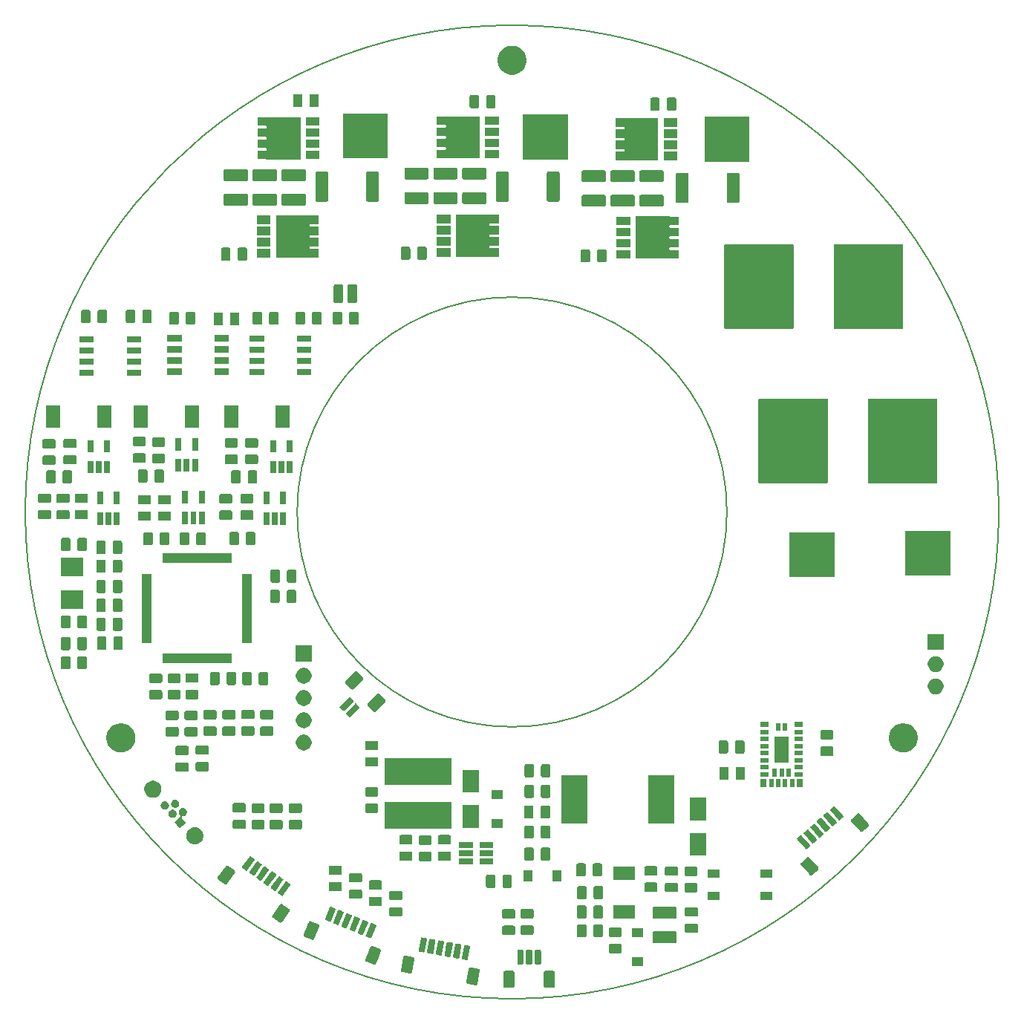
<source format=gbr>
%TF.GenerationSoftware,KiCad,Pcbnew,5.1.6+dfsg1-1*%
%TF.CreationDate,2021-01-25T10:09:04+01:00*%
%TF.ProjectId,gesc,67657363-2e6b-4696-9361-645f70636258,rev?*%
%TF.SameCoordinates,Original*%
%TF.FileFunction,Soldermask,Top*%
%TF.FilePolarity,Negative*%
%FSLAX46Y46*%
G04 Gerber Fmt 4.6, Leading zero omitted, Abs format (unit mm)*
G04 Created by KiCad (PCBNEW 5.1.6+dfsg1-1) date 2021-01-25 10:09:04*
%MOMM*%
%LPD*%
G01*
G04 APERTURE LIST*
%TA.AperFunction,Profile*%
%ADD10C,0.200000*%
%TD*%
%ADD11C,0.100000*%
G04 APERTURE END LIST*
D10*
X155499800Y-99999800D02*
G75*
G03*
X155499800Y-99999800I-55500000J0D01*
G01*
X124500000Y-100000000D02*
G75*
G03*
X124500000Y-100000000I-24500000J0D01*
G01*
D11*
G36*
X104741042Y-152328204D02*
G01*
X104778137Y-152339457D01*
X104812315Y-152357725D01*
X104842281Y-152382319D01*
X104866875Y-152412285D01*
X104885143Y-152446463D01*
X104896396Y-152483558D01*
X104900800Y-152528274D01*
X104900800Y-154021326D01*
X104896396Y-154066042D01*
X104885143Y-154103137D01*
X104866875Y-154137315D01*
X104842281Y-154167281D01*
X104812315Y-154191875D01*
X104778137Y-154210143D01*
X104741042Y-154221396D01*
X104696326Y-154225800D01*
X103803274Y-154225800D01*
X103758558Y-154221396D01*
X103721463Y-154210143D01*
X103687285Y-154191875D01*
X103657319Y-154167281D01*
X103632725Y-154137315D01*
X103614457Y-154103137D01*
X103603204Y-154066042D01*
X103598800Y-154021326D01*
X103598800Y-152528274D01*
X103603204Y-152483558D01*
X103614457Y-152446463D01*
X103632725Y-152412285D01*
X103657319Y-152382319D01*
X103687285Y-152357725D01*
X103721463Y-152339457D01*
X103758558Y-152328204D01*
X103803274Y-152323800D01*
X104696326Y-152323800D01*
X104741042Y-152328204D01*
G37*
G36*
X100141042Y-152328204D02*
G01*
X100178137Y-152339457D01*
X100212315Y-152357725D01*
X100242281Y-152382319D01*
X100266875Y-152412285D01*
X100285143Y-152446463D01*
X100296396Y-152483558D01*
X100300800Y-152528274D01*
X100300800Y-154021326D01*
X100296396Y-154066042D01*
X100285143Y-154103137D01*
X100266875Y-154137315D01*
X100242281Y-154167281D01*
X100212315Y-154191875D01*
X100178137Y-154210143D01*
X100141042Y-154221396D01*
X100096326Y-154225800D01*
X99203274Y-154225800D01*
X99158558Y-154221396D01*
X99121463Y-154210143D01*
X99087285Y-154191875D01*
X99057319Y-154167281D01*
X99032725Y-154137315D01*
X99014457Y-154103137D01*
X99003204Y-154066042D01*
X98998800Y-154021326D01*
X98998800Y-152528274D01*
X99003204Y-152483558D01*
X99014457Y-152446463D01*
X99032725Y-152412285D01*
X99057319Y-152382319D01*
X99087285Y-152357725D01*
X99121463Y-152339457D01*
X99158558Y-152328204D01*
X99203274Y-152323800D01*
X100096326Y-152323800D01*
X100141042Y-152328204D01*
G37*
G36*
X95309090Y-151927342D02*
G01*
X95374848Y-151938937D01*
X95374850Y-151938937D01*
X95978186Y-152045321D01*
X96188572Y-152082418D01*
X96231846Y-152094521D01*
X96266420Y-152112043D01*
X96296910Y-152135972D01*
X96322152Y-152165395D01*
X96341163Y-152199169D01*
X96353223Y-152236012D01*
X96357862Y-152274489D01*
X96354434Y-152319294D01*
X96095170Y-153789660D01*
X96083067Y-153832934D01*
X96065545Y-153867508D01*
X96041616Y-153897998D01*
X96012193Y-153923240D01*
X95978417Y-153942252D01*
X95941579Y-153954311D01*
X95903100Y-153958950D01*
X95858294Y-153955522D01*
X95792536Y-153943927D01*
X95792534Y-153943927D01*
X95044571Y-153812041D01*
X95044572Y-153812041D01*
X94978812Y-153800446D01*
X94935538Y-153788343D01*
X94900964Y-153770821D01*
X94870474Y-153746892D01*
X94845232Y-153717469D01*
X94826221Y-153683695D01*
X94814161Y-153646852D01*
X94809522Y-153608375D01*
X94812950Y-153563570D01*
X95072214Y-152093204D01*
X95084317Y-152049930D01*
X95101839Y-152015356D01*
X95125768Y-151984866D01*
X95155191Y-151959624D01*
X95188967Y-151940612D01*
X95225805Y-151928553D01*
X95264284Y-151923914D01*
X95309090Y-151927342D01*
G37*
G36*
X87824551Y-150607616D02*
G01*
X87890309Y-150619211D01*
X87890311Y-150619211D01*
X88365349Y-150702973D01*
X88704033Y-150762692D01*
X88747307Y-150774795D01*
X88781881Y-150792317D01*
X88812371Y-150816246D01*
X88837613Y-150845669D01*
X88856624Y-150879443D01*
X88868684Y-150916286D01*
X88873323Y-150954763D01*
X88869895Y-150999568D01*
X88610631Y-152469934D01*
X88598528Y-152513208D01*
X88581006Y-152547782D01*
X88557077Y-152578272D01*
X88527654Y-152603514D01*
X88493878Y-152622526D01*
X88457040Y-152634585D01*
X88418561Y-152639224D01*
X88373755Y-152635796D01*
X88307997Y-152624201D01*
X88307995Y-152624201D01*
X87560032Y-152492315D01*
X87560033Y-152492315D01*
X87494273Y-152480720D01*
X87450999Y-152468617D01*
X87416425Y-152451095D01*
X87385935Y-152427166D01*
X87360693Y-152397743D01*
X87341682Y-152363969D01*
X87329622Y-152327126D01*
X87324983Y-152288649D01*
X87328411Y-152243844D01*
X87587675Y-150773478D01*
X87599778Y-150730204D01*
X87617300Y-150695630D01*
X87641229Y-150665140D01*
X87670652Y-150639898D01*
X87704428Y-150620886D01*
X87741266Y-150608827D01*
X87779745Y-150604188D01*
X87824551Y-150607616D01*
G37*
G36*
X114950800Y-151750800D02*
G01*
X113648800Y-151750800D01*
X113648800Y-150748800D01*
X114950800Y-150748800D01*
X114950800Y-151750800D01*
G37*
G36*
X84072700Y-149499234D02*
G01*
X84115807Y-149511901D01*
X84943830Y-149846444D01*
X84983646Y-149867281D01*
X85013819Y-149891606D01*
X85038672Y-149921356D01*
X85057242Y-149955381D01*
X85068817Y-149992372D01*
X85072952Y-150030910D01*
X85069490Y-150069518D01*
X85056823Y-150112625D01*
X84697185Y-151002759D01*
X84617295Y-151200496D01*
X84497516Y-151496958D01*
X84476679Y-151536774D01*
X84452354Y-151566947D01*
X84422604Y-151591800D01*
X84388579Y-151610370D01*
X84351588Y-151621945D01*
X84313050Y-151626080D01*
X84274442Y-151622618D01*
X84231335Y-151609951D01*
X83403312Y-151275408D01*
X83363496Y-151254571D01*
X83333323Y-151230246D01*
X83308470Y-151200496D01*
X83289900Y-151166471D01*
X83278325Y-151129480D01*
X83274190Y-151090942D01*
X83277652Y-151052334D01*
X83290319Y-151009227D01*
X83711429Y-149966943D01*
X83824613Y-149686803D01*
X83824614Y-149686802D01*
X83849626Y-149624894D01*
X83870463Y-149585078D01*
X83894788Y-149554905D01*
X83924538Y-149530052D01*
X83958563Y-149511482D01*
X83995554Y-149499907D01*
X84034092Y-149495772D01*
X84072700Y-149499234D01*
G37*
G36*
X101209728Y-149926564D02*
G01*
X101230809Y-149932960D01*
X101250245Y-149943348D01*
X101267276Y-149957324D01*
X101281252Y-149974355D01*
X101291640Y-149993791D01*
X101298036Y-150014872D01*
X101300800Y-150042940D01*
X101300800Y-151456660D01*
X101298036Y-151484728D01*
X101291640Y-151505809D01*
X101281252Y-151525245D01*
X101267276Y-151542276D01*
X101250245Y-151556252D01*
X101230809Y-151566640D01*
X101209728Y-151573036D01*
X101181660Y-151575800D01*
X100717940Y-151575800D01*
X100689872Y-151573036D01*
X100668791Y-151566640D01*
X100649355Y-151556252D01*
X100632324Y-151542276D01*
X100618348Y-151525245D01*
X100607960Y-151505809D01*
X100601564Y-151484728D01*
X100598800Y-151456660D01*
X100598800Y-150042940D01*
X100601564Y-150014872D01*
X100607960Y-149993791D01*
X100618348Y-149974355D01*
X100632324Y-149957324D01*
X100649355Y-149943348D01*
X100668791Y-149932960D01*
X100689872Y-149926564D01*
X100717940Y-149923800D01*
X101181660Y-149923800D01*
X101209728Y-149926564D01*
G37*
G36*
X102209728Y-149926564D02*
G01*
X102230809Y-149932960D01*
X102250245Y-149943348D01*
X102267276Y-149957324D01*
X102281252Y-149974355D01*
X102291640Y-149993791D01*
X102298036Y-150014872D01*
X102300800Y-150042940D01*
X102300800Y-151456660D01*
X102298036Y-151484728D01*
X102291640Y-151505809D01*
X102281252Y-151525245D01*
X102267276Y-151542276D01*
X102250245Y-151556252D01*
X102230809Y-151566640D01*
X102209728Y-151573036D01*
X102181660Y-151575800D01*
X101717940Y-151575800D01*
X101689872Y-151573036D01*
X101668791Y-151566640D01*
X101649355Y-151556252D01*
X101632324Y-151542276D01*
X101618348Y-151525245D01*
X101607960Y-151505809D01*
X101601564Y-151484728D01*
X101598800Y-151456660D01*
X101598800Y-150042940D01*
X101601564Y-150014872D01*
X101607960Y-149993791D01*
X101618348Y-149974355D01*
X101632324Y-149957324D01*
X101649355Y-149943348D01*
X101668791Y-149932960D01*
X101689872Y-149926564D01*
X101717940Y-149923800D01*
X102181660Y-149923800D01*
X102209728Y-149926564D01*
G37*
G36*
X103209728Y-149926564D02*
G01*
X103230809Y-149932960D01*
X103250245Y-149943348D01*
X103267276Y-149957324D01*
X103281252Y-149974355D01*
X103291640Y-149993791D01*
X103298036Y-150014872D01*
X103300800Y-150042940D01*
X103300800Y-151456660D01*
X103298036Y-151484728D01*
X103291640Y-151505809D01*
X103281252Y-151525245D01*
X103267276Y-151542276D01*
X103250245Y-151556252D01*
X103230809Y-151566640D01*
X103209728Y-151573036D01*
X103181660Y-151575800D01*
X102717940Y-151575800D01*
X102689872Y-151573036D01*
X102668791Y-151566640D01*
X102649355Y-151556252D01*
X102632324Y-151542276D01*
X102618348Y-151525245D01*
X102607960Y-151505809D01*
X102601564Y-151484728D01*
X102598800Y-151456660D01*
X102598800Y-150042940D01*
X102601564Y-150014872D01*
X102607960Y-149993791D01*
X102618348Y-149974355D01*
X102632324Y-149957324D01*
X102649355Y-149943348D01*
X102668791Y-149932960D01*
X102689872Y-149926564D01*
X102717940Y-149923800D01*
X103181660Y-149923800D01*
X103209728Y-149926564D01*
G37*
G36*
X94657001Y-149375338D02*
G01*
X94712490Y-149385122D01*
X94712502Y-149385123D01*
X95058170Y-149446074D01*
X95058172Y-149446075D01*
X95113674Y-149455861D01*
X95140835Y-149463457D01*
X95160488Y-149473417D01*
X95177821Y-149487020D01*
X95192166Y-149503742D01*
X95202974Y-149522942D01*
X95209829Y-149543884D01*
X95212466Y-149565756D01*
X95210314Y-149593881D01*
X95200530Y-149649368D01*
X95200529Y-149649383D01*
X94974613Y-150930618D01*
X94974610Y-150930629D01*
X94964825Y-150986122D01*
X94957229Y-151013283D01*
X94947269Y-151032936D01*
X94933666Y-151050269D01*
X94916944Y-151064614D01*
X94897744Y-151075422D01*
X94876801Y-151082277D01*
X94854930Y-151084914D01*
X94826805Y-151082762D01*
X94771316Y-151072978D01*
X94771304Y-151072977D01*
X94425636Y-151012026D01*
X94425634Y-151012025D01*
X94370132Y-151002239D01*
X94342971Y-150994643D01*
X94323318Y-150984683D01*
X94305985Y-150971080D01*
X94291640Y-150954358D01*
X94280832Y-150935158D01*
X94273977Y-150914216D01*
X94271340Y-150892344D01*
X94273492Y-150864219D01*
X94283276Y-150808732D01*
X94283277Y-150808717D01*
X94509193Y-149527482D01*
X94509196Y-149527471D01*
X94518981Y-149471978D01*
X94526577Y-149444817D01*
X94536537Y-149425164D01*
X94550140Y-149407831D01*
X94566862Y-149393486D01*
X94586062Y-149382678D01*
X94607005Y-149375823D01*
X94628876Y-149373186D01*
X94657001Y-149375338D01*
G37*
G36*
X93672193Y-149201690D02*
G01*
X93727682Y-149211474D01*
X93727694Y-149211475D01*
X94073362Y-149272426D01*
X94073364Y-149272427D01*
X94128866Y-149282213D01*
X94156027Y-149289809D01*
X94175680Y-149299769D01*
X94193013Y-149313372D01*
X94207358Y-149330094D01*
X94218166Y-149349294D01*
X94225021Y-149370236D01*
X94227658Y-149392108D01*
X94225506Y-149420233D01*
X94215722Y-149475720D01*
X94215721Y-149475735D01*
X93989805Y-150756970D01*
X93989802Y-150756981D01*
X93980017Y-150812474D01*
X93972421Y-150839635D01*
X93962461Y-150859288D01*
X93948858Y-150876621D01*
X93932136Y-150890966D01*
X93912936Y-150901774D01*
X93891993Y-150908629D01*
X93870122Y-150911266D01*
X93841997Y-150909114D01*
X93786508Y-150899330D01*
X93786496Y-150899329D01*
X93440828Y-150838378D01*
X93440826Y-150838377D01*
X93385324Y-150828591D01*
X93358163Y-150820995D01*
X93338510Y-150811035D01*
X93321177Y-150797432D01*
X93306832Y-150780710D01*
X93296024Y-150761510D01*
X93289169Y-150740568D01*
X93286532Y-150718696D01*
X93288684Y-150690571D01*
X93298468Y-150635084D01*
X93298469Y-150635069D01*
X93524385Y-149353834D01*
X93524388Y-149353823D01*
X93534173Y-149298330D01*
X93541769Y-149271169D01*
X93551729Y-149251516D01*
X93565332Y-149234183D01*
X93582054Y-149219838D01*
X93601254Y-149209030D01*
X93622197Y-149202175D01*
X93644068Y-149199538D01*
X93672193Y-149201690D01*
G37*
G36*
X92687386Y-149028042D02*
G01*
X92742875Y-149037826D01*
X92742887Y-149037827D01*
X93088555Y-149098778D01*
X93088557Y-149098779D01*
X93144059Y-149108565D01*
X93171220Y-149116161D01*
X93190873Y-149126121D01*
X93208206Y-149139724D01*
X93222551Y-149156446D01*
X93233359Y-149175646D01*
X93240214Y-149196588D01*
X93242851Y-149218460D01*
X93240699Y-149246585D01*
X93230915Y-149302072D01*
X93230914Y-149302087D01*
X93004998Y-150583322D01*
X93004995Y-150583333D01*
X92995210Y-150638826D01*
X92987614Y-150665987D01*
X92977654Y-150685640D01*
X92964051Y-150702973D01*
X92947329Y-150717318D01*
X92928129Y-150728126D01*
X92907186Y-150734981D01*
X92885315Y-150737618D01*
X92857190Y-150735466D01*
X92801701Y-150725682D01*
X92801689Y-150725681D01*
X92456021Y-150664730D01*
X92456019Y-150664729D01*
X92400517Y-150654943D01*
X92373356Y-150647347D01*
X92353703Y-150637387D01*
X92336370Y-150623784D01*
X92322025Y-150607062D01*
X92311217Y-150587862D01*
X92304362Y-150566920D01*
X92301725Y-150545048D01*
X92303877Y-150516923D01*
X92313661Y-150461436D01*
X92313662Y-150461421D01*
X92539578Y-149180186D01*
X92539581Y-149180175D01*
X92549366Y-149124682D01*
X92556962Y-149097521D01*
X92566922Y-149077868D01*
X92580525Y-149060535D01*
X92597247Y-149046190D01*
X92616447Y-149035382D01*
X92637390Y-149028527D01*
X92659261Y-149025890D01*
X92687386Y-149028042D01*
G37*
G36*
X91702578Y-148854394D02*
G01*
X91758067Y-148864178D01*
X91758079Y-148864179D01*
X92103747Y-148925130D01*
X92103749Y-148925131D01*
X92159251Y-148934917D01*
X92186412Y-148942513D01*
X92206065Y-148952473D01*
X92223398Y-148966076D01*
X92237743Y-148982798D01*
X92248551Y-149001998D01*
X92255406Y-149022940D01*
X92258043Y-149044812D01*
X92255891Y-149072937D01*
X92246107Y-149128424D01*
X92246106Y-149128439D01*
X92020190Y-150409674D01*
X92020187Y-150409685D01*
X92010402Y-150465178D01*
X92002806Y-150492339D01*
X91992846Y-150511992D01*
X91979243Y-150529325D01*
X91962521Y-150543670D01*
X91943321Y-150554478D01*
X91922378Y-150561333D01*
X91900507Y-150563970D01*
X91872382Y-150561818D01*
X91816893Y-150552034D01*
X91816881Y-150552033D01*
X91471213Y-150491082D01*
X91471211Y-150491081D01*
X91415709Y-150481295D01*
X91388548Y-150473699D01*
X91368895Y-150463739D01*
X91351562Y-150450136D01*
X91337217Y-150433414D01*
X91326409Y-150414214D01*
X91319554Y-150393272D01*
X91316917Y-150371400D01*
X91319069Y-150343275D01*
X91328853Y-150287788D01*
X91328854Y-150287773D01*
X91554770Y-149006538D01*
X91554773Y-149006527D01*
X91564558Y-148951034D01*
X91572154Y-148923873D01*
X91582114Y-148904220D01*
X91595717Y-148886887D01*
X91612439Y-148872542D01*
X91631639Y-148861734D01*
X91652582Y-148854879D01*
X91674453Y-148852242D01*
X91702578Y-148854394D01*
G37*
G36*
X90717770Y-148680745D02*
G01*
X90773259Y-148690529D01*
X90773271Y-148690530D01*
X91118939Y-148751481D01*
X91118941Y-148751482D01*
X91174443Y-148761268D01*
X91201604Y-148768864D01*
X91221257Y-148778824D01*
X91238590Y-148792427D01*
X91252935Y-148809149D01*
X91263743Y-148828349D01*
X91270598Y-148849291D01*
X91273235Y-148871163D01*
X91271083Y-148899288D01*
X91261299Y-148954775D01*
X91261298Y-148954790D01*
X91035382Y-150236025D01*
X91035379Y-150236036D01*
X91025594Y-150291529D01*
X91017998Y-150318690D01*
X91008038Y-150338343D01*
X90994435Y-150355676D01*
X90977713Y-150370021D01*
X90958513Y-150380829D01*
X90937570Y-150387684D01*
X90915699Y-150390321D01*
X90887574Y-150388169D01*
X90832085Y-150378385D01*
X90832073Y-150378384D01*
X90486405Y-150317433D01*
X90486403Y-150317432D01*
X90430901Y-150307646D01*
X90403740Y-150300050D01*
X90384087Y-150290090D01*
X90366754Y-150276487D01*
X90352409Y-150259765D01*
X90341601Y-150240565D01*
X90334746Y-150219623D01*
X90332109Y-150197751D01*
X90334261Y-150169626D01*
X90344045Y-150114139D01*
X90344046Y-150114124D01*
X90569962Y-148832889D01*
X90569965Y-148832878D01*
X90579750Y-148777385D01*
X90587346Y-148750224D01*
X90597306Y-148730571D01*
X90610909Y-148713238D01*
X90627631Y-148698893D01*
X90646831Y-148688085D01*
X90667774Y-148681230D01*
X90689645Y-148678593D01*
X90717770Y-148680745D01*
G37*
G36*
X112359268Y-149253365D02*
G01*
X112397938Y-149265096D01*
X112433577Y-149284146D01*
X112464817Y-149309783D01*
X112490454Y-149341023D01*
X112509504Y-149376662D01*
X112521235Y-149415332D01*
X112525800Y-149461688D01*
X112525800Y-150112912D01*
X112521235Y-150159268D01*
X112509504Y-150197938D01*
X112490454Y-150233577D01*
X112464817Y-150264817D01*
X112433577Y-150290454D01*
X112397938Y-150309504D01*
X112359268Y-150321235D01*
X112312912Y-150325800D01*
X111236688Y-150325800D01*
X111190332Y-150321235D01*
X111151662Y-150309504D01*
X111116023Y-150290454D01*
X111084783Y-150264817D01*
X111059146Y-150233577D01*
X111040096Y-150197938D01*
X111028365Y-150159268D01*
X111023800Y-150112912D01*
X111023800Y-149461688D01*
X111028365Y-149415332D01*
X111040096Y-149376662D01*
X111059146Y-149341023D01*
X111084783Y-149309783D01*
X111116023Y-149284146D01*
X111151662Y-149265096D01*
X111190332Y-149253365D01*
X111236688Y-149248800D01*
X112312912Y-149248800D01*
X112359268Y-149253365D01*
G37*
G36*
X89732962Y-148507097D02*
G01*
X89788451Y-148516881D01*
X89788463Y-148516882D01*
X90134131Y-148577833D01*
X90134133Y-148577834D01*
X90189635Y-148587620D01*
X90216796Y-148595216D01*
X90236449Y-148605176D01*
X90253782Y-148618779D01*
X90268127Y-148635501D01*
X90278935Y-148654701D01*
X90285790Y-148675643D01*
X90288427Y-148697515D01*
X90286275Y-148725640D01*
X90276491Y-148781127D01*
X90276490Y-148781142D01*
X90050574Y-150062377D01*
X90050571Y-150062388D01*
X90040786Y-150117881D01*
X90033190Y-150145042D01*
X90023230Y-150164695D01*
X90009627Y-150182028D01*
X89992905Y-150196373D01*
X89973705Y-150207181D01*
X89952762Y-150214036D01*
X89930891Y-150216673D01*
X89902766Y-150214521D01*
X89847277Y-150204737D01*
X89847265Y-150204736D01*
X89501597Y-150143785D01*
X89501595Y-150143784D01*
X89446093Y-150133998D01*
X89418932Y-150126402D01*
X89399279Y-150116442D01*
X89381946Y-150102839D01*
X89367601Y-150086117D01*
X89356793Y-150066917D01*
X89349938Y-150045975D01*
X89347301Y-150024103D01*
X89349453Y-149995978D01*
X89359237Y-149940491D01*
X89359238Y-149940476D01*
X89585154Y-148659241D01*
X89585157Y-148659230D01*
X89594942Y-148603737D01*
X89602538Y-148576576D01*
X89612498Y-148556923D01*
X89626101Y-148539590D01*
X89642823Y-148525245D01*
X89662023Y-148514437D01*
X89682966Y-148507582D01*
X89704837Y-148504945D01*
X89732962Y-148507097D01*
G37*
G36*
X118618404Y-147828147D02*
G01*
X118654944Y-147839232D01*
X118688621Y-147857233D01*
X118718141Y-147881459D01*
X118742367Y-147910979D01*
X118760368Y-147944656D01*
X118771453Y-147981196D01*
X118775800Y-148025338D01*
X118775800Y-148974262D01*
X118771453Y-149018404D01*
X118760368Y-149054944D01*
X118742367Y-149088621D01*
X118718141Y-149118141D01*
X118688621Y-149142367D01*
X118654944Y-149160368D01*
X118618404Y-149171453D01*
X118574262Y-149175800D01*
X116225338Y-149175800D01*
X116181196Y-149171453D01*
X116144656Y-149160368D01*
X116110979Y-149142367D01*
X116081459Y-149118141D01*
X116057233Y-149088621D01*
X116039232Y-149054944D01*
X116028147Y-149018404D01*
X116023800Y-148974262D01*
X116023800Y-148025338D01*
X116028147Y-147981196D01*
X116039232Y-147944656D01*
X116057233Y-147910979D01*
X116081459Y-147881459D01*
X116110979Y-147857233D01*
X116144656Y-147839232D01*
X116181196Y-147828147D01*
X116225338Y-147823800D01*
X118574262Y-147823800D01*
X118618404Y-147828147D01*
G37*
G36*
X77026102Y-146652224D02*
G01*
X77069209Y-146664891D01*
X77503448Y-146840335D01*
X77822344Y-146969177D01*
X77897232Y-146999434D01*
X77937048Y-147020271D01*
X77967221Y-147044596D01*
X77992074Y-147074346D01*
X78010644Y-147108371D01*
X78022219Y-147145362D01*
X78026354Y-147183900D01*
X78022892Y-147222508D01*
X78010225Y-147265615D01*
X77693479Y-148049588D01*
X77525459Y-148465454D01*
X77450918Y-148649948D01*
X77430081Y-148689764D01*
X77405756Y-148719937D01*
X77376006Y-148744790D01*
X77341981Y-148763360D01*
X77304990Y-148774935D01*
X77266452Y-148779070D01*
X77227844Y-148775608D01*
X77184737Y-148762941D01*
X76579417Y-148518376D01*
X76418623Y-148453411D01*
X76418622Y-148453410D01*
X76356714Y-148428398D01*
X76316898Y-148407561D01*
X76286725Y-148383236D01*
X76261872Y-148353486D01*
X76243302Y-148319461D01*
X76231727Y-148282470D01*
X76227592Y-148243932D01*
X76231054Y-148205324D01*
X76243721Y-148162217D01*
X76662043Y-147126835D01*
X76778015Y-146839793D01*
X76778016Y-146839792D01*
X76803028Y-146777884D01*
X76823865Y-146738068D01*
X76848190Y-146707895D01*
X76877940Y-146683042D01*
X76911965Y-146664472D01*
X76948956Y-146652897D01*
X76987494Y-146648762D01*
X77026102Y-146652224D01*
G37*
G36*
X83981502Y-146872137D02*
G01*
X84008565Y-146880089D01*
X84060813Y-146901199D01*
X84060818Y-146901200D01*
X84242046Y-146974421D01*
X84438509Y-147053797D01*
X84463503Y-147066878D01*
X84480657Y-147080707D01*
X84494781Y-147097615D01*
X84505337Y-147116955D01*
X84511918Y-147137986D01*
X84514268Y-147159889D01*
X84512300Y-147181835D01*
X84504348Y-147208899D01*
X83974763Y-148519668D01*
X83961682Y-148544662D01*
X83947854Y-148561815D01*
X83930942Y-148575943D01*
X83911606Y-148586496D01*
X83890574Y-148593077D01*
X83868671Y-148595427D01*
X83846724Y-148593459D01*
X83819661Y-148585507D01*
X83767413Y-148564397D01*
X83767408Y-148564396D01*
X83559276Y-148480305D01*
X83389717Y-148411799D01*
X83364723Y-148398718D01*
X83347569Y-148384889D01*
X83333445Y-148367981D01*
X83322889Y-148348641D01*
X83316308Y-148327610D01*
X83313958Y-148305707D01*
X83315926Y-148283761D01*
X83323878Y-148256697D01*
X83853463Y-146945928D01*
X83866544Y-146920934D01*
X83880372Y-146903781D01*
X83897284Y-146889653D01*
X83916620Y-146879100D01*
X83937652Y-146872519D01*
X83959555Y-146870169D01*
X83981502Y-146872137D01*
G37*
G36*
X110189269Y-147003365D02*
G01*
X110227939Y-147015096D01*
X110263578Y-147034146D01*
X110294818Y-147059783D01*
X110320455Y-147091023D01*
X110339505Y-147126662D01*
X110351236Y-147165332D01*
X110355801Y-147211688D01*
X110355801Y-148287912D01*
X110351236Y-148334268D01*
X110339505Y-148372938D01*
X110320455Y-148408577D01*
X110294818Y-148439817D01*
X110263578Y-148465454D01*
X110227939Y-148484504D01*
X110189269Y-148496235D01*
X110142913Y-148500800D01*
X109491689Y-148500800D01*
X109445333Y-148496235D01*
X109406663Y-148484504D01*
X109371024Y-148465454D01*
X109339784Y-148439817D01*
X109314147Y-148408577D01*
X109295097Y-148372938D01*
X109283366Y-148334268D01*
X109278801Y-148287912D01*
X109278801Y-147211688D01*
X109283366Y-147165332D01*
X109295097Y-147126662D01*
X109314147Y-147091023D01*
X109339784Y-147059783D01*
X109371024Y-147034146D01*
X109406663Y-147015096D01*
X109445333Y-147003365D01*
X109491689Y-146998800D01*
X110142913Y-146998800D01*
X110189269Y-147003365D01*
G37*
G36*
X108314269Y-147003365D02*
G01*
X108352939Y-147015096D01*
X108388578Y-147034146D01*
X108419818Y-147059783D01*
X108445455Y-147091023D01*
X108464505Y-147126662D01*
X108476236Y-147165332D01*
X108480801Y-147211688D01*
X108480801Y-148287912D01*
X108476236Y-148334268D01*
X108464505Y-148372938D01*
X108445455Y-148408577D01*
X108419818Y-148439817D01*
X108388578Y-148465454D01*
X108352939Y-148484504D01*
X108314269Y-148496235D01*
X108267913Y-148500800D01*
X107616689Y-148500800D01*
X107570333Y-148496235D01*
X107531663Y-148484504D01*
X107496024Y-148465454D01*
X107464784Y-148439817D01*
X107439147Y-148408577D01*
X107420097Y-148372938D01*
X107408366Y-148334268D01*
X107403801Y-148287912D01*
X107403801Y-147211688D01*
X107408366Y-147165332D01*
X107420097Y-147126662D01*
X107439147Y-147091023D01*
X107464784Y-147059783D01*
X107496024Y-147034146D01*
X107531663Y-147015096D01*
X107570333Y-147003365D01*
X107616689Y-146998800D01*
X108267913Y-146998800D01*
X108314269Y-147003365D01*
G37*
G36*
X112359268Y-147378365D02*
G01*
X112397938Y-147390096D01*
X112433577Y-147409146D01*
X112464817Y-147434783D01*
X112490454Y-147466023D01*
X112509504Y-147501662D01*
X112521235Y-147540332D01*
X112525800Y-147586688D01*
X112525800Y-148237912D01*
X112521235Y-148284268D01*
X112509504Y-148322938D01*
X112490454Y-148358577D01*
X112464817Y-148389817D01*
X112433577Y-148415454D01*
X112397938Y-148434504D01*
X112359268Y-148446235D01*
X112312912Y-148450800D01*
X111236688Y-148450800D01*
X111190332Y-148446235D01*
X111151662Y-148434504D01*
X111116023Y-148415454D01*
X111084783Y-148389817D01*
X111059146Y-148358577D01*
X111040096Y-148322938D01*
X111028365Y-148284268D01*
X111023800Y-148237912D01*
X111023800Y-147586688D01*
X111028365Y-147540332D01*
X111040096Y-147501662D01*
X111059146Y-147466023D01*
X111084783Y-147434783D01*
X111116023Y-147409146D01*
X111151662Y-147390096D01*
X111190332Y-147378365D01*
X111236688Y-147373800D01*
X112312912Y-147373800D01*
X112359268Y-147378365D01*
G37*
G36*
X114950800Y-148450800D02*
G01*
X113648800Y-148450800D01*
X113648800Y-147448800D01*
X114950800Y-147448800D01*
X114950800Y-148450800D01*
G37*
G36*
X100194268Y-147165864D02*
G01*
X100232938Y-147177595D01*
X100268577Y-147196645D01*
X100299817Y-147222282D01*
X100325454Y-147253522D01*
X100344504Y-147289161D01*
X100356235Y-147327831D01*
X100360800Y-147374187D01*
X100360800Y-148025411D01*
X100356235Y-148071767D01*
X100344504Y-148110437D01*
X100325454Y-148146076D01*
X100299817Y-148177316D01*
X100268577Y-148202953D01*
X100232938Y-148222003D01*
X100194268Y-148233734D01*
X100147912Y-148238299D01*
X99071688Y-148238299D01*
X99025332Y-148233734D01*
X98986662Y-148222003D01*
X98951023Y-148202953D01*
X98919783Y-148177316D01*
X98894146Y-148146076D01*
X98875096Y-148110437D01*
X98863365Y-148071767D01*
X98858800Y-148025411D01*
X98858800Y-147374187D01*
X98863365Y-147327831D01*
X98875096Y-147289161D01*
X98894146Y-147253522D01*
X98919783Y-147222282D01*
X98951023Y-147196645D01*
X98986662Y-147177595D01*
X99025332Y-147165864D01*
X99071688Y-147161299D01*
X100147912Y-147161299D01*
X100194268Y-147165864D01*
G37*
G36*
X83054319Y-146497530D02*
G01*
X83081382Y-146505482D01*
X83133630Y-146526592D01*
X83133635Y-146526593D01*
X83339802Y-146609890D01*
X83511326Y-146679190D01*
X83536320Y-146692271D01*
X83553474Y-146706100D01*
X83567598Y-146723008D01*
X83578154Y-146742348D01*
X83584735Y-146763379D01*
X83587085Y-146785282D01*
X83585117Y-146807228D01*
X83577165Y-146834292D01*
X83047580Y-148145061D01*
X83034499Y-148170055D01*
X83020671Y-148187208D01*
X83003759Y-148201336D01*
X82984423Y-148211889D01*
X82963391Y-148218470D01*
X82941488Y-148220820D01*
X82919541Y-148218852D01*
X82892478Y-148210900D01*
X82840230Y-148189790D01*
X82840225Y-148189789D01*
X82603634Y-148094200D01*
X82462534Y-148037192D01*
X82437540Y-148024111D01*
X82420386Y-148010282D01*
X82406262Y-147993374D01*
X82395706Y-147974034D01*
X82389125Y-147953003D01*
X82386775Y-147931100D01*
X82388743Y-147909154D01*
X82396695Y-147882090D01*
X82926280Y-146571321D01*
X82939361Y-146546327D01*
X82953189Y-146529174D01*
X82970101Y-146515046D01*
X82989437Y-146504493D01*
X83010469Y-146497912D01*
X83032372Y-146495562D01*
X83054319Y-146497530D01*
G37*
G36*
X102294268Y-147143365D02*
G01*
X102332938Y-147155096D01*
X102368577Y-147174146D01*
X102399817Y-147199783D01*
X102425454Y-147231023D01*
X102444504Y-147266662D01*
X102456235Y-147305332D01*
X102460800Y-147351688D01*
X102460800Y-148002912D01*
X102456235Y-148049268D01*
X102444504Y-148087938D01*
X102425454Y-148123577D01*
X102399817Y-148154817D01*
X102368577Y-148180454D01*
X102332938Y-148199504D01*
X102294268Y-148211235D01*
X102247912Y-148215800D01*
X101171688Y-148215800D01*
X101125332Y-148211235D01*
X101086662Y-148199504D01*
X101051023Y-148180454D01*
X101019783Y-148154817D01*
X100994146Y-148123577D01*
X100975096Y-148087938D01*
X100963365Y-148049268D01*
X100958800Y-148002912D01*
X100958800Y-147351688D01*
X100963365Y-147305332D01*
X100975096Y-147266662D01*
X100994146Y-147231023D01*
X101019783Y-147199783D01*
X101051023Y-147174146D01*
X101086662Y-147155096D01*
X101125332Y-147143365D01*
X101171688Y-147138800D01*
X102247912Y-147138800D01*
X102294268Y-147143365D01*
G37*
G36*
X121034268Y-146928365D02*
G01*
X121072938Y-146940096D01*
X121108577Y-146959146D01*
X121139817Y-146984783D01*
X121165454Y-147016023D01*
X121184504Y-147051662D01*
X121196235Y-147090332D01*
X121200800Y-147136688D01*
X121200800Y-147787912D01*
X121196235Y-147834268D01*
X121184504Y-147872938D01*
X121165454Y-147908577D01*
X121139817Y-147939817D01*
X121108577Y-147965454D01*
X121072938Y-147984504D01*
X121034268Y-147996235D01*
X120987912Y-148000800D01*
X119911688Y-148000800D01*
X119865332Y-147996235D01*
X119826662Y-147984504D01*
X119791023Y-147965454D01*
X119759783Y-147939817D01*
X119734146Y-147908577D01*
X119715096Y-147872938D01*
X119703365Y-147834268D01*
X119698800Y-147787912D01*
X119698800Y-147136688D01*
X119703365Y-147090332D01*
X119715096Y-147051662D01*
X119734146Y-147016023D01*
X119759783Y-146984783D01*
X119791023Y-146959146D01*
X119826662Y-146940096D01*
X119865332Y-146928365D01*
X119911688Y-146923800D01*
X120987912Y-146923800D01*
X121034268Y-146928365D01*
G37*
G36*
X82127135Y-146122924D02*
G01*
X82154198Y-146130876D01*
X82206446Y-146151986D01*
X82206451Y-146151987D01*
X82370838Y-146218404D01*
X82584142Y-146304584D01*
X82609136Y-146317665D01*
X82626290Y-146331494D01*
X82640414Y-146348402D01*
X82650970Y-146367742D01*
X82657551Y-146388773D01*
X82659901Y-146410676D01*
X82657933Y-146432622D01*
X82649981Y-146459686D01*
X82120396Y-147770455D01*
X82107315Y-147795449D01*
X82093487Y-147812602D01*
X82076575Y-147826730D01*
X82057239Y-147837283D01*
X82036207Y-147843864D01*
X82014304Y-147846214D01*
X81992357Y-147844246D01*
X81965294Y-147836294D01*
X81913046Y-147815184D01*
X81913041Y-147815183D01*
X81706043Y-147731550D01*
X81535350Y-147662586D01*
X81510356Y-147649505D01*
X81493202Y-147635676D01*
X81479078Y-147618768D01*
X81468522Y-147599428D01*
X81461941Y-147578397D01*
X81459591Y-147556494D01*
X81461559Y-147534548D01*
X81469511Y-147507484D01*
X81999096Y-146196715D01*
X82012177Y-146171721D01*
X82026005Y-146154568D01*
X82042917Y-146140440D01*
X82062253Y-146129887D01*
X82083285Y-146123306D01*
X82105188Y-146120956D01*
X82127135Y-146122924D01*
G37*
G36*
X81199951Y-145748317D02*
G01*
X81227014Y-145756269D01*
X81279262Y-145777379D01*
X81279267Y-145777380D01*
X81389972Y-145822108D01*
X81656958Y-145929977D01*
X81681952Y-145943058D01*
X81699106Y-145956887D01*
X81713230Y-145973795D01*
X81723786Y-145993135D01*
X81730367Y-146014166D01*
X81732717Y-146036069D01*
X81730749Y-146058015D01*
X81722797Y-146085079D01*
X81193212Y-147395848D01*
X81180131Y-147420842D01*
X81166303Y-147437995D01*
X81149391Y-147452123D01*
X81130055Y-147462676D01*
X81109023Y-147469257D01*
X81087120Y-147471607D01*
X81065173Y-147469639D01*
X81038110Y-147461687D01*
X80985862Y-147440577D01*
X80985857Y-147440576D01*
X80765852Y-147351688D01*
X80608166Y-147287979D01*
X80583172Y-147274898D01*
X80566018Y-147261069D01*
X80551894Y-147244161D01*
X80541338Y-147224821D01*
X80534757Y-147203790D01*
X80532407Y-147181887D01*
X80534375Y-147159941D01*
X80542327Y-147132877D01*
X81071912Y-145822108D01*
X81084993Y-145797114D01*
X81098821Y-145779961D01*
X81115733Y-145765833D01*
X81135069Y-145755280D01*
X81156101Y-145748699D01*
X81178004Y-145746349D01*
X81199951Y-145748317D01*
G37*
G36*
X80272767Y-145373711D02*
G01*
X80299830Y-145381663D01*
X80352078Y-145402773D01*
X80352083Y-145402774D01*
X80475186Y-145452511D01*
X80729774Y-145555371D01*
X80754768Y-145568452D01*
X80771922Y-145582281D01*
X80786046Y-145599189D01*
X80796602Y-145618529D01*
X80803183Y-145639560D01*
X80805533Y-145661463D01*
X80803565Y-145683409D01*
X80795613Y-145710473D01*
X80266028Y-147021242D01*
X80252947Y-147046236D01*
X80239119Y-147063389D01*
X80222207Y-147077517D01*
X80202871Y-147088070D01*
X80181839Y-147094651D01*
X80159936Y-147097001D01*
X80137989Y-147095033D01*
X80110926Y-147087081D01*
X80058678Y-147065971D01*
X80058673Y-147065970D01*
X79819102Y-146969177D01*
X79680982Y-146913373D01*
X79655988Y-146900292D01*
X79638834Y-146886463D01*
X79624710Y-146869555D01*
X79614154Y-146850215D01*
X79607573Y-146829184D01*
X79605223Y-146807281D01*
X79607191Y-146785335D01*
X79615143Y-146758271D01*
X80144728Y-145447502D01*
X80157809Y-145422508D01*
X80171637Y-145405355D01*
X80188549Y-145391227D01*
X80207885Y-145380674D01*
X80228917Y-145374093D01*
X80250820Y-145371743D01*
X80272767Y-145373711D01*
G37*
G36*
X73752988Y-144693143D02*
G01*
X73789831Y-144705203D01*
X73828988Y-144727244D01*
X74560523Y-145239470D01*
X74594634Y-145268734D01*
X74618563Y-145299224D01*
X74636085Y-145333798D01*
X74646525Y-145371128D01*
X74649482Y-145409779D01*
X74644843Y-145448256D01*
X74632783Y-145485099D01*
X74610742Y-145524256D01*
X73754370Y-146747283D01*
X73725106Y-146781394D01*
X73694616Y-146805323D01*
X73660042Y-146822845D01*
X73622712Y-146833285D01*
X73584061Y-146836242D01*
X73545584Y-146831603D01*
X73508741Y-146819543D01*
X73469584Y-146797502D01*
X72738049Y-146285276D01*
X72703938Y-146256012D01*
X72680009Y-146225522D01*
X72662487Y-146190948D01*
X72652047Y-146153618D01*
X72649090Y-146114967D01*
X72653729Y-146076490D01*
X72665789Y-146039647D01*
X72687830Y-146000490D01*
X73544202Y-144777463D01*
X73573466Y-144743352D01*
X73603956Y-144719423D01*
X73638530Y-144701901D01*
X73675860Y-144691461D01*
X73714511Y-144688504D01*
X73752988Y-144693143D01*
G37*
G36*
X79345583Y-144999104D02*
G01*
X79372646Y-145007056D01*
X79424894Y-145028166D01*
X79424899Y-145028167D01*
X79588279Y-145094177D01*
X79802590Y-145180764D01*
X79827584Y-145193845D01*
X79844738Y-145207674D01*
X79858862Y-145224582D01*
X79869418Y-145243922D01*
X79875999Y-145264953D01*
X79878349Y-145286856D01*
X79876381Y-145308802D01*
X79868429Y-145335866D01*
X79338844Y-146646635D01*
X79325763Y-146671629D01*
X79311935Y-146688782D01*
X79295023Y-146702910D01*
X79275687Y-146713463D01*
X79254655Y-146720044D01*
X79232752Y-146722394D01*
X79210805Y-146720426D01*
X79183742Y-146712474D01*
X79131494Y-146691364D01*
X79131489Y-146691363D01*
X78925322Y-146608066D01*
X78753798Y-146538766D01*
X78728804Y-146525685D01*
X78711650Y-146511856D01*
X78697526Y-146494948D01*
X78686970Y-146475608D01*
X78680389Y-146454577D01*
X78678039Y-146432674D01*
X78680007Y-146410728D01*
X78687959Y-146383664D01*
X79217544Y-145072895D01*
X79230625Y-145047901D01*
X79244453Y-145030748D01*
X79261365Y-145016620D01*
X79280701Y-145006067D01*
X79301733Y-144999486D01*
X79323636Y-144997136D01*
X79345583Y-144999104D01*
G37*
G36*
X118618404Y-145028147D02*
G01*
X118654944Y-145039232D01*
X118688621Y-145057233D01*
X118718141Y-145081459D01*
X118742367Y-145110979D01*
X118760368Y-145144656D01*
X118771453Y-145181196D01*
X118775800Y-145225338D01*
X118775800Y-146174262D01*
X118771453Y-146218404D01*
X118760368Y-146254944D01*
X118742367Y-146288621D01*
X118718141Y-146318141D01*
X118688621Y-146342367D01*
X118654944Y-146360368D01*
X118618404Y-146371453D01*
X118574262Y-146375800D01*
X116225338Y-146375800D01*
X116181196Y-146371453D01*
X116144656Y-146360368D01*
X116110979Y-146342367D01*
X116081459Y-146318141D01*
X116057233Y-146288621D01*
X116039232Y-146254944D01*
X116028147Y-146218404D01*
X116023800Y-146174262D01*
X116023800Y-145225338D01*
X116028147Y-145181196D01*
X116039232Y-145144656D01*
X116057233Y-145110979D01*
X116081459Y-145081459D01*
X116110979Y-145057233D01*
X116144656Y-145039232D01*
X116181196Y-145028147D01*
X116225338Y-145023800D01*
X118574262Y-145023800D01*
X118618404Y-145028147D01*
G37*
G36*
X100194268Y-145290864D02*
G01*
X100232938Y-145302595D01*
X100268577Y-145321645D01*
X100299817Y-145347282D01*
X100325454Y-145378522D01*
X100344504Y-145414161D01*
X100356235Y-145452831D01*
X100360800Y-145499187D01*
X100360800Y-146150411D01*
X100356235Y-146196767D01*
X100344504Y-146235437D01*
X100325454Y-146271076D01*
X100299817Y-146302316D01*
X100268577Y-146327953D01*
X100232938Y-146347003D01*
X100194268Y-146358734D01*
X100147912Y-146363299D01*
X99071688Y-146363299D01*
X99025332Y-146358734D01*
X98986662Y-146347003D01*
X98951023Y-146327953D01*
X98919783Y-146302316D01*
X98894146Y-146271076D01*
X98875096Y-146235437D01*
X98863365Y-146196767D01*
X98858800Y-146150411D01*
X98858800Y-145499187D01*
X98863365Y-145452831D01*
X98875096Y-145414161D01*
X98894146Y-145378522D01*
X98919783Y-145347282D01*
X98951023Y-145321645D01*
X98986662Y-145302595D01*
X99025332Y-145290864D01*
X99071688Y-145286299D01*
X100147912Y-145286299D01*
X100194268Y-145290864D01*
G37*
G36*
X114050800Y-146350800D02*
G01*
X111548800Y-146350800D01*
X111548800Y-144798800D01*
X114050800Y-144798800D01*
X114050800Y-146350800D01*
G37*
G36*
X108314269Y-144853365D02*
G01*
X108352939Y-144865096D01*
X108388578Y-144884146D01*
X108419818Y-144909783D01*
X108445455Y-144941023D01*
X108464505Y-144976662D01*
X108476236Y-145015332D01*
X108480801Y-145061688D01*
X108480801Y-146137912D01*
X108476236Y-146184268D01*
X108464505Y-146222938D01*
X108445455Y-146258577D01*
X108419818Y-146289817D01*
X108388578Y-146315454D01*
X108352939Y-146334504D01*
X108314269Y-146346235D01*
X108267913Y-146350800D01*
X107616689Y-146350800D01*
X107570333Y-146346235D01*
X107531663Y-146334504D01*
X107496024Y-146315454D01*
X107464784Y-146289817D01*
X107439147Y-146258577D01*
X107420097Y-146222938D01*
X107408366Y-146184268D01*
X107403801Y-146137912D01*
X107403801Y-145061688D01*
X107408366Y-145015332D01*
X107420097Y-144976662D01*
X107439147Y-144941023D01*
X107464784Y-144909783D01*
X107496024Y-144884146D01*
X107531663Y-144865096D01*
X107570333Y-144853365D01*
X107616689Y-144848800D01*
X108267913Y-144848800D01*
X108314269Y-144853365D01*
G37*
G36*
X110189269Y-144853365D02*
G01*
X110227939Y-144865096D01*
X110263578Y-144884146D01*
X110294818Y-144909783D01*
X110320455Y-144941023D01*
X110339505Y-144976662D01*
X110351236Y-145015332D01*
X110355801Y-145061688D01*
X110355801Y-146137912D01*
X110351236Y-146184268D01*
X110339505Y-146222938D01*
X110320455Y-146258577D01*
X110294818Y-146289817D01*
X110263578Y-146315454D01*
X110227939Y-146334504D01*
X110189269Y-146346235D01*
X110142913Y-146350800D01*
X109491689Y-146350800D01*
X109445333Y-146346235D01*
X109406663Y-146334504D01*
X109371024Y-146315454D01*
X109339784Y-146289817D01*
X109314147Y-146258577D01*
X109295097Y-146222938D01*
X109283366Y-146184268D01*
X109278801Y-146137912D01*
X109278801Y-145061688D01*
X109283366Y-145015332D01*
X109295097Y-144976662D01*
X109314147Y-144941023D01*
X109339784Y-144909783D01*
X109371024Y-144884146D01*
X109406663Y-144865096D01*
X109445333Y-144853365D01*
X109491689Y-144848800D01*
X110142913Y-144848800D01*
X110189269Y-144853365D01*
G37*
G36*
X102294268Y-145268365D02*
G01*
X102332938Y-145280096D01*
X102368577Y-145299146D01*
X102399817Y-145324783D01*
X102425454Y-145356023D01*
X102444504Y-145391662D01*
X102456235Y-145430332D01*
X102460800Y-145476688D01*
X102460800Y-146127912D01*
X102456235Y-146174268D01*
X102444504Y-146212938D01*
X102425454Y-146248577D01*
X102399817Y-146279817D01*
X102368577Y-146305454D01*
X102332938Y-146324504D01*
X102294268Y-146336235D01*
X102247912Y-146340800D01*
X101171688Y-146340800D01*
X101125332Y-146336235D01*
X101086662Y-146324504D01*
X101051023Y-146305454D01*
X101019783Y-146279817D01*
X100994146Y-146248577D01*
X100975096Y-146212938D01*
X100963365Y-146174268D01*
X100958800Y-146127912D01*
X100958800Y-145476688D01*
X100963365Y-145430332D01*
X100975096Y-145391662D01*
X100994146Y-145356023D01*
X101019783Y-145324783D01*
X101051023Y-145299146D01*
X101086662Y-145280096D01*
X101125332Y-145268365D01*
X101171688Y-145263800D01*
X102247912Y-145263800D01*
X102294268Y-145268365D01*
G37*
G36*
X87334268Y-145065865D02*
G01*
X87372938Y-145077596D01*
X87408577Y-145096646D01*
X87439817Y-145122283D01*
X87465454Y-145153523D01*
X87484504Y-145189162D01*
X87496235Y-145227832D01*
X87500800Y-145274188D01*
X87500800Y-145925412D01*
X87496235Y-145971768D01*
X87484504Y-146010438D01*
X87465454Y-146046077D01*
X87439817Y-146077317D01*
X87408577Y-146102954D01*
X87372938Y-146122004D01*
X87334268Y-146133735D01*
X87287912Y-146138300D01*
X86211688Y-146138300D01*
X86165332Y-146133735D01*
X86126662Y-146122004D01*
X86091023Y-146102954D01*
X86059783Y-146077317D01*
X86034146Y-146046077D01*
X86015096Y-146010438D01*
X86003365Y-145971768D01*
X85998800Y-145925412D01*
X85998800Y-145274188D01*
X86003365Y-145227832D01*
X86015096Y-145189162D01*
X86034146Y-145153523D01*
X86059783Y-145122283D01*
X86091023Y-145096646D01*
X86126662Y-145077596D01*
X86165332Y-145065865D01*
X86211688Y-145061300D01*
X87287912Y-145061300D01*
X87334268Y-145065865D01*
G37*
G36*
X121034268Y-145053365D02*
G01*
X121072938Y-145065096D01*
X121108577Y-145084146D01*
X121139817Y-145109783D01*
X121165454Y-145141023D01*
X121184504Y-145176662D01*
X121196235Y-145215332D01*
X121200800Y-145261688D01*
X121200800Y-145912912D01*
X121196235Y-145959268D01*
X121184504Y-145997938D01*
X121165454Y-146033577D01*
X121139817Y-146064817D01*
X121108577Y-146090454D01*
X121072938Y-146109504D01*
X121034268Y-146121235D01*
X120987912Y-146125800D01*
X119911688Y-146125800D01*
X119865332Y-146121235D01*
X119826662Y-146109504D01*
X119791023Y-146090454D01*
X119759783Y-146064817D01*
X119734146Y-146033577D01*
X119715096Y-145997938D01*
X119703365Y-145959268D01*
X119698800Y-145912912D01*
X119698800Y-145261688D01*
X119703365Y-145215332D01*
X119715096Y-145176662D01*
X119734146Y-145141023D01*
X119759783Y-145109783D01*
X119791023Y-145084146D01*
X119826662Y-145065096D01*
X119865332Y-145053365D01*
X119911688Y-145048800D01*
X120987912Y-145048800D01*
X121034268Y-145053365D01*
G37*
G36*
X85009268Y-143865865D02*
G01*
X85047938Y-143877596D01*
X85083577Y-143896646D01*
X85114817Y-143922283D01*
X85140454Y-143953523D01*
X85159504Y-143989162D01*
X85171235Y-144027832D01*
X85175800Y-144074188D01*
X85175800Y-144725412D01*
X85171235Y-144771768D01*
X85159504Y-144810438D01*
X85140454Y-144846077D01*
X85114817Y-144877317D01*
X85083577Y-144902954D01*
X85047938Y-144922004D01*
X85009268Y-144933735D01*
X84962912Y-144938300D01*
X83886688Y-144938300D01*
X83840332Y-144933735D01*
X83801662Y-144922004D01*
X83766023Y-144902954D01*
X83734783Y-144877317D01*
X83709146Y-144846077D01*
X83690096Y-144810438D01*
X83678365Y-144771768D01*
X83673800Y-144725412D01*
X83673800Y-144074188D01*
X83678365Y-144027832D01*
X83690096Y-143989162D01*
X83709146Y-143953523D01*
X83734783Y-143922283D01*
X83766023Y-143896646D01*
X83801662Y-143877596D01*
X83840332Y-143865865D01*
X83886688Y-143861300D01*
X84962912Y-143861300D01*
X85009268Y-143865865D01*
G37*
G36*
X87334268Y-143190865D02*
G01*
X87372938Y-143202596D01*
X87408577Y-143221646D01*
X87439817Y-143247283D01*
X87465454Y-143278523D01*
X87484504Y-143314162D01*
X87496235Y-143352832D01*
X87500800Y-143399188D01*
X87500800Y-144050412D01*
X87496235Y-144096768D01*
X87484504Y-144135438D01*
X87465454Y-144171077D01*
X87439817Y-144202317D01*
X87408577Y-144227954D01*
X87372938Y-144247004D01*
X87334268Y-144258735D01*
X87287912Y-144263300D01*
X86211688Y-144263300D01*
X86165332Y-144258735D01*
X86126662Y-144247004D01*
X86091023Y-144227954D01*
X86059783Y-144202317D01*
X86034146Y-144171077D01*
X86015096Y-144135438D01*
X86003365Y-144096768D01*
X85998800Y-144050412D01*
X85998800Y-143399188D01*
X86003365Y-143352832D01*
X86015096Y-143314162D01*
X86034146Y-143278523D01*
X86059783Y-143247283D01*
X86091023Y-143221646D01*
X86126662Y-143202596D01*
X86165332Y-143190865D01*
X86211688Y-143186300D01*
X87287912Y-143186300D01*
X87334268Y-143190865D01*
G37*
G36*
X129650800Y-144220800D02*
G01*
X128348800Y-144220800D01*
X128348800Y-143318800D01*
X129650800Y-143318800D01*
X129650800Y-144220800D01*
G37*
G36*
X123650800Y-144220800D02*
G01*
X122348800Y-144220800D01*
X122348800Y-143318800D01*
X123650800Y-143318800D01*
X123650800Y-144220800D01*
G37*
G36*
X110209268Y-142653365D02*
G01*
X110247938Y-142665096D01*
X110283577Y-142684146D01*
X110314817Y-142709783D01*
X110340454Y-142741023D01*
X110359504Y-142776662D01*
X110371235Y-142815332D01*
X110375800Y-142861688D01*
X110375800Y-143937912D01*
X110371235Y-143984268D01*
X110359504Y-144022938D01*
X110340454Y-144058577D01*
X110314817Y-144089817D01*
X110283577Y-144115454D01*
X110247938Y-144134504D01*
X110209268Y-144146235D01*
X110162912Y-144150800D01*
X109511688Y-144150800D01*
X109465332Y-144146235D01*
X109426662Y-144134504D01*
X109391023Y-144115454D01*
X109359783Y-144089817D01*
X109334146Y-144058577D01*
X109315096Y-144022938D01*
X109303365Y-143984268D01*
X109298800Y-143937912D01*
X109298800Y-142861688D01*
X109303365Y-142815332D01*
X109315096Y-142776662D01*
X109334146Y-142741023D01*
X109359783Y-142709783D01*
X109391023Y-142684146D01*
X109426662Y-142665096D01*
X109465332Y-142653365D01*
X109511688Y-142648800D01*
X110162912Y-142648800D01*
X110209268Y-142653365D01*
G37*
G36*
X108334268Y-142653365D02*
G01*
X108372938Y-142665096D01*
X108408577Y-142684146D01*
X108439817Y-142709783D01*
X108465454Y-142741023D01*
X108484504Y-142776662D01*
X108496235Y-142815332D01*
X108500800Y-142861688D01*
X108500800Y-143937912D01*
X108496235Y-143984268D01*
X108484504Y-144022938D01*
X108465454Y-144058577D01*
X108439817Y-144089817D01*
X108408577Y-144115454D01*
X108372938Y-144134504D01*
X108334268Y-144146235D01*
X108287912Y-144150800D01*
X107636688Y-144150800D01*
X107590332Y-144146235D01*
X107551662Y-144134504D01*
X107516023Y-144115454D01*
X107484783Y-144089817D01*
X107459146Y-144058577D01*
X107440096Y-144022938D01*
X107428365Y-143984268D01*
X107423800Y-143937912D01*
X107423800Y-142861688D01*
X107428365Y-142815332D01*
X107440096Y-142776662D01*
X107459146Y-142741023D01*
X107484783Y-142709783D01*
X107516023Y-142684146D01*
X107551662Y-142665096D01*
X107590332Y-142653365D01*
X107636688Y-142648800D01*
X108287912Y-142648800D01*
X108334268Y-142653365D01*
G37*
G36*
X82734268Y-143040865D02*
G01*
X82772938Y-143052596D01*
X82808577Y-143071646D01*
X82839817Y-143097283D01*
X82865454Y-143128523D01*
X82884504Y-143164162D01*
X82896235Y-143202832D01*
X82900800Y-143249188D01*
X82900800Y-143900412D01*
X82896235Y-143946768D01*
X82884504Y-143985438D01*
X82865454Y-144021077D01*
X82839817Y-144052317D01*
X82808577Y-144077954D01*
X82772938Y-144097004D01*
X82734268Y-144108735D01*
X82687912Y-144113300D01*
X81611688Y-144113300D01*
X81565332Y-144108735D01*
X81526662Y-144097004D01*
X81491023Y-144077954D01*
X81459783Y-144052317D01*
X81434146Y-144021077D01*
X81415096Y-143985438D01*
X81403365Y-143946768D01*
X81398800Y-143900412D01*
X81398800Y-143249188D01*
X81403365Y-143202832D01*
X81415096Y-143164162D01*
X81434146Y-143128523D01*
X81459783Y-143097283D01*
X81491023Y-143071646D01*
X81526662Y-143052596D01*
X81565332Y-143040865D01*
X81611688Y-143036300D01*
X82687912Y-143036300D01*
X82734268Y-143040865D01*
G37*
G36*
X74270996Y-142118067D02*
G01*
X74291939Y-142124922D01*
X74316513Y-142138755D01*
X74551600Y-142303365D01*
X74650204Y-142372408D01*
X74650206Y-142372410D01*
X74696374Y-142404737D01*
X74717778Y-142423099D01*
X74731379Y-142440430D01*
X74741341Y-142460086D01*
X74747274Y-142481302D01*
X74748955Y-142503275D01*
X74746318Y-142525147D01*
X74739463Y-142546089D01*
X74725627Y-142570669D01*
X73914755Y-143728714D01*
X73896390Y-143750122D01*
X73879057Y-143763725D01*
X73859404Y-143773685D01*
X73838186Y-143779619D01*
X73816213Y-143781300D01*
X73794342Y-143778663D01*
X73773399Y-143771808D01*
X73748825Y-143757975D01*
X73507657Y-143589107D01*
X73415134Y-143524322D01*
X73415132Y-143524320D01*
X73368964Y-143491993D01*
X73347560Y-143473631D01*
X73333959Y-143456300D01*
X73323997Y-143436644D01*
X73318064Y-143415428D01*
X73316383Y-143393455D01*
X73319020Y-143371583D01*
X73325875Y-143350641D01*
X73339711Y-143326061D01*
X74150583Y-142168016D01*
X74168948Y-142146608D01*
X74186281Y-142133005D01*
X74205934Y-142123045D01*
X74227152Y-142117111D01*
X74249125Y-142115430D01*
X74270996Y-142118067D01*
G37*
G36*
X120984268Y-142303365D02*
G01*
X121022938Y-142315096D01*
X121058577Y-142334146D01*
X121089817Y-142359783D01*
X121115454Y-142391023D01*
X121134504Y-142426662D01*
X121146235Y-142465332D01*
X121150800Y-142511688D01*
X121150800Y-143162912D01*
X121146235Y-143209268D01*
X121134504Y-143247938D01*
X121115454Y-143283577D01*
X121089817Y-143314817D01*
X121058577Y-143340454D01*
X121022938Y-143359504D01*
X120984268Y-143371235D01*
X120937912Y-143375800D01*
X119861688Y-143375800D01*
X119815332Y-143371235D01*
X119776662Y-143359504D01*
X119741023Y-143340454D01*
X119709783Y-143314817D01*
X119684146Y-143283577D01*
X119665096Y-143247938D01*
X119653365Y-143209268D01*
X119648800Y-143162912D01*
X119648800Y-142511688D01*
X119653365Y-142465332D01*
X119665096Y-142426662D01*
X119684146Y-142391023D01*
X119709783Y-142359783D01*
X119741023Y-142334146D01*
X119776662Y-142315096D01*
X119815332Y-142303365D01*
X119861688Y-142298800D01*
X120937912Y-142298800D01*
X120984268Y-142303365D01*
G37*
G36*
X118759268Y-142278365D02*
G01*
X118797938Y-142290096D01*
X118833577Y-142309146D01*
X118864817Y-142334783D01*
X118890454Y-142366023D01*
X118909504Y-142401662D01*
X118921235Y-142440332D01*
X118925800Y-142486688D01*
X118925800Y-143137912D01*
X118921235Y-143184268D01*
X118909504Y-143222938D01*
X118890454Y-143258577D01*
X118864817Y-143289817D01*
X118833577Y-143315454D01*
X118797938Y-143334504D01*
X118759268Y-143346235D01*
X118712912Y-143350800D01*
X117636688Y-143350800D01*
X117590332Y-143346235D01*
X117551662Y-143334504D01*
X117516023Y-143315454D01*
X117484783Y-143289817D01*
X117459146Y-143258577D01*
X117440096Y-143222938D01*
X117428365Y-143184268D01*
X117423800Y-143137912D01*
X117423800Y-142486688D01*
X117428365Y-142440332D01*
X117440096Y-142401662D01*
X117459146Y-142366023D01*
X117484783Y-142334783D01*
X117516023Y-142309146D01*
X117551662Y-142290096D01*
X117590332Y-142278365D01*
X117636688Y-142273800D01*
X118712912Y-142273800D01*
X118759268Y-142278365D01*
G37*
G36*
X116409268Y-142253365D02*
G01*
X116447938Y-142265096D01*
X116483577Y-142284146D01*
X116514817Y-142309783D01*
X116540454Y-142341023D01*
X116559504Y-142376662D01*
X116571235Y-142415332D01*
X116575800Y-142461688D01*
X116575800Y-143112912D01*
X116571235Y-143159268D01*
X116559504Y-143197938D01*
X116540454Y-143233577D01*
X116514817Y-143264817D01*
X116483577Y-143290454D01*
X116447938Y-143309504D01*
X116409268Y-143321235D01*
X116362912Y-143325800D01*
X115286688Y-143325800D01*
X115240332Y-143321235D01*
X115201662Y-143309504D01*
X115166023Y-143290454D01*
X115134783Y-143264817D01*
X115109146Y-143233577D01*
X115090096Y-143197938D01*
X115078365Y-143159268D01*
X115073800Y-143112912D01*
X115073800Y-142461688D01*
X115078365Y-142415332D01*
X115090096Y-142376662D01*
X115109146Y-142341023D01*
X115134783Y-142309783D01*
X115166023Y-142284146D01*
X115201662Y-142265096D01*
X115240332Y-142253365D01*
X115286688Y-142248800D01*
X116362912Y-142248800D01*
X116409268Y-142253365D01*
G37*
G36*
X80432263Y-142190865D02*
G01*
X80470933Y-142202596D01*
X80506572Y-142221646D01*
X80537812Y-142247283D01*
X80563449Y-142278523D01*
X80582499Y-142314162D01*
X80594230Y-142352832D01*
X80598795Y-142399188D01*
X80598795Y-143050412D01*
X80594230Y-143096768D01*
X80582499Y-143135438D01*
X80563449Y-143171077D01*
X80537812Y-143202317D01*
X80506572Y-143227954D01*
X80470933Y-143247004D01*
X80432263Y-143258735D01*
X80385907Y-143263300D01*
X79309683Y-143263300D01*
X79263327Y-143258735D01*
X79224657Y-143247004D01*
X79189018Y-143227954D01*
X79157778Y-143202317D01*
X79132141Y-143171077D01*
X79113091Y-143135438D01*
X79101360Y-143096768D01*
X79096795Y-143050412D01*
X79096795Y-142399188D01*
X79101360Y-142352832D01*
X79113091Y-142314162D01*
X79132141Y-142278523D01*
X79157778Y-142247283D01*
X79189018Y-142221646D01*
X79224657Y-142202596D01*
X79263327Y-142190865D01*
X79309683Y-142186300D01*
X80385907Y-142186300D01*
X80432263Y-142190865D01*
G37*
G36*
X73451844Y-141544490D02*
G01*
X73472787Y-141551345D01*
X73497361Y-141565178D01*
X73662009Y-141680466D01*
X73831052Y-141798831D01*
X73831054Y-141798833D01*
X73877222Y-141831160D01*
X73898626Y-141849522D01*
X73912227Y-141866853D01*
X73922189Y-141886509D01*
X73928122Y-141907725D01*
X73929803Y-141929698D01*
X73927166Y-141951570D01*
X73920311Y-141972512D01*
X73906475Y-141997092D01*
X73095603Y-143155137D01*
X73077238Y-143176545D01*
X73059905Y-143190148D01*
X73040252Y-143200108D01*
X73019034Y-143206042D01*
X72997061Y-143207723D01*
X72975190Y-143205086D01*
X72954247Y-143198231D01*
X72929673Y-143184398D01*
X72644102Y-142984439D01*
X72595982Y-142950745D01*
X72595980Y-142950743D01*
X72549812Y-142918416D01*
X72528408Y-142900054D01*
X72514807Y-142882723D01*
X72504845Y-142863067D01*
X72498912Y-142841851D01*
X72497231Y-142819878D01*
X72499868Y-142798006D01*
X72506723Y-142777064D01*
X72520559Y-142752484D01*
X73331431Y-141594439D01*
X73349796Y-141573031D01*
X73367129Y-141559428D01*
X73386782Y-141549468D01*
X73408000Y-141543534D01*
X73429973Y-141541853D01*
X73451844Y-141544490D01*
G37*
G36*
X85009268Y-141990865D02*
G01*
X85047938Y-142002596D01*
X85083577Y-142021646D01*
X85114817Y-142047283D01*
X85140454Y-142078523D01*
X85159504Y-142114162D01*
X85171235Y-142152832D01*
X85175800Y-142199188D01*
X85175800Y-142850412D01*
X85171235Y-142896768D01*
X85159504Y-142935438D01*
X85140454Y-142971077D01*
X85114817Y-143002317D01*
X85083577Y-143027954D01*
X85047938Y-143047004D01*
X85009268Y-143058735D01*
X84962912Y-143063300D01*
X83886688Y-143063300D01*
X83840332Y-143058735D01*
X83801662Y-143047004D01*
X83766023Y-143027954D01*
X83734783Y-143002317D01*
X83709146Y-142971077D01*
X83690096Y-142935438D01*
X83678365Y-142896768D01*
X83673800Y-142850412D01*
X83673800Y-142199188D01*
X83678365Y-142152832D01*
X83690096Y-142114162D01*
X83709146Y-142078523D01*
X83734783Y-142047283D01*
X83766023Y-142021646D01*
X83801662Y-142002596D01*
X83840332Y-141990865D01*
X83886688Y-141986300D01*
X84962912Y-141986300D01*
X85009268Y-141990865D01*
G37*
G36*
X99809268Y-141353365D02*
G01*
X99847938Y-141365096D01*
X99883577Y-141384146D01*
X99914817Y-141409783D01*
X99940454Y-141441023D01*
X99959504Y-141476662D01*
X99971235Y-141515332D01*
X99975800Y-141561688D01*
X99975800Y-142637912D01*
X99971235Y-142684268D01*
X99959504Y-142722938D01*
X99940454Y-142758577D01*
X99914817Y-142789817D01*
X99883577Y-142815454D01*
X99847938Y-142834504D01*
X99809268Y-142846235D01*
X99762912Y-142850800D01*
X99111688Y-142850800D01*
X99065332Y-142846235D01*
X99026662Y-142834504D01*
X98991023Y-142815454D01*
X98959783Y-142789817D01*
X98934146Y-142758577D01*
X98915096Y-142722938D01*
X98903365Y-142684268D01*
X98898800Y-142637912D01*
X98898800Y-141561688D01*
X98903365Y-141515332D01*
X98915096Y-141476662D01*
X98934146Y-141441023D01*
X98959783Y-141409783D01*
X98991023Y-141384146D01*
X99026662Y-141365096D01*
X99065332Y-141353365D01*
X99111688Y-141348800D01*
X99762912Y-141348800D01*
X99809268Y-141353365D01*
G37*
G36*
X97934268Y-141353365D02*
G01*
X97972938Y-141365096D01*
X98008577Y-141384146D01*
X98039817Y-141409783D01*
X98065454Y-141441023D01*
X98084504Y-141476662D01*
X98096235Y-141515332D01*
X98100800Y-141561688D01*
X98100800Y-142637912D01*
X98096235Y-142684268D01*
X98084504Y-142722938D01*
X98065454Y-142758577D01*
X98039817Y-142789817D01*
X98008577Y-142815454D01*
X97972938Y-142834504D01*
X97934268Y-142846235D01*
X97887912Y-142850800D01*
X97236688Y-142850800D01*
X97190332Y-142846235D01*
X97151662Y-142834504D01*
X97116023Y-142815454D01*
X97084783Y-142789817D01*
X97059146Y-142758577D01*
X97040096Y-142722938D01*
X97028365Y-142684268D01*
X97023800Y-142637912D01*
X97023800Y-141561688D01*
X97028365Y-141515332D01*
X97040096Y-141476662D01*
X97059146Y-141441023D01*
X97084783Y-141409783D01*
X97116023Y-141384146D01*
X97151662Y-141365096D01*
X97190332Y-141353365D01*
X97236688Y-141348800D01*
X97887912Y-141348800D01*
X97934268Y-141353365D01*
G37*
G36*
X72632692Y-140970914D02*
G01*
X72653635Y-140977769D01*
X72678209Y-140991602D01*
X72870032Y-141125918D01*
X73011900Y-141225255D01*
X73011902Y-141225257D01*
X73058070Y-141257584D01*
X73079474Y-141275946D01*
X73093075Y-141293277D01*
X73103037Y-141312933D01*
X73108970Y-141334149D01*
X73110651Y-141356122D01*
X73108014Y-141377994D01*
X73101159Y-141398936D01*
X73087323Y-141423516D01*
X72276451Y-142581561D01*
X72258086Y-142602969D01*
X72240753Y-142616572D01*
X72221100Y-142626532D01*
X72199882Y-142632466D01*
X72177909Y-142634147D01*
X72156038Y-142631510D01*
X72135095Y-142624655D01*
X72110521Y-142610822D01*
X71818858Y-142406597D01*
X71776830Y-142377169D01*
X71776828Y-142377167D01*
X71730660Y-142344840D01*
X71709256Y-142326478D01*
X71695655Y-142309147D01*
X71685693Y-142289491D01*
X71679760Y-142268275D01*
X71678079Y-142246302D01*
X71680716Y-142224430D01*
X71687571Y-142203488D01*
X71701407Y-142178908D01*
X72512279Y-141020863D01*
X72530644Y-140999455D01*
X72547977Y-140985852D01*
X72567630Y-140975892D01*
X72588848Y-140969958D01*
X72610821Y-140968277D01*
X72632692Y-140970914D01*
G37*
G36*
X67527433Y-140333962D02*
G01*
X67564276Y-140346022D01*
X67603433Y-140368063D01*
X68334968Y-140880289D01*
X68369079Y-140909553D01*
X68393008Y-140940043D01*
X68410530Y-140974617D01*
X68420970Y-141011947D01*
X68423927Y-141050598D01*
X68419288Y-141089075D01*
X68407228Y-141125918D01*
X68385187Y-141165075D01*
X67528815Y-142388102D01*
X67499551Y-142422213D01*
X67469061Y-142446142D01*
X67434487Y-142463664D01*
X67397157Y-142474104D01*
X67358506Y-142477061D01*
X67320029Y-142472422D01*
X67283186Y-142460362D01*
X67244029Y-142438321D01*
X66512494Y-141926095D01*
X66478383Y-141896831D01*
X66454454Y-141866341D01*
X66436932Y-141831767D01*
X66426492Y-141794437D01*
X66423535Y-141755786D01*
X66428174Y-141717309D01*
X66440234Y-141680466D01*
X66462275Y-141641309D01*
X67318647Y-140418282D01*
X67347911Y-140384171D01*
X67378401Y-140360242D01*
X67412975Y-140342720D01*
X67450305Y-140332280D01*
X67488956Y-140329323D01*
X67527433Y-140333962D01*
G37*
G36*
X82734268Y-141165865D02*
G01*
X82772938Y-141177596D01*
X82808577Y-141196646D01*
X82839817Y-141222283D01*
X82865454Y-141253523D01*
X82884504Y-141289162D01*
X82896235Y-141327832D01*
X82900800Y-141374188D01*
X82900800Y-142025412D01*
X82896235Y-142071768D01*
X82884504Y-142110438D01*
X82865454Y-142146077D01*
X82839817Y-142177317D01*
X82808577Y-142202954D01*
X82772938Y-142222004D01*
X82734268Y-142233735D01*
X82687912Y-142238300D01*
X81611688Y-142238300D01*
X81565332Y-142233735D01*
X81526662Y-142222004D01*
X81491023Y-142202954D01*
X81459783Y-142177317D01*
X81434146Y-142146077D01*
X81415096Y-142110438D01*
X81403365Y-142071768D01*
X81398800Y-142025412D01*
X81398800Y-141374188D01*
X81403365Y-141327832D01*
X81415096Y-141289162D01*
X81434146Y-141253523D01*
X81459783Y-141222283D01*
X81491023Y-141196646D01*
X81526662Y-141177596D01*
X81565332Y-141165865D01*
X81611688Y-141161300D01*
X82687912Y-141161300D01*
X82734268Y-141165865D01*
G37*
G36*
X105650800Y-142150800D02*
G01*
X104648800Y-142150800D01*
X104648800Y-140848800D01*
X105650800Y-140848800D01*
X105650800Y-142150800D01*
G37*
G36*
X102350800Y-142150800D02*
G01*
X101348800Y-142150800D01*
X101348800Y-140848800D01*
X102350800Y-140848800D01*
X102350800Y-142150800D01*
G37*
G36*
X71813540Y-140397337D02*
G01*
X71834483Y-140404192D01*
X71859057Y-140418025D01*
X72044030Y-140547545D01*
X72192748Y-140651678D01*
X72192750Y-140651680D01*
X72238918Y-140684007D01*
X72260322Y-140702369D01*
X72273923Y-140719700D01*
X72283885Y-140739356D01*
X72289818Y-140760572D01*
X72291499Y-140782545D01*
X72288862Y-140804417D01*
X72282007Y-140825359D01*
X72268171Y-140849939D01*
X71457299Y-142007984D01*
X71438934Y-142029392D01*
X71421601Y-142042995D01*
X71401948Y-142052955D01*
X71380730Y-142058889D01*
X71358757Y-142060570D01*
X71336886Y-142057933D01*
X71315943Y-142051078D01*
X71291369Y-142037245D01*
X71010397Y-141840506D01*
X70957678Y-141803592D01*
X70957676Y-141803590D01*
X70911508Y-141771263D01*
X70890104Y-141752901D01*
X70876503Y-141735570D01*
X70866541Y-141715914D01*
X70860608Y-141694698D01*
X70858927Y-141672725D01*
X70861564Y-141650853D01*
X70868419Y-141629911D01*
X70882255Y-141605331D01*
X71693127Y-140447286D01*
X71711492Y-140425878D01*
X71728825Y-140412275D01*
X71748478Y-140402315D01*
X71769696Y-140396381D01*
X71791669Y-140394700D01*
X71813540Y-140397337D01*
G37*
G36*
X114050800Y-141950800D02*
G01*
X111548800Y-141950800D01*
X111548800Y-140398800D01*
X114050800Y-140398800D01*
X114050800Y-141950800D01*
G37*
G36*
X129650800Y-141680800D02*
G01*
X128348800Y-141680800D01*
X128348800Y-140778800D01*
X129650800Y-140778800D01*
X129650800Y-141680800D01*
G37*
G36*
X123650800Y-141680800D02*
G01*
X122348800Y-141680800D01*
X122348800Y-140778800D01*
X123650800Y-140778800D01*
X123650800Y-141680800D01*
G37*
G36*
X110109268Y-140053365D02*
G01*
X110147938Y-140065096D01*
X110183577Y-140084146D01*
X110214817Y-140109783D01*
X110240454Y-140141023D01*
X110259504Y-140176662D01*
X110271235Y-140215332D01*
X110275800Y-140261688D01*
X110275800Y-141337912D01*
X110271235Y-141384268D01*
X110259504Y-141422938D01*
X110240454Y-141458577D01*
X110214817Y-141489817D01*
X110183577Y-141515454D01*
X110147938Y-141534504D01*
X110109268Y-141546235D01*
X110062912Y-141550800D01*
X109411688Y-141550800D01*
X109365332Y-141546235D01*
X109326662Y-141534504D01*
X109291023Y-141515454D01*
X109259783Y-141489817D01*
X109234146Y-141458577D01*
X109215096Y-141422938D01*
X109203365Y-141384268D01*
X109198800Y-141337912D01*
X109198800Y-140261688D01*
X109203365Y-140215332D01*
X109215096Y-140176662D01*
X109234146Y-140141023D01*
X109259783Y-140109783D01*
X109291023Y-140084146D01*
X109326662Y-140065096D01*
X109365332Y-140053365D01*
X109411688Y-140048800D01*
X110062912Y-140048800D01*
X110109268Y-140053365D01*
G37*
G36*
X108234268Y-140053365D02*
G01*
X108272938Y-140065096D01*
X108308577Y-140084146D01*
X108339817Y-140109783D01*
X108365454Y-140141023D01*
X108384504Y-140176662D01*
X108396235Y-140215332D01*
X108400800Y-140261688D01*
X108400800Y-141337912D01*
X108396235Y-141384268D01*
X108384504Y-141422938D01*
X108365454Y-141458577D01*
X108339817Y-141489817D01*
X108308577Y-141515454D01*
X108272938Y-141534504D01*
X108234268Y-141546235D01*
X108187912Y-141550800D01*
X107536688Y-141550800D01*
X107490332Y-141546235D01*
X107451662Y-141534504D01*
X107416023Y-141515454D01*
X107384783Y-141489817D01*
X107359146Y-141458577D01*
X107340096Y-141422938D01*
X107328365Y-141384268D01*
X107323800Y-141337912D01*
X107323800Y-140261688D01*
X107328365Y-140215332D01*
X107340096Y-140176662D01*
X107359146Y-140141023D01*
X107384783Y-140109783D01*
X107416023Y-140084146D01*
X107451662Y-140065096D01*
X107490332Y-140053365D01*
X107536688Y-140048800D01*
X108187912Y-140048800D01*
X108234268Y-140053365D01*
G37*
G36*
X120984268Y-140428365D02*
G01*
X121022938Y-140440096D01*
X121058577Y-140459146D01*
X121089817Y-140484783D01*
X121115454Y-140516023D01*
X121134504Y-140551662D01*
X121146235Y-140590332D01*
X121150800Y-140636688D01*
X121150800Y-141287912D01*
X121146235Y-141334268D01*
X121134504Y-141372938D01*
X121115454Y-141408577D01*
X121089817Y-141439817D01*
X121058577Y-141465454D01*
X121022938Y-141484504D01*
X120984268Y-141496235D01*
X120937912Y-141500800D01*
X119861688Y-141500800D01*
X119815332Y-141496235D01*
X119776662Y-141484504D01*
X119741023Y-141465454D01*
X119709783Y-141439817D01*
X119684146Y-141408577D01*
X119665096Y-141372938D01*
X119653365Y-141334268D01*
X119648800Y-141287912D01*
X119648800Y-140636688D01*
X119653365Y-140590332D01*
X119665096Y-140551662D01*
X119684146Y-140516023D01*
X119709783Y-140484783D01*
X119741023Y-140459146D01*
X119776662Y-140440096D01*
X119815332Y-140428365D01*
X119861688Y-140423800D01*
X120937912Y-140423800D01*
X120984268Y-140428365D01*
G37*
G36*
X70994388Y-139823761D02*
G01*
X71015331Y-139830616D01*
X71039905Y-139844449D01*
X71224481Y-139973691D01*
X71373596Y-140078102D01*
X71373598Y-140078104D01*
X71419766Y-140110431D01*
X71441170Y-140128793D01*
X71454771Y-140146124D01*
X71464733Y-140165780D01*
X71470666Y-140186996D01*
X71472347Y-140208969D01*
X71469710Y-140230841D01*
X71462855Y-140251783D01*
X71449019Y-140276363D01*
X70638147Y-141434408D01*
X70619782Y-141455816D01*
X70602449Y-141469419D01*
X70582796Y-141479379D01*
X70561578Y-141485313D01*
X70539605Y-141486994D01*
X70517734Y-141484357D01*
X70496791Y-141477502D01*
X70472217Y-141463669D01*
X70215735Y-141284078D01*
X70138526Y-141230016D01*
X70138524Y-141230014D01*
X70092356Y-141197687D01*
X70070952Y-141179325D01*
X70057351Y-141161994D01*
X70047389Y-141142338D01*
X70041456Y-141121122D01*
X70039775Y-141099149D01*
X70042412Y-141077277D01*
X70049267Y-141056335D01*
X70063103Y-141031755D01*
X70873975Y-139873710D01*
X70892340Y-139852302D01*
X70909673Y-139838699D01*
X70929326Y-139828739D01*
X70950544Y-139822805D01*
X70972517Y-139821124D01*
X70994388Y-139823761D01*
G37*
G36*
X118759268Y-140403365D02*
G01*
X118797938Y-140415096D01*
X118833577Y-140434146D01*
X118864817Y-140459783D01*
X118890454Y-140491023D01*
X118909504Y-140526662D01*
X118921235Y-140565332D01*
X118925800Y-140611688D01*
X118925800Y-141262912D01*
X118921235Y-141309268D01*
X118909504Y-141347938D01*
X118890454Y-141383577D01*
X118864817Y-141414817D01*
X118833577Y-141440454D01*
X118797938Y-141459504D01*
X118759268Y-141471235D01*
X118712912Y-141475800D01*
X117636688Y-141475800D01*
X117590332Y-141471235D01*
X117551662Y-141459504D01*
X117516023Y-141440454D01*
X117484783Y-141414817D01*
X117459146Y-141383577D01*
X117440096Y-141347938D01*
X117428365Y-141309268D01*
X117423800Y-141262912D01*
X117423800Y-140611688D01*
X117428365Y-140565332D01*
X117440096Y-140526662D01*
X117459146Y-140491023D01*
X117484783Y-140459783D01*
X117516023Y-140434146D01*
X117551662Y-140415096D01*
X117590332Y-140403365D01*
X117636688Y-140398800D01*
X118712912Y-140398800D01*
X118759268Y-140403365D01*
G37*
G36*
X133819023Y-139342690D02*
G01*
X133855240Y-139356502D01*
X133888061Y-139377110D01*
X133920727Y-139407974D01*
X134900259Y-140534797D01*
X134926266Y-140571426D01*
X134942110Y-140606806D01*
X134950747Y-140644590D01*
X134951846Y-140683337D01*
X134945365Y-140721555D01*
X134931554Y-140757770D01*
X134910943Y-140790595D01*
X134880080Y-140823261D01*
X134437929Y-141207616D01*
X134264269Y-141358577D01*
X134206086Y-141409154D01*
X134169454Y-141435164D01*
X134134076Y-141451007D01*
X134096291Y-141459644D01*
X134057544Y-141460743D01*
X134019325Y-141454262D01*
X133983108Y-141440450D01*
X133950287Y-141419842D01*
X133917621Y-141388978D01*
X133870341Y-141334588D01*
X133780771Y-141231550D01*
X132938089Y-140262155D01*
X132912082Y-140225526D01*
X132896238Y-140190146D01*
X132887601Y-140152362D01*
X132886502Y-140113615D01*
X132892983Y-140075397D01*
X132906794Y-140039182D01*
X132927405Y-140006357D01*
X132958268Y-139973691D01*
X133524412Y-139481550D01*
X133581864Y-139431608D01*
X133581865Y-139431607D01*
X133632262Y-139387798D01*
X133668894Y-139361788D01*
X133704272Y-139345945D01*
X133742057Y-139337308D01*
X133780804Y-139336209D01*
X133819023Y-139342690D01*
G37*
G36*
X116409268Y-140378365D02*
G01*
X116447938Y-140390096D01*
X116483577Y-140409146D01*
X116514817Y-140434783D01*
X116540454Y-140466023D01*
X116559504Y-140501662D01*
X116571235Y-140540332D01*
X116575800Y-140586688D01*
X116575800Y-141237912D01*
X116571235Y-141284268D01*
X116559504Y-141322938D01*
X116540454Y-141358577D01*
X116514817Y-141389817D01*
X116483577Y-141415454D01*
X116447938Y-141434504D01*
X116409268Y-141446235D01*
X116362912Y-141450800D01*
X115286688Y-141450800D01*
X115240332Y-141446235D01*
X115201662Y-141434504D01*
X115166023Y-141415454D01*
X115134783Y-141389817D01*
X115109146Y-141358577D01*
X115090096Y-141322938D01*
X115078365Y-141284268D01*
X115073800Y-141237912D01*
X115073800Y-140586688D01*
X115078365Y-140540332D01*
X115090096Y-140501662D01*
X115109146Y-140466023D01*
X115134783Y-140434783D01*
X115166023Y-140409146D01*
X115201662Y-140390096D01*
X115240332Y-140378365D01*
X115286688Y-140373800D01*
X116362912Y-140373800D01*
X116409268Y-140378365D01*
G37*
G36*
X80432263Y-140315865D02*
G01*
X80470933Y-140327596D01*
X80506572Y-140346646D01*
X80537812Y-140372283D01*
X80563449Y-140403523D01*
X80582499Y-140439162D01*
X80594230Y-140477832D01*
X80598795Y-140524188D01*
X80598795Y-141175412D01*
X80594230Y-141221768D01*
X80582499Y-141260438D01*
X80563449Y-141296077D01*
X80537812Y-141327317D01*
X80506572Y-141352954D01*
X80470933Y-141372004D01*
X80432263Y-141383735D01*
X80385907Y-141388300D01*
X79309683Y-141388300D01*
X79263327Y-141383735D01*
X79224657Y-141372004D01*
X79189018Y-141352954D01*
X79157778Y-141327317D01*
X79132141Y-141296077D01*
X79113091Y-141260438D01*
X79101360Y-141221768D01*
X79096795Y-141175412D01*
X79096795Y-140524188D01*
X79101360Y-140477832D01*
X79113091Y-140439162D01*
X79132141Y-140403523D01*
X79157778Y-140372283D01*
X79189018Y-140346646D01*
X79224657Y-140327596D01*
X79263327Y-140315865D01*
X79309683Y-140311300D01*
X80385907Y-140311300D01*
X80432263Y-140315865D01*
G37*
G36*
X70175236Y-139250184D02*
G01*
X70196179Y-139257039D01*
X70220753Y-139270872D01*
X70436369Y-139421848D01*
X70554444Y-139504525D01*
X70554446Y-139504527D01*
X70600614Y-139536854D01*
X70622018Y-139555216D01*
X70635619Y-139572547D01*
X70645581Y-139592203D01*
X70651514Y-139613419D01*
X70653195Y-139635392D01*
X70650558Y-139657264D01*
X70643703Y-139678206D01*
X70629867Y-139702786D01*
X69818995Y-140860831D01*
X69800630Y-140882239D01*
X69783297Y-140895842D01*
X69763644Y-140905802D01*
X69742426Y-140911736D01*
X69720453Y-140913417D01*
X69698582Y-140910780D01*
X69677639Y-140903925D01*
X69653065Y-140890092D01*
X69371660Y-140693050D01*
X69319374Y-140656439D01*
X69319372Y-140656437D01*
X69273204Y-140624110D01*
X69251800Y-140605748D01*
X69238199Y-140588417D01*
X69228237Y-140568761D01*
X69222304Y-140547545D01*
X69220623Y-140525572D01*
X69223260Y-140503700D01*
X69230115Y-140482758D01*
X69243951Y-140458178D01*
X70054823Y-139300133D01*
X70073188Y-139278725D01*
X70090521Y-139265122D01*
X70110174Y-139255162D01*
X70131392Y-139249228D01*
X70153365Y-139247547D01*
X70175236Y-139250184D01*
G37*
G36*
X97830800Y-140195800D02*
G01*
X96278800Y-140195800D01*
X96278800Y-139503800D01*
X97830800Y-139503800D01*
X97830800Y-140195800D01*
G37*
G36*
X95520800Y-140195800D02*
G01*
X93968800Y-140195800D01*
X93968800Y-139503800D01*
X95520800Y-139503800D01*
X95520800Y-140195800D01*
G37*
G36*
X90684268Y-138740865D02*
G01*
X90722938Y-138752596D01*
X90758577Y-138771646D01*
X90789817Y-138797283D01*
X90815454Y-138828523D01*
X90834504Y-138864162D01*
X90846235Y-138902832D01*
X90850800Y-138949188D01*
X90850800Y-139600412D01*
X90846235Y-139646768D01*
X90834504Y-139685438D01*
X90815454Y-139721077D01*
X90789817Y-139752317D01*
X90758577Y-139777954D01*
X90722938Y-139797004D01*
X90684268Y-139808735D01*
X90637912Y-139813300D01*
X89561688Y-139813300D01*
X89515332Y-139808735D01*
X89476662Y-139797004D01*
X89441023Y-139777954D01*
X89409783Y-139752317D01*
X89384146Y-139721077D01*
X89365096Y-139685438D01*
X89353365Y-139646768D01*
X89348800Y-139600412D01*
X89348800Y-138949188D01*
X89353365Y-138902832D01*
X89365096Y-138864162D01*
X89384146Y-138828523D01*
X89409783Y-138797283D01*
X89441023Y-138771646D01*
X89476662Y-138752596D01*
X89515332Y-138740865D01*
X89561688Y-138736300D01*
X90637912Y-138736300D01*
X90684268Y-138740865D01*
G37*
G36*
X92884268Y-138703365D02*
G01*
X92922938Y-138715096D01*
X92958577Y-138734146D01*
X92989817Y-138759783D01*
X93015454Y-138791023D01*
X93034504Y-138826662D01*
X93046235Y-138865332D01*
X93050800Y-138911688D01*
X93050800Y-139562912D01*
X93046235Y-139609268D01*
X93034504Y-139647938D01*
X93015454Y-139683577D01*
X92989817Y-139714817D01*
X92958577Y-139740454D01*
X92922938Y-139759504D01*
X92884268Y-139771235D01*
X92837912Y-139775800D01*
X91761688Y-139775800D01*
X91715332Y-139771235D01*
X91676662Y-139759504D01*
X91641023Y-139740454D01*
X91609783Y-139714817D01*
X91584146Y-139683577D01*
X91565096Y-139647938D01*
X91553365Y-139609268D01*
X91548800Y-139562912D01*
X91548800Y-138911688D01*
X91553365Y-138865332D01*
X91565096Y-138826662D01*
X91584146Y-138791023D01*
X91609783Y-138759783D01*
X91641023Y-138734146D01*
X91676662Y-138715096D01*
X91715332Y-138703365D01*
X91761688Y-138698800D01*
X92837912Y-138698800D01*
X92884268Y-138703365D01*
G37*
G36*
X88484268Y-138703365D02*
G01*
X88522938Y-138715096D01*
X88558577Y-138734146D01*
X88589817Y-138759783D01*
X88615454Y-138791023D01*
X88634504Y-138826662D01*
X88646235Y-138865332D01*
X88650800Y-138911688D01*
X88650800Y-139562912D01*
X88646235Y-139609268D01*
X88634504Y-139647938D01*
X88615454Y-139683577D01*
X88589817Y-139714817D01*
X88558577Y-139740454D01*
X88522938Y-139759504D01*
X88484268Y-139771235D01*
X88437912Y-139775800D01*
X87361688Y-139775800D01*
X87315332Y-139771235D01*
X87276662Y-139759504D01*
X87241023Y-139740454D01*
X87209783Y-139714817D01*
X87184146Y-139683577D01*
X87165096Y-139647938D01*
X87153365Y-139609268D01*
X87148800Y-139562912D01*
X87148800Y-138911688D01*
X87153365Y-138865332D01*
X87165096Y-138826662D01*
X87184146Y-138791023D01*
X87209783Y-138759783D01*
X87241023Y-138734146D01*
X87276662Y-138715096D01*
X87315332Y-138703365D01*
X87361688Y-138698800D01*
X88437912Y-138698800D01*
X88484268Y-138703365D01*
G37*
G36*
X102309268Y-138253365D02*
G01*
X102347938Y-138265096D01*
X102383577Y-138284146D01*
X102414817Y-138309783D01*
X102440454Y-138341023D01*
X102459504Y-138376662D01*
X102471235Y-138415332D01*
X102475800Y-138461688D01*
X102475800Y-139537912D01*
X102471235Y-139584268D01*
X102459504Y-139622938D01*
X102440454Y-139658577D01*
X102414817Y-139689817D01*
X102383577Y-139715454D01*
X102347938Y-139734504D01*
X102309268Y-139746235D01*
X102262912Y-139750800D01*
X101611688Y-139750800D01*
X101565332Y-139746235D01*
X101526662Y-139734504D01*
X101491023Y-139715454D01*
X101459783Y-139689817D01*
X101434146Y-139658577D01*
X101415096Y-139622938D01*
X101403365Y-139584268D01*
X101398800Y-139537912D01*
X101398800Y-138461688D01*
X101403365Y-138415332D01*
X101415096Y-138376662D01*
X101434146Y-138341023D01*
X101459783Y-138309783D01*
X101491023Y-138284146D01*
X101526662Y-138265096D01*
X101565332Y-138253365D01*
X101611688Y-138248800D01*
X102262912Y-138248800D01*
X102309268Y-138253365D01*
G37*
G36*
X104184268Y-138253365D02*
G01*
X104222938Y-138265096D01*
X104258577Y-138284146D01*
X104289817Y-138309783D01*
X104315454Y-138341023D01*
X104334504Y-138376662D01*
X104346235Y-138415332D01*
X104350800Y-138461688D01*
X104350800Y-139537912D01*
X104346235Y-139584268D01*
X104334504Y-139622938D01*
X104315454Y-139658577D01*
X104289817Y-139689817D01*
X104258577Y-139715454D01*
X104222938Y-139734504D01*
X104184268Y-139746235D01*
X104137912Y-139750800D01*
X103486688Y-139750800D01*
X103440332Y-139746235D01*
X103401662Y-139734504D01*
X103366023Y-139715454D01*
X103334783Y-139689817D01*
X103309146Y-139658577D01*
X103290096Y-139622938D01*
X103278365Y-139584268D01*
X103273800Y-139537912D01*
X103273800Y-138461688D01*
X103278365Y-138415332D01*
X103290096Y-138376662D01*
X103309146Y-138341023D01*
X103334783Y-138309783D01*
X103366023Y-138284146D01*
X103401662Y-138265096D01*
X103440332Y-138253365D01*
X103486688Y-138248800D01*
X104137912Y-138248800D01*
X104184268Y-138253365D01*
G37*
G36*
X95520800Y-139245800D02*
G01*
X93968800Y-139245800D01*
X93968800Y-138553800D01*
X95520800Y-138553800D01*
X95520800Y-139245800D01*
G37*
G36*
X97830800Y-139245800D02*
G01*
X96278800Y-139245800D01*
X96278800Y-138553800D01*
X97830800Y-138553800D01*
X97830800Y-139245800D01*
G37*
G36*
X122150800Y-139200800D02*
G01*
X120248800Y-139200800D01*
X120248800Y-136598800D01*
X122150800Y-136598800D01*
X122150800Y-139200800D01*
G37*
G36*
X132985161Y-136837269D02*
G01*
X133005750Y-136845121D01*
X133024409Y-136856838D01*
X133044907Y-136876204D01*
X133081883Y-136918740D01*
X133081885Y-136918742D01*
X133935418Y-137900619D01*
X133935422Y-137900625D01*
X133972393Y-137943155D01*
X133988720Y-137966151D01*
X133997727Y-137986262D01*
X134002635Y-138007736D01*
X134003260Y-138029766D01*
X133999577Y-138051485D01*
X133991725Y-138072074D01*
X133980008Y-138090733D01*
X133960642Y-138111231D01*
X133610667Y-138415459D01*
X133587667Y-138431789D01*
X133567559Y-138440794D01*
X133546084Y-138445703D01*
X133524054Y-138446328D01*
X133502335Y-138442645D01*
X133481746Y-138434793D01*
X133463087Y-138423076D01*
X133442589Y-138403710D01*
X133388096Y-138341023D01*
X132552078Y-137379295D01*
X132552074Y-137379289D01*
X132515103Y-137336759D01*
X132498776Y-137313763D01*
X132489769Y-137293652D01*
X132484861Y-137272178D01*
X132484236Y-137250148D01*
X132487919Y-137228429D01*
X132495771Y-137207840D01*
X132507488Y-137189181D01*
X132526854Y-137168683D01*
X132779945Y-136948675D01*
X132834295Y-136901429D01*
X132834296Y-136901428D01*
X132876829Y-136864455D01*
X132899829Y-136848125D01*
X132919937Y-136839120D01*
X132941412Y-136834211D01*
X132963442Y-136833586D01*
X132985161Y-136837269D01*
G37*
G36*
X97830800Y-138295800D02*
G01*
X96278800Y-138295800D01*
X96278800Y-137603800D01*
X97830800Y-137603800D01*
X97830800Y-138295800D01*
G37*
G36*
X95520800Y-138295800D02*
G01*
X93968800Y-138295800D01*
X93968800Y-137603800D01*
X95520800Y-137603800D01*
X95520800Y-138295800D01*
G37*
G36*
X90684268Y-136865865D02*
G01*
X90722938Y-136877596D01*
X90758577Y-136896646D01*
X90789817Y-136922283D01*
X90815454Y-136953523D01*
X90834504Y-136989162D01*
X90846235Y-137027832D01*
X90850800Y-137074188D01*
X90850800Y-137725412D01*
X90846235Y-137771768D01*
X90834504Y-137810438D01*
X90815454Y-137846077D01*
X90789817Y-137877317D01*
X90758577Y-137902954D01*
X90722938Y-137922004D01*
X90684268Y-137933735D01*
X90637912Y-137938300D01*
X89561688Y-137938300D01*
X89515332Y-137933735D01*
X89476662Y-137922004D01*
X89441023Y-137902954D01*
X89409783Y-137877317D01*
X89384146Y-137846077D01*
X89365096Y-137810438D01*
X89353365Y-137771768D01*
X89348800Y-137725412D01*
X89348800Y-137074188D01*
X89353365Y-137027832D01*
X89365096Y-136989162D01*
X89384146Y-136953523D01*
X89409783Y-136922283D01*
X89441023Y-136896646D01*
X89476662Y-136877596D01*
X89515332Y-136865865D01*
X89561688Y-136861300D01*
X90637912Y-136861300D01*
X90684268Y-136865865D01*
G37*
G36*
X88484268Y-136828365D02*
G01*
X88522938Y-136840096D01*
X88558577Y-136859146D01*
X88589817Y-136884783D01*
X88615454Y-136916023D01*
X88634504Y-136951662D01*
X88646235Y-136990332D01*
X88650800Y-137036688D01*
X88650800Y-137687912D01*
X88646235Y-137734268D01*
X88634504Y-137772938D01*
X88615454Y-137808577D01*
X88589817Y-137839817D01*
X88558577Y-137865454D01*
X88522938Y-137884504D01*
X88484268Y-137896235D01*
X88437912Y-137900800D01*
X87361688Y-137900800D01*
X87315332Y-137896235D01*
X87276662Y-137884504D01*
X87241023Y-137865454D01*
X87209783Y-137839817D01*
X87184146Y-137808577D01*
X87165096Y-137772938D01*
X87153365Y-137734268D01*
X87148800Y-137687912D01*
X87148800Y-137036688D01*
X87153365Y-136990332D01*
X87165096Y-136951662D01*
X87184146Y-136916023D01*
X87209783Y-136884783D01*
X87241023Y-136859146D01*
X87276662Y-136840096D01*
X87315332Y-136828365D01*
X87361688Y-136823800D01*
X88437912Y-136823800D01*
X88484268Y-136828365D01*
G37*
G36*
X92884268Y-136828365D02*
G01*
X92922938Y-136840096D01*
X92958577Y-136859146D01*
X92989817Y-136884783D01*
X93015454Y-136916023D01*
X93034504Y-136951662D01*
X93046235Y-136990332D01*
X93050800Y-137036688D01*
X93050800Y-137687912D01*
X93046235Y-137734268D01*
X93034504Y-137772938D01*
X93015454Y-137808577D01*
X92989817Y-137839817D01*
X92958577Y-137865454D01*
X92922938Y-137884504D01*
X92884268Y-137896235D01*
X92837912Y-137900800D01*
X91761688Y-137900800D01*
X91715332Y-137896235D01*
X91676662Y-137884504D01*
X91641023Y-137865454D01*
X91609783Y-137839817D01*
X91584146Y-137808577D01*
X91565096Y-137772938D01*
X91553365Y-137734268D01*
X91548800Y-137687912D01*
X91548800Y-137036688D01*
X91553365Y-136990332D01*
X91565096Y-136951662D01*
X91584146Y-136916023D01*
X91609783Y-136884783D01*
X91641023Y-136859146D01*
X91676662Y-136840096D01*
X91715332Y-136828365D01*
X91761688Y-136823800D01*
X92837912Y-136823800D01*
X92884268Y-136828365D01*
G37*
G36*
X64120251Y-135979753D02*
G01*
X64149559Y-135991893D01*
X64297873Y-136053326D01*
X64310239Y-136061589D01*
X64457725Y-136160135D01*
X64593675Y-136296085D01*
X64674215Y-136416623D01*
X64700484Y-136455937D01*
X64744390Y-136561936D01*
X64774057Y-136633559D01*
X64811564Y-136822117D01*
X64811564Y-137014375D01*
X64774057Y-137202933D01*
X64772024Y-137207840D01*
X64700484Y-137380555D01*
X64700483Y-137380556D01*
X64593675Y-137540407D01*
X64457725Y-137676357D01*
X64337922Y-137756406D01*
X64297873Y-137783166D01*
X64161104Y-137839817D01*
X64120251Y-137856739D01*
X63931693Y-137894246D01*
X63739435Y-137894246D01*
X63550877Y-137856739D01*
X63510024Y-137839817D01*
X63373255Y-137783166D01*
X63333206Y-137756406D01*
X63213403Y-137676357D01*
X63077453Y-137540407D01*
X62970645Y-137380556D01*
X62970644Y-137380555D01*
X62899104Y-137207840D01*
X62897071Y-137202933D01*
X62859564Y-137014375D01*
X62859564Y-136822117D01*
X62897071Y-136633559D01*
X62926738Y-136561936D01*
X62970644Y-136455937D01*
X62996913Y-136416623D01*
X63077453Y-136296085D01*
X63213403Y-136160135D01*
X63360889Y-136061589D01*
X63373255Y-136053326D01*
X63521569Y-135991893D01*
X63550877Y-135979753D01*
X63739435Y-135942246D01*
X63931693Y-135942246D01*
X64120251Y-135979753D01*
G37*
G36*
X133739870Y-136181210D02*
G01*
X133760459Y-136189062D01*
X133779118Y-136200779D01*
X133799616Y-136220145D01*
X133836592Y-136262681D01*
X133836594Y-136262683D01*
X134690127Y-137244560D01*
X134690131Y-137244566D01*
X134727102Y-137287096D01*
X134743429Y-137310092D01*
X134752436Y-137330203D01*
X134757344Y-137351677D01*
X134757969Y-137373707D01*
X134754286Y-137395426D01*
X134746434Y-137416015D01*
X134734717Y-137434674D01*
X134715351Y-137455172D01*
X134512451Y-137631550D01*
X134408886Y-137721578D01*
X134365376Y-137759400D01*
X134342376Y-137775730D01*
X134322268Y-137784735D01*
X134300793Y-137789644D01*
X134278763Y-137790269D01*
X134257044Y-137786586D01*
X134236455Y-137778734D01*
X134217796Y-137767017D01*
X134197298Y-137747651D01*
X134160320Y-137705113D01*
X133306787Y-136723236D01*
X133306783Y-136723230D01*
X133269812Y-136680700D01*
X133253485Y-136657704D01*
X133244478Y-136637593D01*
X133239570Y-136616119D01*
X133238945Y-136594089D01*
X133242628Y-136572370D01*
X133250480Y-136551781D01*
X133262197Y-136533122D01*
X133281563Y-136512624D01*
X133631538Y-136208396D01*
X133654538Y-136192066D01*
X133674646Y-136183061D01*
X133696121Y-136178152D01*
X133718151Y-136177527D01*
X133739870Y-136181210D01*
G37*
G36*
X104184268Y-135753365D02*
G01*
X104222938Y-135765096D01*
X104258577Y-135784146D01*
X104289817Y-135809783D01*
X104315454Y-135841023D01*
X104334504Y-135876662D01*
X104346235Y-135915332D01*
X104350800Y-135961688D01*
X104350800Y-137037912D01*
X104346235Y-137084268D01*
X104334504Y-137122938D01*
X104315454Y-137158577D01*
X104289817Y-137189817D01*
X104258577Y-137215454D01*
X104222938Y-137234504D01*
X104184268Y-137246235D01*
X104137912Y-137250800D01*
X103486688Y-137250800D01*
X103440332Y-137246235D01*
X103401662Y-137234504D01*
X103366023Y-137215454D01*
X103334783Y-137189817D01*
X103309146Y-137158577D01*
X103290096Y-137122938D01*
X103278365Y-137084268D01*
X103273800Y-137037912D01*
X103273800Y-135961688D01*
X103278365Y-135915332D01*
X103290096Y-135876662D01*
X103309146Y-135841023D01*
X103334783Y-135809783D01*
X103366023Y-135784146D01*
X103401662Y-135765096D01*
X103440332Y-135753365D01*
X103486688Y-135748800D01*
X104137912Y-135748800D01*
X104184268Y-135753365D01*
G37*
G36*
X102309268Y-135753365D02*
G01*
X102347938Y-135765096D01*
X102383577Y-135784146D01*
X102414817Y-135809783D01*
X102440454Y-135841023D01*
X102459504Y-135876662D01*
X102471235Y-135915332D01*
X102475800Y-135961688D01*
X102475800Y-137037912D01*
X102471235Y-137084268D01*
X102459504Y-137122938D01*
X102440454Y-137158577D01*
X102414817Y-137189817D01*
X102383577Y-137215454D01*
X102347938Y-137234504D01*
X102309268Y-137246235D01*
X102262912Y-137250800D01*
X101611688Y-137250800D01*
X101565332Y-137246235D01*
X101526662Y-137234504D01*
X101491023Y-137215454D01*
X101459783Y-137189817D01*
X101434146Y-137158577D01*
X101415096Y-137122938D01*
X101403365Y-137084268D01*
X101398800Y-137037912D01*
X101398800Y-135961688D01*
X101403365Y-135915332D01*
X101415096Y-135876662D01*
X101434146Y-135841023D01*
X101459783Y-135809783D01*
X101491023Y-135784146D01*
X101526662Y-135765096D01*
X101565332Y-135753365D01*
X101611688Y-135748800D01*
X102262912Y-135748800D01*
X102309268Y-135753365D01*
G37*
G36*
X134494580Y-135525151D02*
G01*
X134515169Y-135533003D01*
X134533828Y-135544720D01*
X134554326Y-135564086D01*
X134591302Y-135606622D01*
X134591304Y-135606624D01*
X135444837Y-136588501D01*
X135444841Y-136588507D01*
X135481812Y-136631037D01*
X135498139Y-136654033D01*
X135507146Y-136674144D01*
X135512054Y-136695618D01*
X135512679Y-136717648D01*
X135508996Y-136739367D01*
X135501144Y-136759956D01*
X135489427Y-136778615D01*
X135470061Y-136799113D01*
X135120086Y-137103341D01*
X135097086Y-137119671D01*
X135076978Y-137128676D01*
X135055503Y-137133585D01*
X135033473Y-137134210D01*
X135011754Y-137130527D01*
X134991165Y-137122675D01*
X134972506Y-137110958D01*
X134952008Y-137091592D01*
X134915030Y-137049054D01*
X134061497Y-136067177D01*
X134061493Y-136067171D01*
X134024522Y-136024641D01*
X134008195Y-136001645D01*
X133999188Y-135981534D01*
X133994280Y-135960060D01*
X133993655Y-135938030D01*
X133997338Y-135916311D01*
X134005190Y-135895722D01*
X134016907Y-135877063D01*
X134036273Y-135856565D01*
X134386248Y-135552337D01*
X134409248Y-135536007D01*
X134429356Y-135527002D01*
X134450831Y-135522093D01*
X134472861Y-135521468D01*
X134494580Y-135525151D01*
G37*
G36*
X135249290Y-134869092D02*
G01*
X135269879Y-134876944D01*
X135288538Y-134888661D01*
X135309036Y-134908027D01*
X135346012Y-134950563D01*
X135346014Y-134950565D01*
X136199547Y-135932442D01*
X136199551Y-135932448D01*
X136236522Y-135974978D01*
X136252849Y-135997974D01*
X136261856Y-136018085D01*
X136266764Y-136039559D01*
X136267389Y-136061589D01*
X136263706Y-136083308D01*
X136255854Y-136103897D01*
X136244137Y-136122556D01*
X136224771Y-136143054D01*
X135983789Y-136352536D01*
X135925819Y-136402929D01*
X135874796Y-136447282D01*
X135851796Y-136463612D01*
X135831688Y-136472617D01*
X135810213Y-136477526D01*
X135788183Y-136478151D01*
X135766464Y-136474468D01*
X135745875Y-136466616D01*
X135727216Y-136454899D01*
X135706718Y-136435533D01*
X135634570Y-136352536D01*
X134816207Y-135411118D01*
X134816203Y-135411112D01*
X134779232Y-135368582D01*
X134762905Y-135345586D01*
X134753898Y-135325475D01*
X134748990Y-135304001D01*
X134748365Y-135281971D01*
X134752048Y-135260252D01*
X134759900Y-135239663D01*
X134771617Y-135221004D01*
X134790983Y-135200506D01*
X135083489Y-134946235D01*
X135098424Y-134933252D01*
X135098425Y-134933251D01*
X135140958Y-134896278D01*
X135163958Y-134879948D01*
X135184066Y-134870943D01*
X135205541Y-134866034D01*
X135227571Y-134865409D01*
X135249290Y-134869092D01*
G37*
G36*
X139554816Y-134356641D02*
G01*
X139591033Y-134370453D01*
X139623854Y-134391061D01*
X139656520Y-134421925D01*
X140636052Y-135548748D01*
X140662059Y-135585377D01*
X140677903Y-135620757D01*
X140686540Y-135658541D01*
X140687639Y-135697288D01*
X140681158Y-135735506D01*
X140667347Y-135771721D01*
X140646736Y-135804546D01*
X140615873Y-135837212D01*
X140217944Y-136183126D01*
X140023060Y-136352536D01*
X139941879Y-136423105D01*
X139905247Y-136449115D01*
X139869869Y-136464958D01*
X139832084Y-136473595D01*
X139793337Y-136474694D01*
X139755118Y-136468213D01*
X139718901Y-136454401D01*
X139686080Y-136433793D01*
X139653414Y-136402929D01*
X138673882Y-135276106D01*
X138647875Y-135239477D01*
X138632031Y-135204097D01*
X138623394Y-135166313D01*
X138622295Y-135127566D01*
X138628776Y-135089348D01*
X138642587Y-135053133D01*
X138663198Y-135020308D01*
X138694061Y-134987642D01*
X139246437Y-134507470D01*
X139317657Y-134445559D01*
X139317658Y-134445558D01*
X139368055Y-134401749D01*
X139404687Y-134375739D01*
X139440065Y-134359896D01*
X139477850Y-134351259D01*
X139516597Y-134350160D01*
X139554816Y-134356641D01*
G37*
G36*
X73684268Y-135115865D02*
G01*
X73722938Y-135127596D01*
X73758577Y-135146646D01*
X73789817Y-135172283D01*
X73815454Y-135203523D01*
X73834504Y-135239162D01*
X73846235Y-135277832D01*
X73850800Y-135324188D01*
X73850800Y-135975412D01*
X73846235Y-136021768D01*
X73834504Y-136060438D01*
X73815454Y-136096077D01*
X73789817Y-136127317D01*
X73758577Y-136152954D01*
X73722938Y-136172004D01*
X73684268Y-136183735D01*
X73637912Y-136188300D01*
X72561688Y-136188300D01*
X72515332Y-136183735D01*
X72476662Y-136172004D01*
X72441023Y-136152954D01*
X72409783Y-136127317D01*
X72384146Y-136096077D01*
X72365096Y-136060438D01*
X72353365Y-136021768D01*
X72348800Y-135975412D01*
X72348800Y-135324188D01*
X72353365Y-135277832D01*
X72365096Y-135239162D01*
X72384146Y-135203523D01*
X72409783Y-135172283D01*
X72441023Y-135146646D01*
X72476662Y-135127596D01*
X72515332Y-135115865D01*
X72561688Y-135111300D01*
X73637912Y-135111300D01*
X73684268Y-135115865D01*
G37*
G36*
X75884268Y-135103365D02*
G01*
X75922938Y-135115096D01*
X75958577Y-135134146D01*
X75989817Y-135159783D01*
X76015454Y-135191023D01*
X76034504Y-135226662D01*
X76046235Y-135265332D01*
X76050800Y-135311688D01*
X76050800Y-135962912D01*
X76046235Y-136009268D01*
X76034504Y-136047938D01*
X76015454Y-136083577D01*
X75989817Y-136114817D01*
X75958577Y-136140454D01*
X75922938Y-136159504D01*
X75884268Y-136171235D01*
X75837912Y-136175800D01*
X74761688Y-136175800D01*
X74715332Y-136171235D01*
X74676662Y-136159504D01*
X74641023Y-136140454D01*
X74609783Y-136114817D01*
X74584146Y-136083577D01*
X74565096Y-136047938D01*
X74553365Y-136009268D01*
X74548800Y-135962912D01*
X74548800Y-135311688D01*
X74553365Y-135265332D01*
X74565096Y-135226662D01*
X74584146Y-135191023D01*
X74609783Y-135159783D01*
X74641023Y-135134146D01*
X74676662Y-135115096D01*
X74715332Y-135103365D01*
X74761688Y-135098800D01*
X75837912Y-135098800D01*
X75884268Y-135103365D01*
G37*
G36*
X71634268Y-135103365D02*
G01*
X71672938Y-135115096D01*
X71708577Y-135134146D01*
X71739817Y-135159783D01*
X71765454Y-135191023D01*
X71784504Y-135226662D01*
X71796235Y-135265332D01*
X71800800Y-135311688D01*
X71800800Y-135962912D01*
X71796235Y-136009268D01*
X71784504Y-136047938D01*
X71765454Y-136083577D01*
X71739817Y-136114817D01*
X71708577Y-136140454D01*
X71672938Y-136159504D01*
X71634268Y-136171235D01*
X71587912Y-136175800D01*
X70511688Y-136175800D01*
X70465332Y-136171235D01*
X70426662Y-136159504D01*
X70391023Y-136140454D01*
X70359783Y-136114817D01*
X70334146Y-136083577D01*
X70315096Y-136047938D01*
X70303365Y-136009268D01*
X70298800Y-135962912D01*
X70298800Y-135311688D01*
X70303365Y-135265332D01*
X70315096Y-135226662D01*
X70334146Y-135191023D01*
X70359783Y-135159783D01*
X70391023Y-135134146D01*
X70426662Y-135115096D01*
X70465332Y-135103365D01*
X70511688Y-135098800D01*
X71587912Y-135098800D01*
X71634268Y-135103365D01*
G37*
G36*
X93100800Y-136150800D02*
G01*
X85498800Y-136150800D01*
X85498800Y-133048800D01*
X93100800Y-133048800D01*
X93100800Y-136150800D01*
G37*
G36*
X69484268Y-135065865D02*
G01*
X69522938Y-135077596D01*
X69558577Y-135096646D01*
X69589817Y-135122283D01*
X69615454Y-135153523D01*
X69634504Y-135189162D01*
X69646235Y-135227832D01*
X69650800Y-135274188D01*
X69650800Y-135925412D01*
X69646235Y-135971768D01*
X69634504Y-136010438D01*
X69615454Y-136046077D01*
X69589817Y-136077317D01*
X69558577Y-136102954D01*
X69522938Y-136122004D01*
X69484268Y-136133735D01*
X69437912Y-136138300D01*
X68361688Y-136138300D01*
X68315332Y-136133735D01*
X68276662Y-136122004D01*
X68241023Y-136102954D01*
X68209783Y-136077317D01*
X68184146Y-136046077D01*
X68165096Y-136010438D01*
X68153365Y-135971768D01*
X68148800Y-135925412D01*
X68148800Y-135274188D01*
X68153365Y-135227832D01*
X68165096Y-135189162D01*
X68184146Y-135153523D01*
X68209783Y-135122283D01*
X68241023Y-135096646D01*
X68276662Y-135077596D01*
X68315332Y-135065865D01*
X68361688Y-135061300D01*
X69437912Y-135061300D01*
X69484268Y-135065865D01*
G37*
G36*
X62565064Y-133763692D02*
G01*
X62595396Y-133769725D01*
X62681112Y-133805230D01*
X62758255Y-133856775D01*
X62823860Y-133922380D01*
X62875405Y-133999523D01*
X62910910Y-134085239D01*
X62913165Y-134096578D01*
X62929010Y-134176234D01*
X62929010Y-134269016D01*
X62923717Y-134295626D01*
X62910910Y-134360011D01*
X62875405Y-134445727D01*
X62823860Y-134522870D01*
X62758255Y-134588475D01*
X62681112Y-134640020D01*
X62595396Y-134675525D01*
X62574029Y-134679775D01*
X62504401Y-134693625D01*
X62451013Y-134693625D01*
X62426627Y-134696027D01*
X62403178Y-134703140D01*
X62381567Y-134714691D01*
X62362625Y-134730236D01*
X62347080Y-134749178D01*
X62335529Y-134770789D01*
X62328416Y-134794238D01*
X62326014Y-134818624D01*
X62328416Y-134843010D01*
X62335529Y-134866459D01*
X62347080Y-134888070D01*
X62358121Y-134902265D01*
X62814982Y-135409660D01*
X62814982Y-135409661D01*
X62453094Y-135735506D01*
X62114940Y-136039982D01*
X62114939Y-136039982D01*
X61771488Y-135658541D01*
X61484618Y-135339940D01*
X61484618Y-135339939D01*
X61839604Y-135020308D01*
X62136366Y-134753102D01*
X62152881Y-134735000D01*
X62165547Y-134714023D01*
X62173878Y-134690979D01*
X62177553Y-134666752D01*
X62176430Y-134642273D01*
X62170554Y-134618484D01*
X62160150Y-134596299D01*
X62141116Y-134571826D01*
X62092160Y-134522870D01*
X62040615Y-134445727D01*
X62022399Y-134401749D01*
X62005110Y-134360011D01*
X61998526Y-134326910D01*
X61991413Y-134303461D01*
X61985747Y-134292861D01*
X61987010Y-134280041D01*
X61987010Y-134176234D01*
X62002855Y-134096578D01*
X62005110Y-134085239D01*
X62040615Y-133999523D01*
X62092160Y-133922380D01*
X62157765Y-133856775D01*
X62234908Y-133805230D01*
X62320624Y-133769725D01*
X62350956Y-133763692D01*
X62411619Y-133751625D01*
X62504401Y-133751625D01*
X62565064Y-133763692D01*
G37*
G36*
X98950800Y-136000800D02*
G01*
X97648800Y-136000800D01*
X97648800Y-134998800D01*
X98950800Y-134998800D01*
X98950800Y-136000800D01*
G37*
G36*
X96250800Y-136000800D02*
G01*
X94348800Y-136000800D01*
X94348800Y-133398800D01*
X96250800Y-133398800D01*
X96250800Y-136000800D01*
G37*
G36*
X136003999Y-134213033D02*
G01*
X136024588Y-134220885D01*
X136043247Y-134232602D01*
X136063745Y-134251968D01*
X136100721Y-134294504D01*
X136100723Y-134294506D01*
X136954256Y-135276383D01*
X136954260Y-135276389D01*
X136991231Y-135318919D01*
X137007558Y-135341915D01*
X137016565Y-135362026D01*
X137021473Y-135383500D01*
X137022098Y-135405530D01*
X137018415Y-135427249D01*
X137010563Y-135447838D01*
X136998846Y-135466497D01*
X136979480Y-135486995D01*
X136629505Y-135791223D01*
X136606505Y-135807553D01*
X136586397Y-135816558D01*
X136564922Y-135821467D01*
X136542892Y-135822092D01*
X136521173Y-135818409D01*
X136500584Y-135810557D01*
X136481925Y-135798840D01*
X136461427Y-135779474D01*
X136388190Y-135695225D01*
X135570916Y-134755059D01*
X135570912Y-134755053D01*
X135533941Y-134712523D01*
X135517614Y-134689527D01*
X135508607Y-134669416D01*
X135503699Y-134647942D01*
X135503074Y-134625912D01*
X135506757Y-134604193D01*
X135514609Y-134583604D01*
X135526326Y-134564945D01*
X135545692Y-134544447D01*
X135835109Y-134292861D01*
X135853133Y-134277193D01*
X135853134Y-134277192D01*
X135895667Y-134240219D01*
X135918667Y-134223889D01*
X135938775Y-134214884D01*
X135960250Y-134209975D01*
X135982280Y-134209350D01*
X136003999Y-134213033D01*
G37*
G36*
X118500800Y-135550800D02*
G01*
X115498800Y-135550800D01*
X115498800Y-130048800D01*
X118500800Y-130048800D01*
X118500800Y-135550800D01*
G37*
G36*
X108600800Y-135550800D02*
G01*
X105598800Y-135550800D01*
X105598800Y-130048800D01*
X108600800Y-130048800D01*
X108600800Y-135550800D01*
G37*
G36*
X122150800Y-135200800D02*
G01*
X120248800Y-135200800D01*
X120248800Y-132598800D01*
X122150800Y-132598800D01*
X122150800Y-135200800D01*
G37*
G36*
X136758709Y-133556974D02*
G01*
X136779298Y-133564826D01*
X136797957Y-133576543D01*
X136818455Y-133595909D01*
X136855431Y-133638445D01*
X136855433Y-133638447D01*
X137708966Y-134620324D01*
X137708970Y-134620330D01*
X137745941Y-134662860D01*
X137762268Y-134685856D01*
X137771275Y-134705967D01*
X137776183Y-134727441D01*
X137776808Y-134749471D01*
X137773125Y-134771190D01*
X137765273Y-134791779D01*
X137753556Y-134810438D01*
X137734190Y-134830936D01*
X137481099Y-135050944D01*
X137436921Y-135089348D01*
X137384215Y-135135164D01*
X137361215Y-135151494D01*
X137341107Y-135160499D01*
X137319632Y-135165408D01*
X137297602Y-135166033D01*
X137275883Y-135162350D01*
X137255294Y-135154498D01*
X137236635Y-135142781D01*
X137216137Y-135123415D01*
X137166639Y-135066474D01*
X136325626Y-134099000D01*
X136325622Y-134098994D01*
X136288651Y-134056464D01*
X136272324Y-134033468D01*
X136263317Y-134013357D01*
X136258409Y-133991883D01*
X136257784Y-133969853D01*
X136261467Y-133948134D01*
X136269319Y-133927545D01*
X136281036Y-133908886D01*
X136300402Y-133888388D01*
X136650377Y-133584160D01*
X136673377Y-133567830D01*
X136693485Y-133558825D01*
X136714960Y-133553916D01*
X136736990Y-133553291D01*
X136758709Y-133556974D01*
G37*
G36*
X104159268Y-133453365D02*
G01*
X104197938Y-133465096D01*
X104233577Y-133484146D01*
X104264817Y-133509783D01*
X104290454Y-133541023D01*
X104309504Y-133576662D01*
X104321235Y-133615332D01*
X104325800Y-133661688D01*
X104325800Y-134737912D01*
X104321235Y-134784268D01*
X104309504Y-134822938D01*
X104290454Y-134858577D01*
X104264817Y-134889817D01*
X104233577Y-134915454D01*
X104197938Y-134934504D01*
X104159268Y-134946235D01*
X104112912Y-134950800D01*
X103461688Y-134950800D01*
X103415332Y-134946235D01*
X103376662Y-134934504D01*
X103341023Y-134915454D01*
X103309783Y-134889817D01*
X103284146Y-134858577D01*
X103265096Y-134822938D01*
X103253365Y-134784268D01*
X103248800Y-134737912D01*
X103248800Y-133661688D01*
X103253365Y-133615332D01*
X103265096Y-133576662D01*
X103284146Y-133541023D01*
X103309783Y-133509783D01*
X103341023Y-133484146D01*
X103376662Y-133465096D01*
X103415332Y-133453365D01*
X103461688Y-133448800D01*
X104112912Y-133448800D01*
X104159268Y-133453365D01*
G37*
G36*
X102284268Y-133453365D02*
G01*
X102322938Y-133465096D01*
X102358577Y-133484146D01*
X102389817Y-133509783D01*
X102415454Y-133541023D01*
X102434504Y-133576662D01*
X102446235Y-133615332D01*
X102450800Y-133661688D01*
X102450800Y-134737912D01*
X102446235Y-134784268D01*
X102434504Y-134822938D01*
X102415454Y-134858577D01*
X102389817Y-134889817D01*
X102358577Y-134915454D01*
X102322938Y-134934504D01*
X102284268Y-134946235D01*
X102237912Y-134950800D01*
X101586688Y-134950800D01*
X101540332Y-134946235D01*
X101501662Y-134934504D01*
X101466023Y-134915454D01*
X101434783Y-134889817D01*
X101409146Y-134858577D01*
X101390096Y-134822938D01*
X101378365Y-134784268D01*
X101373800Y-134737912D01*
X101373800Y-133661688D01*
X101378365Y-133615332D01*
X101390096Y-133576662D01*
X101409146Y-133541023D01*
X101434783Y-133509783D01*
X101466023Y-133484146D01*
X101501662Y-133465096D01*
X101540332Y-133453365D01*
X101586688Y-133448800D01*
X102237912Y-133448800D01*
X102284268Y-133453365D01*
G37*
G36*
X61381228Y-133948633D02*
G01*
X61405614Y-133951035D01*
X61407436Y-133950856D01*
X61414623Y-133954697D01*
X61417314Y-133955812D01*
X61417316Y-133955812D01*
X61449162Y-133969003D01*
X61503029Y-133991315D01*
X61503030Y-133991316D01*
X61503032Y-133991317D01*
X61580175Y-134042862D01*
X61645780Y-134108467D01*
X61697210Y-134185438D01*
X61697326Y-134185612D01*
X61732830Y-134271326D01*
X61739414Y-134304427D01*
X61746527Y-134327876D01*
X61752193Y-134338476D01*
X61750930Y-134351296D01*
X61750930Y-134455103D01*
X61740513Y-134507470D01*
X61732830Y-134546098D01*
X61697325Y-134631814D01*
X61645780Y-134708957D01*
X61580175Y-134774562D01*
X61503032Y-134826107D01*
X61417316Y-134861612D01*
X61392948Y-134866459D01*
X61326321Y-134879712D01*
X61233539Y-134879712D01*
X61166912Y-134866459D01*
X61142544Y-134861612D01*
X61056828Y-134826107D01*
X60979685Y-134774562D01*
X60914080Y-134708957D01*
X60862535Y-134631814D01*
X60827030Y-134546098D01*
X60819347Y-134507470D01*
X60808930Y-134455103D01*
X60808930Y-134362321D01*
X60827030Y-134271327D01*
X60829463Y-134265454D01*
X60862535Y-134185610D01*
X60914080Y-134108467D01*
X60979685Y-134042862D01*
X61056828Y-133991317D01*
X61056833Y-133991315D01*
X61081935Y-133980917D01*
X61142544Y-133955812D01*
X61181145Y-133948134D01*
X61233539Y-133937712D01*
X61326322Y-133937712D01*
X61381228Y-133948633D01*
G37*
G36*
X73684268Y-133240865D02*
G01*
X73722938Y-133252596D01*
X73758577Y-133271646D01*
X73789817Y-133297283D01*
X73815454Y-133328523D01*
X73834504Y-133364162D01*
X73846235Y-133402832D01*
X73850800Y-133449188D01*
X73850800Y-134100412D01*
X73846235Y-134146768D01*
X73834504Y-134185438D01*
X73815454Y-134221077D01*
X73789817Y-134252317D01*
X73758577Y-134277954D01*
X73722938Y-134297004D01*
X73684268Y-134308735D01*
X73637912Y-134313300D01*
X72561688Y-134313300D01*
X72515332Y-134308735D01*
X72476662Y-134297004D01*
X72441023Y-134277954D01*
X72409783Y-134252317D01*
X72384146Y-134221077D01*
X72365096Y-134185438D01*
X72353365Y-134146768D01*
X72348800Y-134100412D01*
X72348800Y-133449188D01*
X72353365Y-133402832D01*
X72365096Y-133364162D01*
X72384146Y-133328523D01*
X72409783Y-133297283D01*
X72441023Y-133271646D01*
X72476662Y-133252596D01*
X72515332Y-133240865D01*
X72561688Y-133236300D01*
X73637912Y-133236300D01*
X73684268Y-133240865D01*
G37*
G36*
X84584268Y-133240865D02*
G01*
X84622938Y-133252596D01*
X84658577Y-133271646D01*
X84689817Y-133297283D01*
X84715454Y-133328523D01*
X84734504Y-133364162D01*
X84746235Y-133402832D01*
X84750800Y-133449188D01*
X84750800Y-134100412D01*
X84746235Y-134146768D01*
X84734504Y-134185438D01*
X84715454Y-134221077D01*
X84689817Y-134252317D01*
X84658577Y-134277954D01*
X84622938Y-134297004D01*
X84584268Y-134308735D01*
X84537912Y-134313300D01*
X83461688Y-134313300D01*
X83415332Y-134308735D01*
X83376662Y-134297004D01*
X83341023Y-134277954D01*
X83309783Y-134252317D01*
X83284146Y-134221077D01*
X83265096Y-134185438D01*
X83253365Y-134146768D01*
X83248800Y-134100412D01*
X83248800Y-133449188D01*
X83253365Y-133402832D01*
X83265096Y-133364162D01*
X83284146Y-133328523D01*
X83309783Y-133297283D01*
X83341023Y-133271646D01*
X83376662Y-133252596D01*
X83415332Y-133240865D01*
X83461688Y-133236300D01*
X84537912Y-133236300D01*
X84584268Y-133240865D01*
G37*
G36*
X71634268Y-133228365D02*
G01*
X71672938Y-133240096D01*
X71708577Y-133259146D01*
X71739817Y-133284783D01*
X71765454Y-133316023D01*
X71784504Y-133351662D01*
X71796235Y-133390332D01*
X71800800Y-133436688D01*
X71800800Y-134087912D01*
X71796235Y-134134268D01*
X71784504Y-134172938D01*
X71765454Y-134208577D01*
X71739817Y-134239817D01*
X71708577Y-134265454D01*
X71672938Y-134284504D01*
X71634268Y-134296235D01*
X71587912Y-134300800D01*
X70511688Y-134300800D01*
X70465332Y-134296235D01*
X70426662Y-134284504D01*
X70391023Y-134265454D01*
X70359783Y-134239817D01*
X70334146Y-134208577D01*
X70315096Y-134172938D01*
X70303365Y-134134268D01*
X70298800Y-134087912D01*
X70298800Y-133436688D01*
X70303365Y-133390332D01*
X70315096Y-133351662D01*
X70334146Y-133316023D01*
X70359783Y-133284783D01*
X70391023Y-133259146D01*
X70426662Y-133240096D01*
X70465332Y-133228365D01*
X70511688Y-133223800D01*
X71587912Y-133223800D01*
X71634268Y-133228365D01*
G37*
G36*
X75884268Y-133228365D02*
G01*
X75922938Y-133240096D01*
X75958577Y-133259146D01*
X75989817Y-133284783D01*
X76015454Y-133316023D01*
X76034504Y-133351662D01*
X76046235Y-133390332D01*
X76050800Y-133436688D01*
X76050800Y-134087912D01*
X76046235Y-134134268D01*
X76034504Y-134172938D01*
X76015454Y-134208577D01*
X75989817Y-134239817D01*
X75958577Y-134265454D01*
X75922938Y-134284504D01*
X75884268Y-134296235D01*
X75837912Y-134300800D01*
X74761688Y-134300800D01*
X74715332Y-134296235D01*
X74676662Y-134284504D01*
X74641023Y-134265454D01*
X74609783Y-134239817D01*
X74584146Y-134208577D01*
X74565096Y-134172938D01*
X74553365Y-134134268D01*
X74548800Y-134087912D01*
X74548800Y-133436688D01*
X74553365Y-133390332D01*
X74565096Y-133351662D01*
X74584146Y-133316023D01*
X74609783Y-133284783D01*
X74641023Y-133259146D01*
X74676662Y-133240096D01*
X74715332Y-133228365D01*
X74761688Y-133223800D01*
X75837912Y-133223800D01*
X75884268Y-133228365D01*
G37*
G36*
X69484268Y-133190865D02*
G01*
X69522938Y-133202596D01*
X69558577Y-133221646D01*
X69589817Y-133247283D01*
X69615454Y-133278523D01*
X69634504Y-133314162D01*
X69646235Y-133352832D01*
X69650800Y-133399188D01*
X69650800Y-134050412D01*
X69646235Y-134096768D01*
X69634504Y-134135438D01*
X69615454Y-134171077D01*
X69589817Y-134202317D01*
X69558577Y-134227954D01*
X69522938Y-134247004D01*
X69484268Y-134258735D01*
X69437912Y-134263300D01*
X68361688Y-134263300D01*
X68315332Y-134258735D01*
X68276662Y-134247004D01*
X68241023Y-134227954D01*
X68209783Y-134202317D01*
X68184146Y-134171077D01*
X68165096Y-134135438D01*
X68153365Y-134096768D01*
X68148800Y-134050412D01*
X68148800Y-133399188D01*
X68153365Y-133352832D01*
X68165096Y-133314162D01*
X68184146Y-133278523D01*
X68209783Y-133247283D01*
X68241023Y-133221646D01*
X68276662Y-133202596D01*
X68315332Y-133190865D01*
X68361688Y-133186300D01*
X69437912Y-133186300D01*
X69484268Y-133190865D01*
G37*
G36*
X60517114Y-132983690D02*
G01*
X60547446Y-132989723D01*
X60633162Y-133025228D01*
X60710305Y-133076773D01*
X60775910Y-133142378D01*
X60821192Y-133210148D01*
X60827456Y-133219523D01*
X60862960Y-133305237D01*
X60869544Y-133338338D01*
X60876657Y-133361787D01*
X60882323Y-133372387D01*
X60881060Y-133385208D01*
X60881060Y-133489014D01*
X60870715Y-133541023D01*
X60862960Y-133580009D01*
X60827455Y-133665725D01*
X60775910Y-133742868D01*
X60710305Y-133808473D01*
X60633162Y-133860018D01*
X60547446Y-133895523D01*
X60517114Y-133901556D01*
X60456451Y-133913623D01*
X60363669Y-133913623D01*
X60303006Y-133901556D01*
X60272674Y-133895523D01*
X60186958Y-133860018D01*
X60109815Y-133808473D01*
X60044210Y-133742868D01*
X59992665Y-133665725D01*
X59957160Y-133580009D01*
X59949405Y-133541023D01*
X59939060Y-133489014D01*
X59939060Y-133396232D01*
X59957160Y-133305238D01*
X59958117Y-133302928D01*
X59989002Y-133228365D01*
X59992664Y-133219523D01*
X59998928Y-133210148D01*
X60044210Y-133142378D01*
X60109815Y-133076773D01*
X60186958Y-133025228D01*
X60272674Y-132989723D01*
X60303006Y-132983690D01*
X60363669Y-132971623D01*
X60456451Y-132971623D01*
X60517114Y-132983690D01*
G37*
G36*
X61695194Y-132797604D02*
G01*
X61725526Y-132803637D01*
X61811242Y-132839142D01*
X61888385Y-132890687D01*
X61953990Y-132956292D01*
X62000051Y-133025228D01*
X62005536Y-133033437D01*
X62041040Y-133119152D01*
X62059140Y-133210146D01*
X62059140Y-133302928D01*
X62056535Y-133316023D01*
X62041040Y-133393923D01*
X62005535Y-133479639D01*
X61953990Y-133556782D01*
X61888385Y-133622387D01*
X61811242Y-133673932D01*
X61811241Y-133673933D01*
X61811240Y-133673933D01*
X61786135Y-133684332D01*
X61725526Y-133709437D01*
X61719920Y-133710552D01*
X61634531Y-133727537D01*
X61541748Y-133727537D01*
X61486842Y-133716616D01*
X61462456Y-133714214D01*
X61460634Y-133714393D01*
X61453447Y-133710552D01*
X61450756Y-133709437D01*
X61450754Y-133709437D01*
X61418908Y-133696246D01*
X61365041Y-133673934D01*
X61352752Y-133665723D01*
X61287895Y-133622387D01*
X61222290Y-133556782D01*
X61170745Y-133479639D01*
X61135240Y-133393923D01*
X61128656Y-133360822D01*
X61121543Y-133337373D01*
X61115877Y-133326773D01*
X61117140Y-133313952D01*
X61117140Y-133210146D01*
X61135240Y-133119152D01*
X61170744Y-133033437D01*
X61176229Y-133025228D01*
X61222290Y-132956292D01*
X61287895Y-132890687D01*
X61365038Y-132839142D01*
X61450754Y-132803637D01*
X61481086Y-132797604D01*
X61541749Y-132785537D01*
X61634531Y-132785537D01*
X61695194Y-132797604D01*
G37*
G36*
X98950800Y-132700800D02*
G01*
X97648800Y-132700800D01*
X97648800Y-131698800D01*
X98950800Y-131698800D01*
X98950800Y-132700800D01*
G37*
G36*
X104209268Y-131103365D02*
G01*
X104247938Y-131115096D01*
X104283577Y-131134146D01*
X104314817Y-131159783D01*
X104340454Y-131191023D01*
X104359504Y-131226662D01*
X104371235Y-131265332D01*
X104375800Y-131311688D01*
X104375800Y-132387912D01*
X104371235Y-132434268D01*
X104359504Y-132472938D01*
X104340454Y-132508577D01*
X104314817Y-132539817D01*
X104283577Y-132565454D01*
X104247938Y-132584504D01*
X104209268Y-132596235D01*
X104162912Y-132600800D01*
X103511688Y-132600800D01*
X103465332Y-132596235D01*
X103426662Y-132584504D01*
X103391023Y-132565454D01*
X103359783Y-132539817D01*
X103334146Y-132508577D01*
X103315096Y-132472938D01*
X103303365Y-132434268D01*
X103298800Y-132387912D01*
X103298800Y-131311688D01*
X103303365Y-131265332D01*
X103315096Y-131226662D01*
X103334146Y-131191023D01*
X103359783Y-131159783D01*
X103391023Y-131134146D01*
X103426662Y-131115096D01*
X103465332Y-131103365D01*
X103511688Y-131098800D01*
X104162912Y-131098800D01*
X104209268Y-131103365D01*
G37*
G36*
X102334268Y-131103365D02*
G01*
X102372938Y-131115096D01*
X102408577Y-131134146D01*
X102439817Y-131159783D01*
X102465454Y-131191023D01*
X102484504Y-131226662D01*
X102496235Y-131265332D01*
X102500800Y-131311688D01*
X102500800Y-132387912D01*
X102496235Y-132434268D01*
X102484504Y-132472938D01*
X102465454Y-132508577D01*
X102439817Y-132539817D01*
X102408577Y-132565454D01*
X102372938Y-132584504D01*
X102334268Y-132596235D01*
X102287912Y-132600800D01*
X101636688Y-132600800D01*
X101590332Y-132596235D01*
X101551662Y-132584504D01*
X101516023Y-132565454D01*
X101484783Y-132539817D01*
X101459146Y-132508577D01*
X101440096Y-132472938D01*
X101428365Y-132434268D01*
X101423800Y-132387912D01*
X101423800Y-131311688D01*
X101428365Y-131265332D01*
X101440096Y-131226662D01*
X101459146Y-131191023D01*
X101484783Y-131159783D01*
X101516023Y-131134146D01*
X101551662Y-131115096D01*
X101590332Y-131103365D01*
X101636688Y-131098800D01*
X102287912Y-131098800D01*
X102334268Y-131103365D01*
G37*
G36*
X59335967Y-130666267D02*
G01*
X59335970Y-130666268D01*
X59335969Y-130666268D01*
X59513589Y-130739840D01*
X59513590Y-130739841D01*
X59673441Y-130846649D01*
X59809391Y-130982599D01*
X59887033Y-131098800D01*
X59916200Y-131142451D01*
X59973105Y-131279833D01*
X59989773Y-131320073D01*
X60027280Y-131508631D01*
X60027280Y-131700889D01*
X59989773Y-131889447D01*
X59989772Y-131889449D01*
X59916200Y-132067069D01*
X59916199Y-132067070D01*
X59809391Y-132226921D01*
X59673441Y-132362871D01*
X59560552Y-132438300D01*
X59513589Y-132469680D01*
X59376207Y-132526585D01*
X59335967Y-132543253D01*
X59147409Y-132580760D01*
X58955151Y-132580760D01*
X58766593Y-132543253D01*
X58726353Y-132526585D01*
X58588971Y-132469680D01*
X58542008Y-132438300D01*
X58429119Y-132362871D01*
X58293169Y-132226921D01*
X58186361Y-132067070D01*
X58186360Y-132067069D01*
X58112788Y-131889449D01*
X58112787Y-131889447D01*
X58075280Y-131700889D01*
X58075280Y-131508631D01*
X58112787Y-131320073D01*
X58129455Y-131279833D01*
X58186360Y-131142451D01*
X58215527Y-131098800D01*
X58293169Y-130982599D01*
X58429119Y-130846649D01*
X58588970Y-130739841D01*
X58588971Y-130739840D01*
X58766591Y-130666268D01*
X58766590Y-130666268D01*
X58766593Y-130666267D01*
X58955151Y-130628760D01*
X59147409Y-130628760D01*
X59335967Y-130666267D01*
G37*
G36*
X84584268Y-131365865D02*
G01*
X84622938Y-131377596D01*
X84658577Y-131396646D01*
X84689817Y-131422283D01*
X84715454Y-131453523D01*
X84734504Y-131489162D01*
X84746235Y-131527832D01*
X84750800Y-131574188D01*
X84750800Y-132225412D01*
X84746235Y-132271768D01*
X84734504Y-132310438D01*
X84715454Y-132346077D01*
X84689817Y-132377317D01*
X84658577Y-132402954D01*
X84622938Y-132422004D01*
X84584268Y-132433735D01*
X84537912Y-132438300D01*
X83461688Y-132438300D01*
X83415332Y-132433735D01*
X83376662Y-132422004D01*
X83341023Y-132402954D01*
X83309783Y-132377317D01*
X83284146Y-132346077D01*
X83265096Y-132310438D01*
X83253365Y-132271768D01*
X83248800Y-132225412D01*
X83248800Y-131574188D01*
X83253365Y-131527832D01*
X83265096Y-131489162D01*
X83284146Y-131453523D01*
X83309783Y-131422283D01*
X83341023Y-131396646D01*
X83376662Y-131377596D01*
X83415332Y-131365865D01*
X83461688Y-131361300D01*
X84537912Y-131361300D01*
X84584268Y-131365865D01*
G37*
G36*
X96250800Y-132000800D02*
G01*
X94348800Y-132000800D01*
X94348800Y-129398800D01*
X96250800Y-129398800D01*
X96250800Y-132000800D01*
G37*
G36*
X132200800Y-131350800D02*
G01*
X131698800Y-131350800D01*
X131698800Y-130448800D01*
X132200800Y-130448800D01*
X132200800Y-131350800D01*
G37*
G36*
X131400800Y-131350800D02*
G01*
X130898800Y-131350800D01*
X130898800Y-130448800D01*
X131400800Y-130448800D01*
X131400800Y-131350800D01*
G37*
G36*
X133150800Y-131350800D02*
G01*
X132498800Y-131350800D01*
X132498800Y-130448800D01*
X133150800Y-130448800D01*
X133150800Y-131350800D01*
G37*
G36*
X130600800Y-131350800D02*
G01*
X130098800Y-131350800D01*
X130098800Y-130448800D01*
X130600800Y-130448800D01*
X130600800Y-131350800D01*
G37*
G36*
X129800800Y-131350800D02*
G01*
X129298800Y-131350800D01*
X129298800Y-130448800D01*
X129800800Y-130448800D01*
X129800800Y-131350800D01*
G37*
G36*
X129000800Y-131350800D02*
G01*
X128348800Y-131350800D01*
X128348800Y-130448800D01*
X129000800Y-130448800D01*
X129000800Y-131350800D01*
G37*
G36*
X93100800Y-131150800D02*
G01*
X85498800Y-131150800D01*
X85498800Y-128048800D01*
X93100800Y-128048800D01*
X93100800Y-131150800D01*
G37*
G36*
X124534268Y-129053365D02*
G01*
X124572938Y-129065096D01*
X124608577Y-129084146D01*
X124639817Y-129109783D01*
X124665454Y-129141023D01*
X124684504Y-129176662D01*
X124696235Y-129215332D01*
X124700800Y-129261688D01*
X124700800Y-130337912D01*
X124696235Y-130384268D01*
X124684504Y-130422938D01*
X124665454Y-130458577D01*
X124639817Y-130489817D01*
X124608577Y-130515454D01*
X124572938Y-130534504D01*
X124534268Y-130546235D01*
X124487912Y-130550800D01*
X123836688Y-130550800D01*
X123790332Y-130546235D01*
X123751662Y-130534504D01*
X123716023Y-130515454D01*
X123684783Y-130489817D01*
X123659146Y-130458577D01*
X123640096Y-130422938D01*
X123628365Y-130384268D01*
X123623800Y-130337912D01*
X123623800Y-129261688D01*
X123628365Y-129215332D01*
X123640096Y-129176662D01*
X123659146Y-129141023D01*
X123684783Y-129109783D01*
X123716023Y-129084146D01*
X123751662Y-129065096D01*
X123790332Y-129053365D01*
X123836688Y-129048800D01*
X124487912Y-129048800D01*
X124534268Y-129053365D01*
G37*
G36*
X126409268Y-129053365D02*
G01*
X126447938Y-129065096D01*
X126483577Y-129084146D01*
X126514817Y-129109783D01*
X126540454Y-129141023D01*
X126559504Y-129176662D01*
X126571235Y-129215332D01*
X126575800Y-129261688D01*
X126575800Y-130337912D01*
X126571235Y-130384268D01*
X126559504Y-130422938D01*
X126540454Y-130458577D01*
X126514817Y-130489817D01*
X126483577Y-130515454D01*
X126447938Y-130534504D01*
X126409268Y-130546235D01*
X126362912Y-130550800D01*
X125711688Y-130550800D01*
X125665332Y-130546235D01*
X125626662Y-130534504D01*
X125591023Y-130515454D01*
X125559783Y-130489817D01*
X125534146Y-130458577D01*
X125515096Y-130422938D01*
X125503365Y-130384268D01*
X125498800Y-130337912D01*
X125498800Y-129261688D01*
X125503365Y-129215332D01*
X125515096Y-129176662D01*
X125534146Y-129141023D01*
X125559783Y-129109783D01*
X125591023Y-129084146D01*
X125626662Y-129065096D01*
X125665332Y-129053365D01*
X125711688Y-129048800D01*
X126362912Y-129048800D01*
X126409268Y-129053365D01*
G37*
G36*
X104209268Y-128753365D02*
G01*
X104247938Y-128765096D01*
X104283577Y-128784146D01*
X104314817Y-128809783D01*
X104340454Y-128841023D01*
X104359504Y-128876662D01*
X104371235Y-128915332D01*
X104375800Y-128961688D01*
X104375800Y-130037912D01*
X104371235Y-130084268D01*
X104359504Y-130122938D01*
X104340454Y-130158577D01*
X104314817Y-130189817D01*
X104283577Y-130215454D01*
X104247938Y-130234504D01*
X104209268Y-130246235D01*
X104162912Y-130250800D01*
X103511688Y-130250800D01*
X103465332Y-130246235D01*
X103426662Y-130234504D01*
X103391023Y-130215454D01*
X103359783Y-130189817D01*
X103334146Y-130158577D01*
X103315096Y-130122938D01*
X103303365Y-130084268D01*
X103298800Y-130037912D01*
X103298800Y-128961688D01*
X103303365Y-128915332D01*
X103315096Y-128876662D01*
X103334146Y-128841023D01*
X103359783Y-128809783D01*
X103391023Y-128784146D01*
X103426662Y-128765096D01*
X103465332Y-128753365D01*
X103511688Y-128748800D01*
X104162912Y-128748800D01*
X104209268Y-128753365D01*
G37*
G36*
X102334268Y-128753365D02*
G01*
X102372938Y-128765096D01*
X102408577Y-128784146D01*
X102439817Y-128809783D01*
X102465454Y-128841023D01*
X102484504Y-128876662D01*
X102496235Y-128915332D01*
X102500800Y-128961688D01*
X102500800Y-130037912D01*
X102496235Y-130084268D01*
X102484504Y-130122938D01*
X102465454Y-130158577D01*
X102439817Y-130189817D01*
X102408577Y-130215454D01*
X102372938Y-130234504D01*
X102334268Y-130246235D01*
X102287912Y-130250800D01*
X101636688Y-130250800D01*
X101590332Y-130246235D01*
X101551662Y-130234504D01*
X101516023Y-130215454D01*
X101484783Y-130189817D01*
X101459146Y-130158577D01*
X101440096Y-130122938D01*
X101428365Y-130084268D01*
X101423800Y-130037912D01*
X101423800Y-128961688D01*
X101428365Y-128915332D01*
X101440096Y-128876662D01*
X101459146Y-128841023D01*
X101484783Y-128809783D01*
X101516023Y-128784146D01*
X101551662Y-128765096D01*
X101590332Y-128753365D01*
X101636688Y-128748800D01*
X102287912Y-128748800D01*
X102334268Y-128753365D01*
G37*
G36*
X133150800Y-130150800D02*
G01*
X132248800Y-130150800D01*
X132248800Y-129648800D01*
X133150800Y-129648800D01*
X133150800Y-130150800D01*
G37*
G36*
X131800800Y-130150800D02*
G01*
X131298800Y-130150800D01*
X131298800Y-129248800D01*
X131800800Y-129248800D01*
X131800800Y-130150800D01*
G37*
G36*
X131000800Y-130150800D02*
G01*
X130498800Y-130150800D01*
X130498800Y-129248800D01*
X131000800Y-129248800D01*
X131000800Y-130150800D01*
G37*
G36*
X130200800Y-130150800D02*
G01*
X129698800Y-130150800D01*
X129698800Y-129248800D01*
X130200800Y-129248800D01*
X130200800Y-130150800D01*
G37*
G36*
X129250800Y-130150800D02*
G01*
X128348800Y-130150800D01*
X128348800Y-129648800D01*
X129250800Y-129648800D01*
X129250800Y-130150800D01*
G37*
G36*
X62959268Y-128540865D02*
G01*
X62997938Y-128552596D01*
X63033577Y-128571646D01*
X63064817Y-128597283D01*
X63090454Y-128628523D01*
X63109504Y-128664162D01*
X63121235Y-128702832D01*
X63125800Y-128749188D01*
X63125800Y-129400412D01*
X63121235Y-129446768D01*
X63109504Y-129485438D01*
X63090454Y-129521077D01*
X63064817Y-129552317D01*
X63033577Y-129577954D01*
X62997938Y-129597004D01*
X62959268Y-129608735D01*
X62912912Y-129613300D01*
X61836688Y-129613300D01*
X61790332Y-129608735D01*
X61751662Y-129597004D01*
X61716023Y-129577954D01*
X61684783Y-129552317D01*
X61659146Y-129521077D01*
X61640096Y-129485438D01*
X61628365Y-129446768D01*
X61623800Y-129400412D01*
X61623800Y-128749188D01*
X61628365Y-128702832D01*
X61640096Y-128664162D01*
X61659146Y-128628523D01*
X61684783Y-128597283D01*
X61716023Y-128571646D01*
X61751662Y-128552596D01*
X61790332Y-128540865D01*
X61836688Y-128536300D01*
X62912912Y-128536300D01*
X62959268Y-128540865D01*
G37*
G36*
X65259268Y-128490865D02*
G01*
X65297938Y-128502596D01*
X65333577Y-128521646D01*
X65364817Y-128547283D01*
X65390454Y-128578523D01*
X65409504Y-128614162D01*
X65421235Y-128652832D01*
X65425800Y-128699188D01*
X65425800Y-129350412D01*
X65421235Y-129396768D01*
X65409504Y-129435438D01*
X65390454Y-129471077D01*
X65364817Y-129502317D01*
X65333577Y-129527954D01*
X65297938Y-129547004D01*
X65259268Y-129558735D01*
X65212912Y-129563300D01*
X64136688Y-129563300D01*
X64090332Y-129558735D01*
X64051662Y-129547004D01*
X64016023Y-129527954D01*
X63984783Y-129502317D01*
X63959146Y-129471077D01*
X63940096Y-129435438D01*
X63928365Y-129396768D01*
X63923800Y-129350412D01*
X63923800Y-128699188D01*
X63928365Y-128652832D01*
X63940096Y-128614162D01*
X63959146Y-128578523D01*
X63984783Y-128547283D01*
X64016023Y-128521646D01*
X64051662Y-128502596D01*
X64090332Y-128490865D01*
X64136688Y-128486300D01*
X65212912Y-128486300D01*
X65259268Y-128490865D01*
G37*
G36*
X133150800Y-129350800D02*
G01*
X132248800Y-129350800D01*
X132248800Y-128848800D01*
X133150800Y-128848800D01*
X133150800Y-129350800D01*
G37*
G36*
X129250800Y-129350800D02*
G01*
X128348800Y-129350800D01*
X128348800Y-128848800D01*
X129250800Y-128848800D01*
X129250800Y-129350800D01*
G37*
G36*
X84584268Y-127965865D02*
G01*
X84622938Y-127977596D01*
X84658577Y-127996646D01*
X84689817Y-128022283D01*
X84715454Y-128053523D01*
X84734504Y-128089162D01*
X84746235Y-128127832D01*
X84750800Y-128174188D01*
X84750800Y-128825412D01*
X84746235Y-128871768D01*
X84734504Y-128910438D01*
X84715454Y-128946077D01*
X84689817Y-128977317D01*
X84658577Y-129002954D01*
X84622938Y-129022004D01*
X84584268Y-129033735D01*
X84537912Y-129038300D01*
X83461688Y-129038300D01*
X83415332Y-129033735D01*
X83376662Y-129022004D01*
X83341023Y-129002954D01*
X83309783Y-128977317D01*
X83284146Y-128946077D01*
X83265096Y-128910438D01*
X83253365Y-128871768D01*
X83248800Y-128825412D01*
X83248800Y-128174188D01*
X83253365Y-128127832D01*
X83265096Y-128089162D01*
X83284146Y-128053523D01*
X83309783Y-128022283D01*
X83341023Y-127996646D01*
X83376662Y-127977596D01*
X83415332Y-127965865D01*
X83461688Y-127961300D01*
X84537912Y-127961300D01*
X84584268Y-127965865D01*
G37*
G36*
X133150800Y-128550800D02*
G01*
X132248800Y-128550800D01*
X132248800Y-128048800D01*
X133150800Y-128048800D01*
X133150800Y-128550800D01*
G37*
G36*
X129250800Y-128550800D02*
G01*
X128348800Y-128550800D01*
X128348800Y-128048800D01*
X129250800Y-128048800D01*
X129250800Y-128550800D01*
G37*
G36*
X131550800Y-128550800D02*
G01*
X129948800Y-128550800D01*
X129948800Y-125648800D01*
X131550800Y-125648800D01*
X131550800Y-128550800D01*
G37*
G36*
X136484268Y-126740865D02*
G01*
X136522938Y-126752596D01*
X136558577Y-126771646D01*
X136589817Y-126797283D01*
X136615454Y-126828523D01*
X136634504Y-126864162D01*
X136646235Y-126902832D01*
X136650800Y-126949188D01*
X136650800Y-127600412D01*
X136646235Y-127646768D01*
X136634504Y-127685438D01*
X136615454Y-127721077D01*
X136589817Y-127752317D01*
X136558577Y-127777954D01*
X136522938Y-127797004D01*
X136484268Y-127808735D01*
X136437912Y-127813300D01*
X135361688Y-127813300D01*
X135315332Y-127808735D01*
X135276662Y-127797004D01*
X135241023Y-127777954D01*
X135209783Y-127752317D01*
X135184146Y-127721077D01*
X135165096Y-127685438D01*
X135153365Y-127646768D01*
X135148800Y-127600412D01*
X135148800Y-126949188D01*
X135153365Y-126902832D01*
X135165096Y-126864162D01*
X135184146Y-126828523D01*
X135209783Y-126797283D01*
X135241023Y-126771646D01*
X135276662Y-126752596D01*
X135315332Y-126740865D01*
X135361688Y-126736300D01*
X136437912Y-126736300D01*
X136484268Y-126740865D01*
G37*
G36*
X129250800Y-127750800D02*
G01*
X128348800Y-127750800D01*
X128348800Y-127248800D01*
X129250800Y-127248800D01*
X129250800Y-127750800D01*
G37*
G36*
X133150800Y-127750800D02*
G01*
X132248800Y-127750800D01*
X132248800Y-127248800D01*
X133150800Y-127248800D01*
X133150800Y-127750800D01*
G37*
G36*
X62959268Y-126665865D02*
G01*
X62997938Y-126677596D01*
X63033577Y-126696646D01*
X63064817Y-126722283D01*
X63090454Y-126753523D01*
X63109504Y-126789162D01*
X63121235Y-126827832D01*
X63125800Y-126874188D01*
X63125800Y-127525412D01*
X63121235Y-127571768D01*
X63109504Y-127610438D01*
X63090454Y-127646077D01*
X63064817Y-127677317D01*
X63033577Y-127702954D01*
X62997938Y-127722004D01*
X62959268Y-127733735D01*
X62912912Y-127738300D01*
X61836688Y-127738300D01*
X61790332Y-127733735D01*
X61751662Y-127722004D01*
X61716023Y-127702954D01*
X61684783Y-127677317D01*
X61659146Y-127646077D01*
X61640096Y-127610438D01*
X61628365Y-127571768D01*
X61623800Y-127525412D01*
X61623800Y-126874188D01*
X61628365Y-126827832D01*
X61640096Y-126789162D01*
X61659146Y-126753523D01*
X61684783Y-126722283D01*
X61716023Y-126696646D01*
X61751662Y-126677596D01*
X61790332Y-126665865D01*
X61836688Y-126661300D01*
X62912912Y-126661300D01*
X62959268Y-126665865D01*
G37*
G36*
X65259268Y-126615865D02*
G01*
X65297938Y-126627596D01*
X65333577Y-126646646D01*
X65364817Y-126672283D01*
X65390454Y-126703523D01*
X65409504Y-126739162D01*
X65421235Y-126777832D01*
X65425800Y-126824188D01*
X65425800Y-127475412D01*
X65421235Y-127521768D01*
X65409504Y-127560438D01*
X65390454Y-127596077D01*
X65364817Y-127627317D01*
X65333577Y-127652954D01*
X65297938Y-127672004D01*
X65259268Y-127683735D01*
X65212912Y-127688300D01*
X64136688Y-127688300D01*
X64090332Y-127683735D01*
X64051662Y-127672004D01*
X64016023Y-127652954D01*
X63984783Y-127627317D01*
X63959146Y-127596077D01*
X63940096Y-127560438D01*
X63928365Y-127521768D01*
X63923800Y-127475412D01*
X63923800Y-126824188D01*
X63928365Y-126777832D01*
X63940096Y-126739162D01*
X63959146Y-126703523D01*
X63984783Y-126672283D01*
X64016023Y-126646646D01*
X64051662Y-126627596D01*
X64090332Y-126615865D01*
X64136688Y-126611300D01*
X65212912Y-126611300D01*
X65259268Y-126615865D01*
G37*
G36*
X126346768Y-126053365D02*
G01*
X126385438Y-126065096D01*
X126421077Y-126084146D01*
X126452317Y-126109783D01*
X126477954Y-126141023D01*
X126497004Y-126176662D01*
X126508735Y-126215332D01*
X126513300Y-126261688D01*
X126513300Y-127337912D01*
X126508735Y-127384268D01*
X126497004Y-127422938D01*
X126477954Y-127458577D01*
X126452317Y-127489817D01*
X126421077Y-127515454D01*
X126385438Y-127534504D01*
X126346768Y-127546235D01*
X126300412Y-127550800D01*
X125649188Y-127550800D01*
X125602832Y-127546235D01*
X125564162Y-127534504D01*
X125528523Y-127515454D01*
X125497283Y-127489817D01*
X125471646Y-127458577D01*
X125452596Y-127422938D01*
X125440865Y-127384268D01*
X125436300Y-127337912D01*
X125436300Y-126261688D01*
X125440865Y-126215332D01*
X125452596Y-126176662D01*
X125471646Y-126141023D01*
X125497283Y-126109783D01*
X125528523Y-126084146D01*
X125564162Y-126065096D01*
X125602832Y-126053365D01*
X125649188Y-126048800D01*
X126300412Y-126048800D01*
X126346768Y-126053365D01*
G37*
G36*
X124471768Y-126053365D02*
G01*
X124510438Y-126065096D01*
X124546077Y-126084146D01*
X124577317Y-126109783D01*
X124602954Y-126141023D01*
X124622004Y-126176662D01*
X124633735Y-126215332D01*
X124638300Y-126261688D01*
X124638300Y-127337912D01*
X124633735Y-127384268D01*
X124622004Y-127422938D01*
X124602954Y-127458577D01*
X124577317Y-127489817D01*
X124546077Y-127515454D01*
X124510438Y-127534504D01*
X124471768Y-127546235D01*
X124425412Y-127550800D01*
X123774188Y-127550800D01*
X123727832Y-127546235D01*
X123689162Y-127534504D01*
X123653523Y-127515454D01*
X123622283Y-127489817D01*
X123596646Y-127458577D01*
X123577596Y-127422938D01*
X123565865Y-127384268D01*
X123561300Y-127337912D01*
X123561300Y-126261688D01*
X123565865Y-126215332D01*
X123577596Y-126176662D01*
X123596646Y-126141023D01*
X123622283Y-126109783D01*
X123653523Y-126084146D01*
X123689162Y-126065096D01*
X123727832Y-126053365D01*
X123774188Y-126048800D01*
X124425412Y-126048800D01*
X124471768Y-126053365D01*
G37*
G36*
X144975564Y-124141298D02*
G01*
X145081887Y-124162447D01*
X145382350Y-124286903D01*
X145652759Y-124467585D01*
X145882723Y-124697549D01*
X146063405Y-124967958D01*
X146185429Y-125262549D01*
X146187861Y-125268422D01*
X146251308Y-125587389D01*
X146251308Y-125912611D01*
X146220141Y-126069295D01*
X146187861Y-126231579D01*
X146063405Y-126532042D01*
X145882723Y-126802451D01*
X145652759Y-127032415D01*
X145382350Y-127213097D01*
X145081887Y-127337553D01*
X144975564Y-127358702D01*
X144762919Y-127401000D01*
X144437697Y-127401000D01*
X144225052Y-127358702D01*
X144118729Y-127337553D01*
X143818266Y-127213097D01*
X143547857Y-127032415D01*
X143317893Y-126802451D01*
X143137211Y-126532042D01*
X143012755Y-126231579D01*
X142980475Y-126069295D01*
X142949308Y-125912611D01*
X142949308Y-125587389D01*
X143012755Y-125268422D01*
X143015188Y-125262549D01*
X143137211Y-124967958D01*
X143317893Y-124697549D01*
X143547857Y-124467585D01*
X143818266Y-124286903D01*
X144118729Y-124162447D01*
X144225052Y-124141298D01*
X144437697Y-124099000D01*
X144762919Y-124099000D01*
X144975564Y-124141298D01*
G37*
G36*
X55774948Y-124141298D02*
G01*
X55881271Y-124162447D01*
X56181734Y-124286903D01*
X56452143Y-124467585D01*
X56682107Y-124697549D01*
X56862789Y-124967958D01*
X56984813Y-125262549D01*
X56987245Y-125268422D01*
X57050692Y-125587389D01*
X57050692Y-125912611D01*
X57019525Y-126069295D01*
X56987245Y-126231579D01*
X56862789Y-126532042D01*
X56682107Y-126802451D01*
X56452143Y-127032415D01*
X56181734Y-127213097D01*
X55881271Y-127337553D01*
X55774948Y-127358702D01*
X55562303Y-127401000D01*
X55237081Y-127401000D01*
X55024436Y-127358702D01*
X54918113Y-127337553D01*
X54617650Y-127213097D01*
X54347241Y-127032415D01*
X54117277Y-126802451D01*
X53936595Y-126532042D01*
X53812139Y-126231579D01*
X53779859Y-126069295D01*
X53748692Y-125912611D01*
X53748692Y-125587389D01*
X53812139Y-125268422D01*
X53814572Y-125262549D01*
X53936595Y-124967958D01*
X54117277Y-124697549D01*
X54347241Y-124467585D01*
X54617650Y-124286903D01*
X54918113Y-124162447D01*
X55024436Y-124141298D01*
X55237081Y-124099000D01*
X55562303Y-124099000D01*
X55774948Y-124141298D01*
G37*
G36*
X76363312Y-125388727D02*
G01*
X76512612Y-125418424D01*
X76676584Y-125486344D01*
X76824154Y-125584947D01*
X76949653Y-125710446D01*
X77048256Y-125858016D01*
X77116176Y-126021988D01*
X77150800Y-126196059D01*
X77150800Y-126373541D01*
X77116176Y-126547612D01*
X77048256Y-126711584D01*
X76949653Y-126859154D01*
X76824154Y-126984653D01*
X76676584Y-127083256D01*
X76512612Y-127151176D01*
X76363312Y-127180873D01*
X76338542Y-127185800D01*
X76161058Y-127185800D01*
X76136288Y-127180873D01*
X75986988Y-127151176D01*
X75823016Y-127083256D01*
X75675446Y-126984653D01*
X75549947Y-126859154D01*
X75451344Y-126711584D01*
X75383424Y-126547612D01*
X75348800Y-126373541D01*
X75348800Y-126196059D01*
X75383424Y-126021988D01*
X75451344Y-125858016D01*
X75549947Y-125710446D01*
X75675446Y-125584947D01*
X75823016Y-125486344D01*
X75986988Y-125418424D01*
X76136288Y-125388727D01*
X76161058Y-125383800D01*
X76338542Y-125383800D01*
X76363312Y-125388727D01*
G37*
G36*
X84584268Y-126090865D02*
G01*
X84622938Y-126102596D01*
X84658577Y-126121646D01*
X84689817Y-126147283D01*
X84715454Y-126178523D01*
X84734504Y-126214162D01*
X84746235Y-126252832D01*
X84750800Y-126299188D01*
X84750800Y-126950412D01*
X84746235Y-126996768D01*
X84734504Y-127035438D01*
X84715454Y-127071077D01*
X84689817Y-127102317D01*
X84658577Y-127127954D01*
X84622938Y-127147004D01*
X84584268Y-127158735D01*
X84537912Y-127163300D01*
X83461688Y-127163300D01*
X83415332Y-127158735D01*
X83376662Y-127147004D01*
X83341023Y-127127954D01*
X83309783Y-127102317D01*
X83284146Y-127071077D01*
X83265096Y-127035438D01*
X83253365Y-126996768D01*
X83248800Y-126950412D01*
X83248800Y-126299188D01*
X83253365Y-126252832D01*
X83265096Y-126214162D01*
X83284146Y-126178523D01*
X83309783Y-126147283D01*
X83341023Y-126121646D01*
X83376662Y-126102596D01*
X83415332Y-126090865D01*
X83461688Y-126086300D01*
X84537912Y-126086300D01*
X84584268Y-126090865D01*
G37*
G36*
X133150800Y-126950800D02*
G01*
X132248800Y-126950800D01*
X132248800Y-126448800D01*
X133150800Y-126448800D01*
X133150800Y-126950800D01*
G37*
G36*
X129250800Y-126950800D02*
G01*
X128348800Y-126950800D01*
X128348800Y-126448800D01*
X129250800Y-126448800D01*
X129250800Y-126950800D01*
G37*
G36*
X133150800Y-126150800D02*
G01*
X132248800Y-126150800D01*
X132248800Y-125648800D01*
X133150800Y-125648800D01*
X133150800Y-126150800D01*
G37*
G36*
X129250800Y-126150800D02*
G01*
X128348800Y-126150800D01*
X128348800Y-125648800D01*
X129250800Y-125648800D01*
X129250800Y-126150800D01*
G37*
G36*
X136484268Y-124865865D02*
G01*
X136522938Y-124877596D01*
X136558577Y-124896646D01*
X136589817Y-124922283D01*
X136615454Y-124953523D01*
X136634504Y-124989162D01*
X136646235Y-125027832D01*
X136650800Y-125074188D01*
X136650800Y-125725412D01*
X136646235Y-125771768D01*
X136634504Y-125810438D01*
X136615454Y-125846077D01*
X136589817Y-125877317D01*
X136558577Y-125902954D01*
X136522938Y-125922004D01*
X136484268Y-125933735D01*
X136437912Y-125938300D01*
X135361688Y-125938300D01*
X135315332Y-125933735D01*
X135276662Y-125922004D01*
X135241023Y-125902954D01*
X135209783Y-125877317D01*
X135184146Y-125846077D01*
X135165096Y-125810438D01*
X135153365Y-125771768D01*
X135148800Y-125725412D01*
X135148800Y-125074188D01*
X135153365Y-125027832D01*
X135165096Y-124989162D01*
X135184146Y-124953523D01*
X135209783Y-124922283D01*
X135241023Y-124896646D01*
X135276662Y-124877596D01*
X135315332Y-124865865D01*
X135361688Y-124861300D01*
X136437912Y-124861300D01*
X136484268Y-124865865D01*
G37*
G36*
X61830268Y-124522864D02*
G01*
X61868938Y-124534595D01*
X61904577Y-124553645D01*
X61935817Y-124579282D01*
X61961454Y-124610522D01*
X61980504Y-124646161D01*
X61992235Y-124684831D01*
X61996800Y-124731187D01*
X61996800Y-125382411D01*
X61992235Y-125428767D01*
X61980504Y-125467437D01*
X61961454Y-125503076D01*
X61935817Y-125534316D01*
X61904577Y-125559953D01*
X61868938Y-125579003D01*
X61830268Y-125590734D01*
X61783912Y-125595299D01*
X60707688Y-125595299D01*
X60661332Y-125590734D01*
X60622662Y-125579003D01*
X60587023Y-125559953D01*
X60555783Y-125534316D01*
X60530146Y-125503076D01*
X60511096Y-125467437D01*
X60499365Y-125428767D01*
X60494800Y-125382411D01*
X60494800Y-124731187D01*
X60499365Y-124684831D01*
X60511096Y-124646161D01*
X60530146Y-124610522D01*
X60555783Y-124579282D01*
X60587023Y-124553645D01*
X60622662Y-124534595D01*
X60661332Y-124522864D01*
X60707688Y-124518299D01*
X61783912Y-124518299D01*
X61830268Y-124522864D01*
G37*
G36*
X63989268Y-124522864D02*
G01*
X64027938Y-124534595D01*
X64063577Y-124553645D01*
X64094817Y-124579282D01*
X64120454Y-124610522D01*
X64139504Y-124646161D01*
X64151235Y-124684831D01*
X64155800Y-124731187D01*
X64155800Y-125382411D01*
X64151235Y-125428767D01*
X64139504Y-125467437D01*
X64120454Y-125503076D01*
X64094817Y-125534316D01*
X64063577Y-125559953D01*
X64027938Y-125579003D01*
X63989268Y-125590734D01*
X63942912Y-125595299D01*
X62866688Y-125595299D01*
X62820332Y-125590734D01*
X62781662Y-125579003D01*
X62746023Y-125559953D01*
X62714783Y-125534316D01*
X62689146Y-125503076D01*
X62670096Y-125467437D01*
X62658365Y-125428767D01*
X62653800Y-125382411D01*
X62653800Y-124731187D01*
X62658365Y-124684831D01*
X62670096Y-124646161D01*
X62689146Y-124610522D01*
X62714783Y-124579282D01*
X62746023Y-124553645D01*
X62781662Y-124534595D01*
X62820332Y-124522864D01*
X62866688Y-124518299D01*
X63942912Y-124518299D01*
X63989268Y-124522864D01*
G37*
G36*
X72625268Y-124459364D02*
G01*
X72663938Y-124471095D01*
X72699577Y-124490145D01*
X72730817Y-124515782D01*
X72756454Y-124547022D01*
X72775504Y-124582661D01*
X72787235Y-124621331D01*
X72791800Y-124667687D01*
X72791800Y-125318911D01*
X72787235Y-125365267D01*
X72775504Y-125403937D01*
X72756454Y-125439576D01*
X72730817Y-125470816D01*
X72699577Y-125496453D01*
X72663938Y-125515503D01*
X72625268Y-125527234D01*
X72578912Y-125531799D01*
X71502688Y-125531799D01*
X71456332Y-125527234D01*
X71417662Y-125515503D01*
X71382023Y-125496453D01*
X71350783Y-125470816D01*
X71325146Y-125439576D01*
X71306096Y-125403937D01*
X71294365Y-125365267D01*
X71289800Y-125318911D01*
X71289800Y-124667687D01*
X71294365Y-124621331D01*
X71306096Y-124582661D01*
X71325146Y-124547022D01*
X71350783Y-124515782D01*
X71382023Y-124490145D01*
X71417662Y-124471095D01*
X71456332Y-124459364D01*
X71502688Y-124454799D01*
X72578912Y-124454799D01*
X72625268Y-124459364D01*
G37*
G36*
X68307268Y-124459364D02*
G01*
X68345938Y-124471095D01*
X68381577Y-124490145D01*
X68412817Y-124515782D01*
X68438454Y-124547022D01*
X68457504Y-124582661D01*
X68469235Y-124621331D01*
X68473800Y-124667687D01*
X68473800Y-125318911D01*
X68469235Y-125365267D01*
X68457504Y-125403937D01*
X68438454Y-125439576D01*
X68412817Y-125470816D01*
X68381577Y-125496453D01*
X68345938Y-125515503D01*
X68307268Y-125527234D01*
X68260912Y-125531799D01*
X67184688Y-125531799D01*
X67138332Y-125527234D01*
X67099662Y-125515503D01*
X67064023Y-125496453D01*
X67032783Y-125470816D01*
X67007146Y-125439576D01*
X66988096Y-125403937D01*
X66976365Y-125365267D01*
X66971800Y-125318911D01*
X66971800Y-124667687D01*
X66976365Y-124621331D01*
X66988096Y-124582661D01*
X67007146Y-124547022D01*
X67032783Y-124515782D01*
X67064023Y-124490145D01*
X67099662Y-124471095D01*
X67138332Y-124459364D01*
X67184688Y-124454799D01*
X68260912Y-124454799D01*
X68307268Y-124459364D01*
G37*
G36*
X66148268Y-124459364D02*
G01*
X66186938Y-124471095D01*
X66222577Y-124490145D01*
X66253817Y-124515782D01*
X66279454Y-124547022D01*
X66298504Y-124582661D01*
X66310235Y-124621331D01*
X66314800Y-124667687D01*
X66314800Y-125318911D01*
X66310235Y-125365267D01*
X66298504Y-125403937D01*
X66279454Y-125439576D01*
X66253817Y-125470816D01*
X66222577Y-125496453D01*
X66186938Y-125515503D01*
X66148268Y-125527234D01*
X66101912Y-125531799D01*
X65025688Y-125531799D01*
X64979332Y-125527234D01*
X64940662Y-125515503D01*
X64905023Y-125496453D01*
X64873783Y-125470816D01*
X64848146Y-125439576D01*
X64829096Y-125403937D01*
X64817365Y-125365267D01*
X64812800Y-125318911D01*
X64812800Y-124667687D01*
X64817365Y-124621331D01*
X64829096Y-124582661D01*
X64848146Y-124547022D01*
X64873783Y-124515782D01*
X64905023Y-124490145D01*
X64940662Y-124471095D01*
X64979332Y-124459364D01*
X65025688Y-124454799D01*
X66101912Y-124454799D01*
X66148268Y-124459364D01*
G37*
G36*
X70466268Y-124420693D02*
G01*
X70504938Y-124432424D01*
X70540577Y-124451474D01*
X70571817Y-124477111D01*
X70597454Y-124508351D01*
X70616504Y-124543990D01*
X70628235Y-124582660D01*
X70632800Y-124629016D01*
X70632800Y-125280240D01*
X70628235Y-125326596D01*
X70616504Y-125365266D01*
X70597454Y-125400905D01*
X70571817Y-125432145D01*
X70540577Y-125457782D01*
X70504938Y-125476832D01*
X70466268Y-125488563D01*
X70419912Y-125493128D01*
X69343688Y-125493128D01*
X69297332Y-125488563D01*
X69258662Y-125476832D01*
X69223023Y-125457782D01*
X69191783Y-125432145D01*
X69166146Y-125400905D01*
X69147096Y-125365266D01*
X69135365Y-125326596D01*
X69130800Y-125280240D01*
X69130800Y-124629016D01*
X69135365Y-124582660D01*
X69147096Y-124543990D01*
X69166146Y-124508351D01*
X69191783Y-124477111D01*
X69223023Y-124451474D01*
X69258662Y-124432424D01*
X69297332Y-124420693D01*
X69343688Y-124416128D01*
X70419912Y-124416128D01*
X70466268Y-124420693D01*
G37*
G36*
X129250800Y-125350800D02*
G01*
X128348800Y-125350800D01*
X128348800Y-124848800D01*
X129250800Y-124848800D01*
X129250800Y-125350800D01*
G37*
G36*
X133150800Y-125350800D02*
G01*
X132248800Y-125350800D01*
X132248800Y-124848800D01*
X133150800Y-124848800D01*
X133150800Y-125350800D01*
G37*
G36*
X130600800Y-124950800D02*
G01*
X130098800Y-124950800D01*
X130098800Y-124048800D01*
X130600800Y-124048800D01*
X130600800Y-124950800D01*
G37*
G36*
X131400800Y-124950800D02*
G01*
X130898800Y-124950800D01*
X130898800Y-124048800D01*
X131400800Y-124048800D01*
X131400800Y-124950800D01*
G37*
G36*
X76363312Y-122848727D02*
G01*
X76512612Y-122878424D01*
X76676584Y-122946344D01*
X76824154Y-123044947D01*
X76949653Y-123170446D01*
X77048256Y-123318016D01*
X77116176Y-123481988D01*
X77150800Y-123656059D01*
X77150800Y-123833541D01*
X77116176Y-124007612D01*
X77048256Y-124171584D01*
X76949653Y-124319154D01*
X76824154Y-124444653D01*
X76676584Y-124543256D01*
X76512612Y-124611176D01*
X76377946Y-124637962D01*
X76338542Y-124645800D01*
X76161058Y-124645800D01*
X76121654Y-124637962D01*
X75986988Y-124611176D01*
X75823016Y-124543256D01*
X75675446Y-124444653D01*
X75549947Y-124319154D01*
X75451344Y-124171584D01*
X75383424Y-124007612D01*
X75348800Y-123833541D01*
X75348800Y-123656059D01*
X75383424Y-123481988D01*
X75451344Y-123318016D01*
X75549947Y-123170446D01*
X75675446Y-123044947D01*
X75823016Y-122946344D01*
X75986988Y-122878424D01*
X76136288Y-122848727D01*
X76161058Y-122843800D01*
X76338542Y-122843800D01*
X76363312Y-122848727D01*
G37*
G36*
X133150800Y-124550800D02*
G01*
X132248800Y-124550800D01*
X132248800Y-123898800D01*
X133150800Y-123898800D01*
X133150800Y-124550800D01*
G37*
G36*
X129250800Y-124550800D02*
G01*
X128348800Y-124550800D01*
X128348800Y-123898800D01*
X129250800Y-123898800D01*
X129250800Y-124550800D01*
G37*
G36*
X61830268Y-122647864D02*
G01*
X61868938Y-122659595D01*
X61904577Y-122678645D01*
X61935817Y-122704282D01*
X61961454Y-122735522D01*
X61980504Y-122771161D01*
X61992235Y-122809831D01*
X61996800Y-122856187D01*
X61996800Y-123507411D01*
X61992235Y-123553767D01*
X61980504Y-123592437D01*
X61961454Y-123628076D01*
X61935817Y-123659316D01*
X61904577Y-123684953D01*
X61868938Y-123704003D01*
X61830268Y-123715734D01*
X61783912Y-123720299D01*
X60707688Y-123720299D01*
X60661332Y-123715734D01*
X60622662Y-123704003D01*
X60587023Y-123684953D01*
X60555783Y-123659316D01*
X60530146Y-123628076D01*
X60511096Y-123592437D01*
X60499365Y-123553767D01*
X60494800Y-123507411D01*
X60494800Y-122856187D01*
X60499365Y-122809831D01*
X60511096Y-122771161D01*
X60530146Y-122735522D01*
X60555783Y-122704282D01*
X60587023Y-122678645D01*
X60622662Y-122659595D01*
X60661332Y-122647864D01*
X60707688Y-122643299D01*
X61783912Y-122643299D01*
X61830268Y-122647864D01*
G37*
G36*
X63989268Y-122647864D02*
G01*
X64027938Y-122659595D01*
X64063577Y-122678645D01*
X64094817Y-122704282D01*
X64120454Y-122735522D01*
X64139504Y-122771161D01*
X64151235Y-122809831D01*
X64155800Y-122856187D01*
X64155800Y-123507411D01*
X64151235Y-123553767D01*
X64139504Y-123592437D01*
X64120454Y-123628076D01*
X64094817Y-123659316D01*
X64063577Y-123684953D01*
X64027938Y-123704003D01*
X63989268Y-123715734D01*
X63942912Y-123720299D01*
X62866688Y-123720299D01*
X62820332Y-123715734D01*
X62781662Y-123704003D01*
X62746023Y-123684953D01*
X62714783Y-123659316D01*
X62689146Y-123628076D01*
X62670096Y-123592437D01*
X62658365Y-123553767D01*
X62653800Y-123507411D01*
X62653800Y-122856187D01*
X62658365Y-122809831D01*
X62670096Y-122771161D01*
X62689146Y-122735522D01*
X62714783Y-122704282D01*
X62746023Y-122678645D01*
X62781662Y-122659595D01*
X62820332Y-122647864D01*
X62866688Y-122643299D01*
X63942912Y-122643299D01*
X63989268Y-122647864D01*
G37*
G36*
X68307268Y-122584364D02*
G01*
X68345938Y-122596095D01*
X68381577Y-122615145D01*
X68412817Y-122640782D01*
X68438454Y-122672022D01*
X68457504Y-122707661D01*
X68469235Y-122746331D01*
X68473800Y-122792687D01*
X68473800Y-123443911D01*
X68469235Y-123490267D01*
X68457504Y-123528937D01*
X68438454Y-123564576D01*
X68412817Y-123595816D01*
X68381577Y-123621453D01*
X68345938Y-123640503D01*
X68307268Y-123652234D01*
X68260912Y-123656799D01*
X67184688Y-123656799D01*
X67138332Y-123652234D01*
X67099662Y-123640503D01*
X67064023Y-123621453D01*
X67032783Y-123595816D01*
X67007146Y-123564576D01*
X66988096Y-123528937D01*
X66976365Y-123490267D01*
X66971800Y-123443911D01*
X66971800Y-122792687D01*
X66976365Y-122746331D01*
X66988096Y-122707661D01*
X67007146Y-122672022D01*
X67032783Y-122640782D01*
X67064023Y-122615145D01*
X67099662Y-122596095D01*
X67138332Y-122584364D01*
X67184688Y-122579799D01*
X68260912Y-122579799D01*
X68307268Y-122584364D01*
G37*
G36*
X66148268Y-122584364D02*
G01*
X66186938Y-122596095D01*
X66222577Y-122615145D01*
X66253817Y-122640782D01*
X66279454Y-122672022D01*
X66298504Y-122707661D01*
X66310235Y-122746331D01*
X66314800Y-122792687D01*
X66314800Y-123443911D01*
X66310235Y-123490267D01*
X66298504Y-123528937D01*
X66279454Y-123564576D01*
X66253817Y-123595816D01*
X66222577Y-123621453D01*
X66186938Y-123640503D01*
X66148268Y-123652234D01*
X66101912Y-123656799D01*
X65025688Y-123656799D01*
X64979332Y-123652234D01*
X64940662Y-123640503D01*
X64905023Y-123621453D01*
X64873783Y-123595816D01*
X64848146Y-123564576D01*
X64829096Y-123528937D01*
X64817365Y-123490267D01*
X64812800Y-123443911D01*
X64812800Y-122792687D01*
X64817365Y-122746331D01*
X64829096Y-122707661D01*
X64848146Y-122672022D01*
X64873783Y-122640782D01*
X64905023Y-122615145D01*
X64940662Y-122596095D01*
X64979332Y-122584364D01*
X65025688Y-122579799D01*
X66101912Y-122579799D01*
X66148268Y-122584364D01*
G37*
G36*
X72625268Y-122584364D02*
G01*
X72663938Y-122596095D01*
X72699577Y-122615145D01*
X72730817Y-122640782D01*
X72756454Y-122672022D01*
X72775504Y-122707661D01*
X72787235Y-122746331D01*
X72791800Y-122792687D01*
X72791800Y-123443911D01*
X72787235Y-123490267D01*
X72775504Y-123528937D01*
X72756454Y-123564576D01*
X72730817Y-123595816D01*
X72699577Y-123621453D01*
X72663938Y-123640503D01*
X72625268Y-123652234D01*
X72578912Y-123656799D01*
X71502688Y-123656799D01*
X71456332Y-123652234D01*
X71417662Y-123640503D01*
X71382023Y-123621453D01*
X71350783Y-123595816D01*
X71325146Y-123564576D01*
X71306096Y-123528937D01*
X71294365Y-123490267D01*
X71289800Y-123443911D01*
X71289800Y-122792687D01*
X71294365Y-122746331D01*
X71306096Y-122707661D01*
X71325146Y-122672022D01*
X71350783Y-122640782D01*
X71382023Y-122615145D01*
X71417662Y-122596095D01*
X71456332Y-122584364D01*
X71502688Y-122579799D01*
X72578912Y-122579799D01*
X72625268Y-122584364D01*
G37*
G36*
X70466268Y-122545693D02*
G01*
X70504938Y-122557424D01*
X70540577Y-122576474D01*
X70571817Y-122602111D01*
X70597454Y-122633351D01*
X70616504Y-122668990D01*
X70628235Y-122707660D01*
X70632800Y-122754016D01*
X70632800Y-123405240D01*
X70628235Y-123451596D01*
X70616504Y-123490266D01*
X70597454Y-123525905D01*
X70571817Y-123557145D01*
X70540577Y-123582782D01*
X70504938Y-123601832D01*
X70466268Y-123613563D01*
X70419912Y-123618128D01*
X69343688Y-123618128D01*
X69297332Y-123613563D01*
X69258662Y-123601832D01*
X69223023Y-123582782D01*
X69191783Y-123557145D01*
X69166146Y-123525905D01*
X69147096Y-123490266D01*
X69135365Y-123451596D01*
X69130800Y-123405240D01*
X69130800Y-122754016D01*
X69135365Y-122707660D01*
X69147096Y-122668990D01*
X69166146Y-122633351D01*
X69191783Y-122602111D01*
X69223023Y-122576474D01*
X69258662Y-122557424D01*
X69297332Y-122545693D01*
X69343688Y-122541128D01*
X70419912Y-122541128D01*
X70466268Y-122545693D01*
G37*
G36*
X82198505Y-121828895D02*
G01*
X82219586Y-121835291D01*
X82239022Y-121845679D01*
X82260819Y-121863567D01*
X82588724Y-122191472D01*
X82606612Y-122213269D01*
X82617000Y-122232705D01*
X82623396Y-122253786D01*
X82625555Y-122275714D01*
X82623396Y-122297642D01*
X82617000Y-122318723D01*
X82606612Y-122338159D01*
X82588724Y-122359956D01*
X81589067Y-123359613D01*
X81567270Y-123377501D01*
X81547834Y-123387889D01*
X81526753Y-123394285D01*
X81504825Y-123396444D01*
X81482897Y-123394285D01*
X81461816Y-123387889D01*
X81442380Y-123377501D01*
X81420583Y-123359613D01*
X81092678Y-123031708D01*
X81074790Y-123009911D01*
X81064402Y-122990475D01*
X81058006Y-122969394D01*
X81055847Y-122947466D01*
X81058006Y-122925538D01*
X81064402Y-122904457D01*
X81074790Y-122885021D01*
X81092678Y-122863224D01*
X82092335Y-121863567D01*
X82114132Y-121845679D01*
X82133568Y-121835291D01*
X82154649Y-121828895D01*
X82176577Y-121826736D01*
X82198505Y-121828895D01*
G37*
G36*
X84796091Y-120699155D02*
G01*
X84833186Y-120710408D01*
X84867364Y-120728676D01*
X84902100Y-120757184D01*
X84949312Y-120804396D01*
X84949318Y-120804401D01*
X85486367Y-121341450D01*
X85486372Y-121341456D01*
X85533584Y-121388668D01*
X85562092Y-121423404D01*
X85580360Y-121457582D01*
X85591613Y-121494677D01*
X85595412Y-121533252D01*
X85591613Y-121571827D01*
X85580360Y-121608922D01*
X85562092Y-121643100D01*
X85533584Y-121677836D01*
X85486372Y-121725048D01*
X85486367Y-121725054D01*
X84525054Y-122686367D01*
X84525048Y-122686372D01*
X84477836Y-122733584D01*
X84443100Y-122762092D01*
X84408922Y-122780360D01*
X84371827Y-122791613D01*
X84333252Y-122795412D01*
X84294677Y-122791613D01*
X84257582Y-122780360D01*
X84223404Y-122762092D01*
X84188668Y-122733584D01*
X84141456Y-122686372D01*
X84141450Y-122686367D01*
X83604401Y-122149318D01*
X83604396Y-122149312D01*
X83557184Y-122102100D01*
X83528676Y-122067364D01*
X83510408Y-122033186D01*
X83499155Y-121996091D01*
X83495356Y-121957516D01*
X83499155Y-121918941D01*
X83510408Y-121881846D01*
X83528676Y-121847668D01*
X83557184Y-121812932D01*
X83604396Y-121765720D01*
X83604401Y-121765714D01*
X84565714Y-120804401D01*
X84565720Y-120804396D01*
X84612932Y-120757184D01*
X84647668Y-120728676D01*
X84681846Y-120710408D01*
X84718941Y-120699155D01*
X84757516Y-120695356D01*
X84796091Y-120699155D01*
G37*
G36*
X81491398Y-121121788D02*
G01*
X81512479Y-121128184D01*
X81531915Y-121138572D01*
X81553712Y-121156460D01*
X81881617Y-121484365D01*
X81899505Y-121506162D01*
X81909893Y-121525598D01*
X81916289Y-121546679D01*
X81918448Y-121568607D01*
X81916289Y-121590535D01*
X81909893Y-121611616D01*
X81899505Y-121631052D01*
X81881617Y-121652849D01*
X80881960Y-122652506D01*
X80860163Y-122670394D01*
X80840727Y-122680782D01*
X80819646Y-122687178D01*
X80797718Y-122689337D01*
X80775790Y-122687178D01*
X80754709Y-122680782D01*
X80735273Y-122670394D01*
X80713476Y-122652506D01*
X80385571Y-122324601D01*
X80367683Y-122302804D01*
X80357295Y-122283368D01*
X80350899Y-122262287D01*
X80348740Y-122240359D01*
X80350899Y-122218431D01*
X80357295Y-122197350D01*
X80367683Y-122177914D01*
X80385571Y-122156117D01*
X81385228Y-121156460D01*
X81407025Y-121138572D01*
X81426461Y-121128184D01*
X81447542Y-121121788D01*
X81469470Y-121119629D01*
X81491398Y-121121788D01*
G37*
G36*
X76363312Y-120308727D02*
G01*
X76512612Y-120338424D01*
X76676584Y-120406344D01*
X76824154Y-120504947D01*
X76949653Y-120630446D01*
X77048256Y-120778016D01*
X77116176Y-120941988D01*
X77143737Y-121080550D01*
X77150800Y-121116058D01*
X77150800Y-121293542D01*
X77146640Y-121314454D01*
X77116176Y-121467612D01*
X77048256Y-121631584D01*
X76949653Y-121779154D01*
X76824154Y-121904653D01*
X76676584Y-122003256D01*
X76512612Y-122071176D01*
X76363312Y-122100873D01*
X76338542Y-122105800D01*
X76161058Y-122105800D01*
X76136288Y-122100873D01*
X75986988Y-122071176D01*
X75823016Y-122003256D01*
X75675446Y-121904653D01*
X75549947Y-121779154D01*
X75451344Y-121631584D01*
X75383424Y-121467612D01*
X75352960Y-121314454D01*
X75348800Y-121293542D01*
X75348800Y-121116058D01*
X75355863Y-121080550D01*
X75383424Y-120941988D01*
X75451344Y-120778016D01*
X75549947Y-120630446D01*
X75675446Y-120504947D01*
X75823016Y-120406344D01*
X75986988Y-120338424D01*
X76136288Y-120308727D01*
X76161058Y-120303800D01*
X76338542Y-120303800D01*
X76363312Y-120308727D01*
G37*
G36*
X62050268Y-120292365D02*
G01*
X62088938Y-120304096D01*
X62124577Y-120323146D01*
X62155817Y-120348783D01*
X62181454Y-120380023D01*
X62200504Y-120415662D01*
X62212235Y-120454332D01*
X62216800Y-120500688D01*
X62216800Y-121151912D01*
X62212235Y-121198268D01*
X62200504Y-121236938D01*
X62181454Y-121272577D01*
X62155817Y-121303817D01*
X62124577Y-121329454D01*
X62088938Y-121348504D01*
X62050268Y-121360235D01*
X62003912Y-121364800D01*
X60927688Y-121364800D01*
X60881332Y-121360235D01*
X60842662Y-121348504D01*
X60807023Y-121329454D01*
X60775783Y-121303817D01*
X60750146Y-121272577D01*
X60731096Y-121236938D01*
X60719365Y-121198268D01*
X60714800Y-121151912D01*
X60714800Y-120500688D01*
X60719365Y-120454332D01*
X60731096Y-120415662D01*
X60750146Y-120380023D01*
X60775783Y-120348783D01*
X60807023Y-120323146D01*
X60842662Y-120304096D01*
X60881332Y-120292365D01*
X60927688Y-120287800D01*
X62003912Y-120287800D01*
X62050268Y-120292365D01*
G37*
G36*
X59954768Y-120292365D02*
G01*
X59993438Y-120304096D01*
X60029077Y-120323146D01*
X60060317Y-120348783D01*
X60085954Y-120380023D01*
X60105004Y-120415662D01*
X60116735Y-120454332D01*
X60121300Y-120500688D01*
X60121300Y-121151912D01*
X60116735Y-121198268D01*
X60105004Y-121236938D01*
X60085954Y-121272577D01*
X60060317Y-121303817D01*
X60029077Y-121329454D01*
X59993438Y-121348504D01*
X59954768Y-121360235D01*
X59908412Y-121364800D01*
X58832188Y-121364800D01*
X58785832Y-121360235D01*
X58747162Y-121348504D01*
X58711523Y-121329454D01*
X58680283Y-121303817D01*
X58654646Y-121272577D01*
X58635596Y-121236938D01*
X58623865Y-121198268D01*
X58619300Y-121151912D01*
X58619300Y-120500688D01*
X58623865Y-120454332D01*
X58635596Y-120415662D01*
X58654646Y-120380023D01*
X58680283Y-120348783D01*
X58711523Y-120323146D01*
X58747162Y-120304096D01*
X58785832Y-120292365D01*
X58832188Y-120287800D01*
X59908412Y-120287800D01*
X59954768Y-120292365D01*
G37*
G36*
X64082268Y-120277365D02*
G01*
X64120938Y-120289096D01*
X64156577Y-120308146D01*
X64187817Y-120333783D01*
X64213454Y-120365023D01*
X64232504Y-120400662D01*
X64244235Y-120439332D01*
X64248800Y-120485688D01*
X64248800Y-121136912D01*
X64244235Y-121183268D01*
X64232504Y-121221938D01*
X64213454Y-121257577D01*
X64187817Y-121288817D01*
X64156577Y-121314454D01*
X64120938Y-121333504D01*
X64082268Y-121345235D01*
X64035912Y-121349800D01*
X62959688Y-121349800D01*
X62913332Y-121345235D01*
X62874662Y-121333504D01*
X62839023Y-121314454D01*
X62807783Y-121288817D01*
X62782146Y-121257577D01*
X62763096Y-121221938D01*
X62751365Y-121183268D01*
X62746800Y-121136912D01*
X62746800Y-120485688D01*
X62751365Y-120439332D01*
X62763096Y-120400662D01*
X62782146Y-120365023D01*
X62807783Y-120333783D01*
X62839023Y-120308146D01*
X62874662Y-120289096D01*
X62913332Y-120277365D01*
X62959688Y-120272800D01*
X64035912Y-120272800D01*
X64082268Y-120277365D01*
G37*
G36*
X148413312Y-118983727D02*
G01*
X148562612Y-119013424D01*
X148726584Y-119081344D01*
X148874154Y-119179947D01*
X148999653Y-119305446D01*
X149098256Y-119453016D01*
X149166176Y-119616988D01*
X149200800Y-119791059D01*
X149200800Y-119968541D01*
X149166176Y-120142612D01*
X149098256Y-120306584D01*
X148999653Y-120454154D01*
X148874154Y-120579653D01*
X148726584Y-120678256D01*
X148562612Y-120746176D01*
X148413312Y-120775873D01*
X148388542Y-120780800D01*
X148211058Y-120780800D01*
X148186288Y-120775873D01*
X148036988Y-120746176D01*
X147873016Y-120678256D01*
X147725446Y-120579653D01*
X147599947Y-120454154D01*
X147501344Y-120306584D01*
X147433424Y-120142612D01*
X147398800Y-119968541D01*
X147398800Y-119791059D01*
X147433424Y-119616988D01*
X147501344Y-119453016D01*
X147599947Y-119305446D01*
X147725446Y-119179947D01*
X147873016Y-119081344D01*
X148036988Y-119013424D01*
X148186288Y-118983727D01*
X148211058Y-118978800D01*
X148388542Y-118978800D01*
X148413312Y-118983727D01*
G37*
G36*
X82250507Y-118153571D02*
G01*
X82287602Y-118164824D01*
X82321780Y-118183092D01*
X82356516Y-118211600D01*
X82403728Y-118258812D01*
X82403734Y-118258817D01*
X82940783Y-118795866D01*
X82940788Y-118795872D01*
X82988000Y-118843084D01*
X83016508Y-118877820D01*
X83034776Y-118911998D01*
X83046029Y-118949093D01*
X83049828Y-118987668D01*
X83046029Y-119026243D01*
X83034776Y-119063338D01*
X83016508Y-119097516D01*
X82988000Y-119132252D01*
X82940788Y-119179464D01*
X82940783Y-119179470D01*
X81979470Y-120140783D01*
X81979464Y-120140788D01*
X81932252Y-120188000D01*
X81897516Y-120216508D01*
X81863338Y-120234776D01*
X81826243Y-120246029D01*
X81787668Y-120249828D01*
X81749093Y-120246029D01*
X81711998Y-120234776D01*
X81677820Y-120216508D01*
X81643084Y-120188000D01*
X81595872Y-120140788D01*
X81595866Y-120140783D01*
X81058817Y-119603734D01*
X81058812Y-119603728D01*
X81011600Y-119556516D01*
X80983092Y-119521780D01*
X80964824Y-119487602D01*
X80953571Y-119450507D01*
X80949772Y-119411932D01*
X80953571Y-119373357D01*
X80964824Y-119336262D01*
X80983092Y-119302084D01*
X81011600Y-119267348D01*
X81058812Y-119220136D01*
X81058817Y-119220130D01*
X82020130Y-118258817D01*
X82020136Y-118258812D01*
X82067348Y-118211600D01*
X82102084Y-118183092D01*
X82136262Y-118164824D01*
X82173357Y-118153571D01*
X82211932Y-118149772D01*
X82250507Y-118153571D01*
G37*
G36*
X66488268Y-118238365D02*
G01*
X66526938Y-118250096D01*
X66562577Y-118269146D01*
X66593817Y-118294783D01*
X66619454Y-118326023D01*
X66638504Y-118361662D01*
X66650235Y-118400332D01*
X66654800Y-118446688D01*
X66654800Y-119522912D01*
X66650235Y-119569268D01*
X66638504Y-119607938D01*
X66619454Y-119643577D01*
X66593817Y-119674817D01*
X66562577Y-119700454D01*
X66526938Y-119719504D01*
X66488268Y-119731235D01*
X66441912Y-119735800D01*
X65790688Y-119735800D01*
X65744332Y-119731235D01*
X65705662Y-119719504D01*
X65670023Y-119700454D01*
X65638783Y-119674817D01*
X65613146Y-119643577D01*
X65594096Y-119607938D01*
X65582365Y-119569268D01*
X65577800Y-119522912D01*
X65577800Y-118446688D01*
X65582365Y-118400332D01*
X65594096Y-118361662D01*
X65613146Y-118326023D01*
X65638783Y-118294783D01*
X65670023Y-118269146D01*
X65705662Y-118250096D01*
X65744332Y-118238365D01*
X65790688Y-118233800D01*
X66441912Y-118233800D01*
X66488268Y-118238365D01*
G37*
G36*
X68363268Y-118238365D02*
G01*
X68401938Y-118250096D01*
X68437577Y-118269146D01*
X68468817Y-118294783D01*
X68494454Y-118326023D01*
X68513504Y-118361662D01*
X68525235Y-118400332D01*
X68529800Y-118446688D01*
X68529800Y-119522912D01*
X68525235Y-119569268D01*
X68513504Y-119607938D01*
X68494454Y-119643577D01*
X68468817Y-119674817D01*
X68437577Y-119700454D01*
X68401938Y-119719504D01*
X68363268Y-119731235D01*
X68316912Y-119735800D01*
X67665688Y-119735800D01*
X67619332Y-119731235D01*
X67580662Y-119719504D01*
X67545023Y-119700454D01*
X67513783Y-119674817D01*
X67488146Y-119643577D01*
X67469096Y-119607938D01*
X67457365Y-119569268D01*
X67452800Y-119522912D01*
X67452800Y-118446688D01*
X67457365Y-118400332D01*
X67469096Y-118361662D01*
X67488146Y-118326023D01*
X67513783Y-118294783D01*
X67545023Y-118269146D01*
X67580662Y-118250096D01*
X67619332Y-118238365D01*
X67665688Y-118233800D01*
X68316912Y-118233800D01*
X68363268Y-118238365D01*
G37*
G36*
X70156268Y-118238365D02*
G01*
X70194938Y-118250096D01*
X70230577Y-118269146D01*
X70261817Y-118294783D01*
X70287454Y-118326023D01*
X70306504Y-118361662D01*
X70318235Y-118400332D01*
X70322800Y-118446688D01*
X70322800Y-119522912D01*
X70318235Y-119569268D01*
X70306504Y-119607938D01*
X70287454Y-119643577D01*
X70261817Y-119674817D01*
X70230577Y-119700454D01*
X70194938Y-119719504D01*
X70156268Y-119731235D01*
X70109912Y-119735800D01*
X69458688Y-119735800D01*
X69412332Y-119731235D01*
X69373662Y-119719504D01*
X69338023Y-119700454D01*
X69306783Y-119674817D01*
X69281146Y-119643577D01*
X69262096Y-119607938D01*
X69250365Y-119569268D01*
X69245800Y-119522912D01*
X69245800Y-118446688D01*
X69250365Y-118400332D01*
X69262096Y-118361662D01*
X69281146Y-118326023D01*
X69306783Y-118294783D01*
X69338023Y-118269146D01*
X69373662Y-118250096D01*
X69412332Y-118238365D01*
X69458688Y-118233800D01*
X70109912Y-118233800D01*
X70156268Y-118238365D01*
G37*
G36*
X72031268Y-118238365D02*
G01*
X72069938Y-118250096D01*
X72105577Y-118269146D01*
X72136817Y-118294783D01*
X72162454Y-118326023D01*
X72181504Y-118361662D01*
X72193235Y-118400332D01*
X72197800Y-118446688D01*
X72197800Y-119522912D01*
X72193235Y-119569268D01*
X72181504Y-119607938D01*
X72162454Y-119643577D01*
X72136817Y-119674817D01*
X72105577Y-119700454D01*
X72069938Y-119719504D01*
X72031268Y-119731235D01*
X71984912Y-119735800D01*
X71333688Y-119735800D01*
X71287332Y-119731235D01*
X71248662Y-119719504D01*
X71213023Y-119700454D01*
X71181783Y-119674817D01*
X71156146Y-119643577D01*
X71137096Y-119607938D01*
X71125365Y-119569268D01*
X71120800Y-119522912D01*
X71120800Y-118446688D01*
X71125365Y-118400332D01*
X71137096Y-118361662D01*
X71156146Y-118326023D01*
X71181783Y-118294783D01*
X71213023Y-118269146D01*
X71248662Y-118250096D01*
X71287332Y-118238365D01*
X71333688Y-118233800D01*
X71984912Y-118233800D01*
X72031268Y-118238365D01*
G37*
G36*
X76363312Y-117768727D02*
G01*
X76512612Y-117798424D01*
X76676584Y-117866344D01*
X76824154Y-117964947D01*
X76949653Y-118090446D01*
X77048256Y-118238016D01*
X77116176Y-118401988D01*
X77142128Y-118532463D01*
X77148468Y-118564332D01*
X77150800Y-118576059D01*
X77150800Y-118753541D01*
X77116176Y-118927612D01*
X77048256Y-119091584D01*
X76949653Y-119239154D01*
X76824154Y-119364653D01*
X76676584Y-119463256D01*
X76512612Y-119531176D01*
X76363312Y-119560873D01*
X76338542Y-119565800D01*
X76161058Y-119565800D01*
X76136288Y-119560873D01*
X75986988Y-119531176D01*
X75823016Y-119463256D01*
X75675446Y-119364653D01*
X75549947Y-119239154D01*
X75451344Y-119091584D01*
X75383424Y-118927612D01*
X75348800Y-118753541D01*
X75348800Y-118576059D01*
X75351133Y-118564332D01*
X75357472Y-118532463D01*
X75383424Y-118401988D01*
X75451344Y-118238016D01*
X75549947Y-118090446D01*
X75675446Y-117964947D01*
X75823016Y-117866344D01*
X75986988Y-117798424D01*
X76136288Y-117768727D01*
X76161058Y-117763800D01*
X76338542Y-117763800D01*
X76363312Y-117768727D01*
G37*
G36*
X59954768Y-118417365D02*
G01*
X59993438Y-118429096D01*
X60029077Y-118448146D01*
X60060317Y-118473783D01*
X60085954Y-118505023D01*
X60105004Y-118540662D01*
X60116735Y-118579332D01*
X60121300Y-118625688D01*
X60121300Y-119276912D01*
X60116735Y-119323268D01*
X60105004Y-119361938D01*
X60085954Y-119397577D01*
X60060317Y-119428817D01*
X60029077Y-119454454D01*
X59993438Y-119473504D01*
X59954768Y-119485235D01*
X59908412Y-119489800D01*
X58832188Y-119489800D01*
X58785832Y-119485235D01*
X58747162Y-119473504D01*
X58711523Y-119454454D01*
X58680283Y-119428817D01*
X58654646Y-119397577D01*
X58635596Y-119361938D01*
X58623865Y-119323268D01*
X58619300Y-119276912D01*
X58619300Y-118625688D01*
X58623865Y-118579332D01*
X58635596Y-118540662D01*
X58654646Y-118505023D01*
X58680283Y-118473783D01*
X58711523Y-118448146D01*
X58747162Y-118429096D01*
X58785832Y-118417365D01*
X58832188Y-118412800D01*
X59908412Y-118412800D01*
X59954768Y-118417365D01*
G37*
G36*
X62050268Y-118417365D02*
G01*
X62088938Y-118429096D01*
X62124577Y-118448146D01*
X62155817Y-118473783D01*
X62181454Y-118505023D01*
X62200504Y-118540662D01*
X62212235Y-118579332D01*
X62216800Y-118625688D01*
X62216800Y-119276912D01*
X62212235Y-119323268D01*
X62200504Y-119361938D01*
X62181454Y-119397577D01*
X62155817Y-119428817D01*
X62124577Y-119454454D01*
X62088938Y-119473504D01*
X62050268Y-119485235D01*
X62003912Y-119489800D01*
X60927688Y-119489800D01*
X60881332Y-119485235D01*
X60842662Y-119473504D01*
X60807023Y-119454454D01*
X60775783Y-119428817D01*
X60750146Y-119397577D01*
X60731096Y-119361938D01*
X60719365Y-119323268D01*
X60714800Y-119276912D01*
X60714800Y-118625688D01*
X60719365Y-118579332D01*
X60731096Y-118540662D01*
X60750146Y-118505023D01*
X60775783Y-118473783D01*
X60807023Y-118448146D01*
X60842662Y-118429096D01*
X60881332Y-118417365D01*
X60927688Y-118412800D01*
X62003912Y-118412800D01*
X62050268Y-118417365D01*
G37*
G36*
X64082268Y-118402365D02*
G01*
X64120938Y-118414096D01*
X64156577Y-118433146D01*
X64187817Y-118458783D01*
X64213454Y-118490023D01*
X64232504Y-118525662D01*
X64244235Y-118564332D01*
X64248800Y-118610688D01*
X64248800Y-119261912D01*
X64244235Y-119308268D01*
X64232504Y-119346938D01*
X64213454Y-119382577D01*
X64187817Y-119413817D01*
X64156577Y-119439454D01*
X64120938Y-119458504D01*
X64082268Y-119470235D01*
X64035912Y-119474800D01*
X62959688Y-119474800D01*
X62913332Y-119470235D01*
X62874662Y-119458504D01*
X62839023Y-119439454D01*
X62807783Y-119413817D01*
X62782146Y-119382577D01*
X62763096Y-119346938D01*
X62751365Y-119308268D01*
X62746800Y-119261912D01*
X62746800Y-118610688D01*
X62751365Y-118564332D01*
X62763096Y-118525662D01*
X62782146Y-118490023D01*
X62807783Y-118458783D01*
X62839023Y-118433146D01*
X62874662Y-118414096D01*
X62913332Y-118402365D01*
X62959688Y-118397800D01*
X64035912Y-118397800D01*
X64082268Y-118402365D01*
G37*
G36*
X148413312Y-116443727D02*
G01*
X148562612Y-116473424D01*
X148726584Y-116541344D01*
X148874154Y-116639947D01*
X148999653Y-116765446D01*
X149098256Y-116913016D01*
X149166176Y-117076988D01*
X149200800Y-117251059D01*
X149200800Y-117428541D01*
X149166176Y-117602612D01*
X149098256Y-117766584D01*
X148999653Y-117914154D01*
X148874154Y-118039653D01*
X148726584Y-118138256D01*
X148562612Y-118206176D01*
X148423733Y-118233800D01*
X148388542Y-118240800D01*
X148211058Y-118240800D01*
X148175867Y-118233800D01*
X148036988Y-118206176D01*
X147873016Y-118138256D01*
X147725446Y-118039653D01*
X147599947Y-117914154D01*
X147501344Y-117766584D01*
X147433424Y-117602612D01*
X147398800Y-117428541D01*
X147398800Y-117251059D01*
X147433424Y-117076988D01*
X147501344Y-116913016D01*
X147599947Y-116765446D01*
X147725446Y-116639947D01*
X147873016Y-116541344D01*
X148036988Y-116473424D01*
X148186288Y-116443727D01*
X148211058Y-116438800D01*
X148388542Y-116438800D01*
X148413312Y-116443727D01*
G37*
G36*
X51346768Y-116453365D02*
G01*
X51385438Y-116465096D01*
X51421077Y-116484146D01*
X51452317Y-116509783D01*
X51477954Y-116541023D01*
X51497004Y-116576662D01*
X51508735Y-116615332D01*
X51513300Y-116661688D01*
X51513300Y-117737912D01*
X51508735Y-117784268D01*
X51497004Y-117822938D01*
X51477954Y-117858577D01*
X51452317Y-117889817D01*
X51421077Y-117915454D01*
X51385438Y-117934504D01*
X51346768Y-117946235D01*
X51300412Y-117950800D01*
X50649188Y-117950800D01*
X50602832Y-117946235D01*
X50564162Y-117934504D01*
X50528523Y-117915454D01*
X50497283Y-117889817D01*
X50471646Y-117858577D01*
X50452596Y-117822938D01*
X50440865Y-117784268D01*
X50436300Y-117737912D01*
X50436300Y-116661688D01*
X50440865Y-116615332D01*
X50452596Y-116576662D01*
X50471646Y-116541023D01*
X50497283Y-116509783D01*
X50528523Y-116484146D01*
X50564162Y-116465096D01*
X50602832Y-116453365D01*
X50649188Y-116448800D01*
X51300412Y-116448800D01*
X51346768Y-116453365D01*
G37*
G36*
X49471768Y-116453365D02*
G01*
X49510438Y-116465096D01*
X49546077Y-116484146D01*
X49577317Y-116509783D01*
X49602954Y-116541023D01*
X49622004Y-116576662D01*
X49633735Y-116615332D01*
X49638300Y-116661688D01*
X49638300Y-117737912D01*
X49633735Y-117784268D01*
X49622004Y-117822938D01*
X49602954Y-117858577D01*
X49577317Y-117889817D01*
X49546077Y-117915454D01*
X49510438Y-117934504D01*
X49471768Y-117946235D01*
X49425412Y-117950800D01*
X48774188Y-117950800D01*
X48727832Y-117946235D01*
X48689162Y-117934504D01*
X48653523Y-117915454D01*
X48622283Y-117889817D01*
X48596646Y-117858577D01*
X48577596Y-117822938D01*
X48565865Y-117784268D01*
X48561300Y-117737912D01*
X48561300Y-116661688D01*
X48565865Y-116615332D01*
X48577596Y-116576662D01*
X48596646Y-116541023D01*
X48622283Y-116509783D01*
X48653523Y-116484146D01*
X48689162Y-116465096D01*
X48727832Y-116453365D01*
X48774188Y-116448800D01*
X49425412Y-116448800D01*
X49471768Y-116453365D01*
G37*
G36*
X67997600Y-117232200D02*
G01*
X60145600Y-117232200D01*
X60145600Y-116130200D01*
X67997600Y-116130200D01*
X67997600Y-117232200D01*
G37*
G36*
X77150800Y-117025800D02*
G01*
X75348800Y-117025800D01*
X75348800Y-115223800D01*
X77150800Y-115223800D01*
X77150800Y-117025800D01*
G37*
G36*
X51346768Y-114253365D02*
G01*
X51385438Y-114265096D01*
X51421077Y-114284146D01*
X51452317Y-114309783D01*
X51477954Y-114341023D01*
X51497004Y-114376662D01*
X51508735Y-114415332D01*
X51513300Y-114461688D01*
X51513300Y-115537912D01*
X51508735Y-115584268D01*
X51497004Y-115622938D01*
X51477954Y-115658577D01*
X51452317Y-115689817D01*
X51421077Y-115715454D01*
X51385438Y-115734504D01*
X51346768Y-115746235D01*
X51300412Y-115750800D01*
X50649188Y-115750800D01*
X50602832Y-115746235D01*
X50564162Y-115734504D01*
X50528523Y-115715454D01*
X50497283Y-115689817D01*
X50471646Y-115658577D01*
X50452596Y-115622938D01*
X50440865Y-115584268D01*
X50436300Y-115537912D01*
X50436300Y-114461688D01*
X50440865Y-114415332D01*
X50452596Y-114376662D01*
X50471646Y-114341023D01*
X50497283Y-114309783D01*
X50528523Y-114284146D01*
X50564162Y-114265096D01*
X50602832Y-114253365D01*
X50649188Y-114248800D01*
X51300412Y-114248800D01*
X51346768Y-114253365D01*
G37*
G36*
X49471768Y-114253365D02*
G01*
X49510438Y-114265096D01*
X49546077Y-114284146D01*
X49577317Y-114309783D01*
X49602954Y-114341023D01*
X49622004Y-114376662D01*
X49633735Y-114415332D01*
X49638300Y-114461688D01*
X49638300Y-115537912D01*
X49633735Y-115584268D01*
X49622004Y-115622938D01*
X49602954Y-115658577D01*
X49577317Y-115689817D01*
X49546077Y-115715454D01*
X49510438Y-115734504D01*
X49471768Y-115746235D01*
X49425412Y-115750800D01*
X48774188Y-115750800D01*
X48727832Y-115746235D01*
X48689162Y-115734504D01*
X48653523Y-115715454D01*
X48622283Y-115689817D01*
X48596646Y-115658577D01*
X48577596Y-115622938D01*
X48565865Y-115584268D01*
X48561300Y-115537912D01*
X48561300Y-114461688D01*
X48565865Y-114415332D01*
X48577596Y-114376662D01*
X48596646Y-114341023D01*
X48622283Y-114309783D01*
X48653523Y-114284146D01*
X48689162Y-114265096D01*
X48727832Y-114253365D01*
X48774188Y-114248800D01*
X49425412Y-114248800D01*
X49471768Y-114253365D01*
G37*
G36*
X55455268Y-114213365D02*
G01*
X55493938Y-114225096D01*
X55529577Y-114244146D01*
X55560817Y-114269783D01*
X55586454Y-114301023D01*
X55605504Y-114336662D01*
X55617235Y-114375332D01*
X55621800Y-114421688D01*
X55621800Y-115497912D01*
X55617235Y-115544268D01*
X55605504Y-115582938D01*
X55586454Y-115618577D01*
X55560817Y-115649817D01*
X55529577Y-115675454D01*
X55493938Y-115694504D01*
X55455268Y-115706235D01*
X55408912Y-115710800D01*
X54757688Y-115710800D01*
X54711332Y-115706235D01*
X54672662Y-115694504D01*
X54637023Y-115675454D01*
X54605783Y-115649817D01*
X54580146Y-115618577D01*
X54561096Y-115582938D01*
X54549365Y-115544268D01*
X54544800Y-115497912D01*
X54544800Y-114421688D01*
X54549365Y-114375332D01*
X54561096Y-114336662D01*
X54580146Y-114301023D01*
X54605783Y-114269783D01*
X54637023Y-114244146D01*
X54672662Y-114225096D01*
X54711332Y-114213365D01*
X54757688Y-114208800D01*
X55408912Y-114208800D01*
X55455268Y-114213365D01*
G37*
G36*
X53580268Y-114213365D02*
G01*
X53618938Y-114225096D01*
X53654577Y-114244146D01*
X53685817Y-114269783D01*
X53711454Y-114301023D01*
X53730504Y-114336662D01*
X53742235Y-114375332D01*
X53746800Y-114421688D01*
X53746800Y-115497912D01*
X53742235Y-115544268D01*
X53730504Y-115582938D01*
X53711454Y-115618577D01*
X53685817Y-115649817D01*
X53654577Y-115675454D01*
X53618938Y-115694504D01*
X53580268Y-115706235D01*
X53533912Y-115710800D01*
X52882688Y-115710800D01*
X52836332Y-115706235D01*
X52797662Y-115694504D01*
X52762023Y-115675454D01*
X52730783Y-115649817D01*
X52705146Y-115618577D01*
X52686096Y-115582938D01*
X52674365Y-115544268D01*
X52669800Y-115497912D01*
X52669800Y-114421688D01*
X52674365Y-114375332D01*
X52686096Y-114336662D01*
X52705146Y-114301023D01*
X52730783Y-114269783D01*
X52762023Y-114244146D01*
X52797662Y-114225096D01*
X52836332Y-114213365D01*
X52882688Y-114208800D01*
X53533912Y-114208800D01*
X53580268Y-114213365D01*
G37*
G36*
X149200800Y-115700800D02*
G01*
X147398800Y-115700800D01*
X147398800Y-113898800D01*
X149200800Y-113898800D01*
X149200800Y-115700800D01*
G37*
G36*
X58922600Y-114907200D02*
G01*
X57820600Y-114907200D01*
X57820600Y-107055200D01*
X58922600Y-107055200D01*
X58922600Y-114907200D01*
G37*
G36*
X70322600Y-114907200D02*
G01*
X69220600Y-114907200D01*
X69220600Y-107055200D01*
X70322600Y-107055200D01*
X70322600Y-114907200D01*
G37*
G36*
X55391768Y-112054365D02*
G01*
X55430438Y-112066096D01*
X55466077Y-112085146D01*
X55497317Y-112110783D01*
X55522954Y-112142023D01*
X55542004Y-112177662D01*
X55553735Y-112216332D01*
X55558300Y-112262688D01*
X55558300Y-113338912D01*
X55553735Y-113385268D01*
X55542004Y-113423938D01*
X55522954Y-113459577D01*
X55497317Y-113490817D01*
X55466077Y-113516454D01*
X55430438Y-113535504D01*
X55391768Y-113547235D01*
X55345412Y-113551800D01*
X54694188Y-113551800D01*
X54647832Y-113547235D01*
X54609162Y-113535504D01*
X54573523Y-113516454D01*
X54542283Y-113490817D01*
X54516646Y-113459577D01*
X54497596Y-113423938D01*
X54485865Y-113385268D01*
X54481300Y-113338912D01*
X54481300Y-112262688D01*
X54485865Y-112216332D01*
X54497596Y-112177662D01*
X54516646Y-112142023D01*
X54542283Y-112110783D01*
X54573523Y-112085146D01*
X54609162Y-112066096D01*
X54647832Y-112054365D01*
X54694188Y-112049800D01*
X55345412Y-112049800D01*
X55391768Y-112054365D01*
G37*
G36*
X53516768Y-112054365D02*
G01*
X53555438Y-112066096D01*
X53591077Y-112085146D01*
X53622317Y-112110783D01*
X53647954Y-112142023D01*
X53667004Y-112177662D01*
X53678735Y-112216332D01*
X53683300Y-112262688D01*
X53683300Y-113338912D01*
X53678735Y-113385268D01*
X53667004Y-113423938D01*
X53647954Y-113459577D01*
X53622317Y-113490817D01*
X53591077Y-113516454D01*
X53555438Y-113535504D01*
X53516768Y-113547235D01*
X53470412Y-113551800D01*
X52819188Y-113551800D01*
X52772832Y-113547235D01*
X52734162Y-113535504D01*
X52698523Y-113516454D01*
X52667283Y-113490817D01*
X52641646Y-113459577D01*
X52622596Y-113423938D01*
X52610865Y-113385268D01*
X52606300Y-113338912D01*
X52606300Y-112262688D01*
X52610865Y-112216332D01*
X52622596Y-112177662D01*
X52641646Y-112142023D01*
X52667283Y-112110783D01*
X52698523Y-112085146D01*
X52734162Y-112066096D01*
X52772832Y-112054365D01*
X52819188Y-112049800D01*
X53470412Y-112049800D01*
X53516768Y-112054365D01*
G37*
G36*
X51354868Y-111776365D02*
G01*
X51393538Y-111788096D01*
X51429177Y-111807146D01*
X51460417Y-111832783D01*
X51486054Y-111864023D01*
X51505104Y-111899662D01*
X51516835Y-111938332D01*
X51521400Y-111984688D01*
X51521400Y-113060912D01*
X51516835Y-113107268D01*
X51505104Y-113145938D01*
X51486054Y-113181577D01*
X51460417Y-113212817D01*
X51429177Y-113238454D01*
X51393538Y-113257504D01*
X51354868Y-113269235D01*
X51308512Y-113273800D01*
X50657288Y-113273800D01*
X50610932Y-113269235D01*
X50572262Y-113257504D01*
X50536623Y-113238454D01*
X50505383Y-113212817D01*
X50479746Y-113181577D01*
X50460696Y-113145938D01*
X50448965Y-113107268D01*
X50444400Y-113060912D01*
X50444400Y-111984688D01*
X50448965Y-111938332D01*
X50460696Y-111899662D01*
X50479746Y-111864023D01*
X50505383Y-111832783D01*
X50536623Y-111807146D01*
X50572262Y-111788096D01*
X50610932Y-111776365D01*
X50657288Y-111771800D01*
X51308512Y-111771800D01*
X51354868Y-111776365D01*
G37*
G36*
X49479868Y-111776365D02*
G01*
X49518538Y-111788096D01*
X49554177Y-111807146D01*
X49585417Y-111832783D01*
X49611054Y-111864023D01*
X49630104Y-111899662D01*
X49641835Y-111938332D01*
X49646400Y-111984688D01*
X49646400Y-113060912D01*
X49641835Y-113107268D01*
X49630104Y-113145938D01*
X49611054Y-113181577D01*
X49585417Y-113212817D01*
X49554177Y-113238454D01*
X49518538Y-113257504D01*
X49479868Y-113269235D01*
X49433512Y-113273800D01*
X48782288Y-113273800D01*
X48735932Y-113269235D01*
X48697262Y-113257504D01*
X48661623Y-113238454D01*
X48630383Y-113212817D01*
X48604746Y-113181577D01*
X48585696Y-113145938D01*
X48573965Y-113107268D01*
X48569400Y-113060912D01*
X48569400Y-111984688D01*
X48573965Y-111938332D01*
X48585696Y-111899662D01*
X48604746Y-111864023D01*
X48630383Y-111832783D01*
X48661623Y-111807146D01*
X48697262Y-111788096D01*
X48735932Y-111776365D01*
X48782288Y-111771800D01*
X49433512Y-111771800D01*
X49479868Y-111776365D01*
G37*
G36*
X55391768Y-109895365D02*
G01*
X55430438Y-109907096D01*
X55466077Y-109926146D01*
X55497317Y-109951783D01*
X55522954Y-109983023D01*
X55542004Y-110018662D01*
X55553735Y-110057332D01*
X55558300Y-110103688D01*
X55558300Y-111179912D01*
X55553735Y-111226268D01*
X55542004Y-111264938D01*
X55522954Y-111300577D01*
X55497317Y-111331817D01*
X55466077Y-111357454D01*
X55430438Y-111376504D01*
X55391768Y-111388235D01*
X55345412Y-111392800D01*
X54694188Y-111392800D01*
X54647832Y-111388235D01*
X54609162Y-111376504D01*
X54573523Y-111357454D01*
X54542283Y-111331817D01*
X54516646Y-111300577D01*
X54497596Y-111264938D01*
X54485865Y-111226268D01*
X54481300Y-111179912D01*
X54481300Y-110103688D01*
X54485865Y-110057332D01*
X54497596Y-110018662D01*
X54516646Y-109983023D01*
X54542283Y-109951783D01*
X54573523Y-109926146D01*
X54609162Y-109907096D01*
X54647832Y-109895365D01*
X54694188Y-109890800D01*
X55345412Y-109890800D01*
X55391768Y-109895365D01*
G37*
G36*
X53516768Y-109895365D02*
G01*
X53555438Y-109907096D01*
X53591077Y-109926146D01*
X53622317Y-109951783D01*
X53647954Y-109983023D01*
X53667004Y-110018662D01*
X53678735Y-110057332D01*
X53683300Y-110103688D01*
X53683300Y-111179912D01*
X53678735Y-111226268D01*
X53667004Y-111264938D01*
X53647954Y-111300577D01*
X53622317Y-111331817D01*
X53591077Y-111357454D01*
X53555438Y-111376504D01*
X53516768Y-111388235D01*
X53470412Y-111392800D01*
X52819188Y-111392800D01*
X52772832Y-111388235D01*
X52734162Y-111376504D01*
X52698523Y-111357454D01*
X52667283Y-111331817D01*
X52641646Y-111300577D01*
X52622596Y-111264938D01*
X52610865Y-111226268D01*
X52606300Y-111179912D01*
X52606300Y-110103688D01*
X52610865Y-110057332D01*
X52622596Y-110018662D01*
X52641646Y-109983023D01*
X52667283Y-109951783D01*
X52698523Y-109926146D01*
X52734162Y-109907096D01*
X52772832Y-109895365D01*
X52819188Y-109890800D01*
X53470412Y-109890800D01*
X53516768Y-109895365D01*
G37*
G36*
X51076400Y-111050800D02*
G01*
X48574400Y-111050800D01*
X48574400Y-108948800D01*
X51076400Y-108948800D01*
X51076400Y-111050800D01*
G37*
G36*
X75219268Y-108873365D02*
G01*
X75257938Y-108885096D01*
X75293577Y-108904146D01*
X75324817Y-108929783D01*
X75350454Y-108961023D01*
X75369504Y-108996662D01*
X75381235Y-109035332D01*
X75385800Y-109081688D01*
X75385800Y-110157912D01*
X75381235Y-110204268D01*
X75369504Y-110242938D01*
X75350454Y-110278577D01*
X75324817Y-110309817D01*
X75293577Y-110335454D01*
X75257938Y-110354504D01*
X75219268Y-110366235D01*
X75172912Y-110370800D01*
X74521688Y-110370800D01*
X74475332Y-110366235D01*
X74436662Y-110354504D01*
X74401023Y-110335454D01*
X74369783Y-110309817D01*
X74344146Y-110278577D01*
X74325096Y-110242938D01*
X74313365Y-110204268D01*
X74308800Y-110157912D01*
X74308800Y-109081688D01*
X74313365Y-109035332D01*
X74325096Y-108996662D01*
X74344146Y-108961023D01*
X74369783Y-108929783D01*
X74401023Y-108904146D01*
X74436662Y-108885096D01*
X74475332Y-108873365D01*
X74521688Y-108868800D01*
X75172912Y-108868800D01*
X75219268Y-108873365D01*
G37*
G36*
X73344268Y-108873365D02*
G01*
X73382938Y-108885096D01*
X73418577Y-108904146D01*
X73449817Y-108929783D01*
X73475454Y-108961023D01*
X73494504Y-108996662D01*
X73506235Y-109035332D01*
X73510800Y-109081688D01*
X73510800Y-110157912D01*
X73506235Y-110204268D01*
X73494504Y-110242938D01*
X73475454Y-110278577D01*
X73449817Y-110309817D01*
X73418577Y-110335454D01*
X73382938Y-110354504D01*
X73344268Y-110366235D01*
X73297912Y-110370800D01*
X72646688Y-110370800D01*
X72600332Y-110366235D01*
X72561662Y-110354504D01*
X72526023Y-110335454D01*
X72494783Y-110309817D01*
X72469146Y-110278577D01*
X72450096Y-110242938D01*
X72438365Y-110204268D01*
X72433800Y-110157912D01*
X72433800Y-109081688D01*
X72438365Y-109035332D01*
X72450096Y-108996662D01*
X72469146Y-108961023D01*
X72494783Y-108929783D01*
X72526023Y-108904146D01*
X72561662Y-108885096D01*
X72600332Y-108873365D01*
X72646688Y-108868800D01*
X73297912Y-108868800D01*
X73344268Y-108873365D01*
G37*
G36*
X55391768Y-107736365D02*
G01*
X55430438Y-107748096D01*
X55466077Y-107767146D01*
X55497317Y-107792783D01*
X55522954Y-107824023D01*
X55542004Y-107859662D01*
X55553735Y-107898332D01*
X55558300Y-107944688D01*
X55558300Y-109020912D01*
X55553735Y-109067268D01*
X55542004Y-109105938D01*
X55522954Y-109141577D01*
X55497317Y-109172817D01*
X55466077Y-109198454D01*
X55430438Y-109217504D01*
X55391768Y-109229235D01*
X55345412Y-109233800D01*
X54694188Y-109233800D01*
X54647832Y-109229235D01*
X54609162Y-109217504D01*
X54573523Y-109198454D01*
X54542283Y-109172817D01*
X54516646Y-109141577D01*
X54497596Y-109105938D01*
X54485865Y-109067268D01*
X54481300Y-109020912D01*
X54481300Y-107944688D01*
X54485865Y-107898332D01*
X54497596Y-107859662D01*
X54516646Y-107824023D01*
X54542283Y-107792783D01*
X54573523Y-107767146D01*
X54609162Y-107748096D01*
X54647832Y-107736365D01*
X54694188Y-107731800D01*
X55345412Y-107731800D01*
X55391768Y-107736365D01*
G37*
G36*
X53516768Y-107736365D02*
G01*
X53555438Y-107748096D01*
X53591077Y-107767146D01*
X53622317Y-107792783D01*
X53647954Y-107824023D01*
X53667004Y-107859662D01*
X53678735Y-107898332D01*
X53683300Y-107944688D01*
X53683300Y-109020912D01*
X53678735Y-109067268D01*
X53667004Y-109105938D01*
X53647954Y-109141577D01*
X53622317Y-109172817D01*
X53591077Y-109198454D01*
X53555438Y-109217504D01*
X53516768Y-109229235D01*
X53470412Y-109233800D01*
X52819188Y-109233800D01*
X52772832Y-109229235D01*
X52734162Y-109217504D01*
X52698523Y-109198454D01*
X52667283Y-109172817D01*
X52641646Y-109141577D01*
X52622596Y-109105938D01*
X52610865Y-109067268D01*
X52606300Y-109020912D01*
X52606300Y-107944688D01*
X52610865Y-107898332D01*
X52622596Y-107859662D01*
X52641646Y-107824023D01*
X52667283Y-107792783D01*
X52698523Y-107767146D01*
X52734162Y-107748096D01*
X52772832Y-107736365D01*
X52819188Y-107731800D01*
X53470412Y-107731800D01*
X53516768Y-107736365D01*
G37*
G36*
X75248968Y-106554365D02*
G01*
X75287638Y-106566096D01*
X75323277Y-106585146D01*
X75354517Y-106610783D01*
X75380154Y-106642023D01*
X75399204Y-106677662D01*
X75410935Y-106716332D01*
X75415500Y-106762688D01*
X75415500Y-107838912D01*
X75410935Y-107885268D01*
X75399204Y-107923938D01*
X75380154Y-107959577D01*
X75354517Y-107990817D01*
X75323277Y-108016454D01*
X75287638Y-108035504D01*
X75248968Y-108047235D01*
X75202612Y-108051800D01*
X74551388Y-108051800D01*
X74505032Y-108047235D01*
X74466362Y-108035504D01*
X74430723Y-108016454D01*
X74399483Y-107990817D01*
X74373846Y-107959577D01*
X74354796Y-107923938D01*
X74343065Y-107885268D01*
X74338500Y-107838912D01*
X74338500Y-106762688D01*
X74343065Y-106716332D01*
X74354796Y-106677662D01*
X74373846Y-106642023D01*
X74399483Y-106610783D01*
X74430723Y-106585146D01*
X74466362Y-106566096D01*
X74505032Y-106554365D01*
X74551388Y-106549800D01*
X75202612Y-106549800D01*
X75248968Y-106554365D01*
G37*
G36*
X73373968Y-106554365D02*
G01*
X73412638Y-106566096D01*
X73448277Y-106585146D01*
X73479517Y-106610783D01*
X73505154Y-106642023D01*
X73524204Y-106677662D01*
X73535935Y-106716332D01*
X73540500Y-106762688D01*
X73540500Y-107838912D01*
X73535935Y-107885268D01*
X73524204Y-107923938D01*
X73505154Y-107959577D01*
X73479517Y-107990817D01*
X73448277Y-108016454D01*
X73412638Y-108035504D01*
X73373968Y-108047235D01*
X73327612Y-108051800D01*
X72676388Y-108051800D01*
X72630032Y-108047235D01*
X72591362Y-108035504D01*
X72555723Y-108016454D01*
X72524483Y-107990817D01*
X72498846Y-107959577D01*
X72479796Y-107923938D01*
X72468065Y-107885268D01*
X72463500Y-107838912D01*
X72463500Y-106762688D01*
X72468065Y-106716332D01*
X72479796Y-106677662D01*
X72498846Y-106642023D01*
X72524483Y-106610783D01*
X72555723Y-106585146D01*
X72591362Y-106566096D01*
X72630032Y-106554365D01*
X72676388Y-106549800D01*
X73327612Y-106549800D01*
X73373968Y-106554365D01*
G37*
G36*
X136750800Y-107450800D02*
G01*
X131648800Y-107450800D01*
X131648800Y-102348800D01*
X136750800Y-102348800D01*
X136750800Y-107450800D01*
G37*
G36*
X51076400Y-107350800D02*
G01*
X48574400Y-107350800D01*
X48574400Y-105248800D01*
X51076400Y-105248800D01*
X51076400Y-107350800D01*
G37*
G36*
X149950800Y-107250800D02*
G01*
X144848800Y-107250800D01*
X144848800Y-102148800D01*
X149950800Y-102148800D01*
X149950800Y-107250800D01*
G37*
G36*
X55382768Y-105442365D02*
G01*
X55421438Y-105454096D01*
X55457077Y-105473146D01*
X55488317Y-105498783D01*
X55513954Y-105530023D01*
X55533004Y-105565662D01*
X55544735Y-105604332D01*
X55549300Y-105650688D01*
X55549300Y-106726912D01*
X55544735Y-106773268D01*
X55533004Y-106811938D01*
X55513954Y-106847577D01*
X55488317Y-106878817D01*
X55457077Y-106904454D01*
X55421438Y-106923504D01*
X55382768Y-106935235D01*
X55336412Y-106939800D01*
X54685188Y-106939800D01*
X54638832Y-106935235D01*
X54600162Y-106923504D01*
X54564523Y-106904454D01*
X54533283Y-106878817D01*
X54507646Y-106847577D01*
X54488596Y-106811938D01*
X54476865Y-106773268D01*
X54472300Y-106726912D01*
X54472300Y-105650688D01*
X54476865Y-105604332D01*
X54488596Y-105565662D01*
X54507646Y-105530023D01*
X54533283Y-105498783D01*
X54564523Y-105473146D01*
X54600162Y-105454096D01*
X54638832Y-105442365D01*
X54685188Y-105437800D01*
X55336412Y-105437800D01*
X55382768Y-105442365D01*
G37*
G36*
X53507768Y-105442365D02*
G01*
X53546438Y-105454096D01*
X53582077Y-105473146D01*
X53613317Y-105498783D01*
X53638954Y-105530023D01*
X53658004Y-105565662D01*
X53669735Y-105604332D01*
X53674300Y-105650688D01*
X53674300Y-106726912D01*
X53669735Y-106773268D01*
X53658004Y-106811938D01*
X53638954Y-106847577D01*
X53613317Y-106878817D01*
X53582077Y-106904454D01*
X53546438Y-106923504D01*
X53507768Y-106935235D01*
X53461412Y-106939800D01*
X52810188Y-106939800D01*
X52763832Y-106935235D01*
X52725162Y-106923504D01*
X52689523Y-106904454D01*
X52658283Y-106878817D01*
X52632646Y-106847577D01*
X52613596Y-106811938D01*
X52601865Y-106773268D01*
X52597300Y-106726912D01*
X52597300Y-105650688D01*
X52601865Y-105604332D01*
X52613596Y-105565662D01*
X52632646Y-105530023D01*
X52658283Y-105498783D01*
X52689523Y-105473146D01*
X52725162Y-105454096D01*
X52763832Y-105442365D01*
X52810188Y-105437800D01*
X53461412Y-105437800D01*
X53507768Y-105442365D01*
G37*
G36*
X67997600Y-105832200D02*
G01*
X60145600Y-105832200D01*
X60145600Y-104730200D01*
X67997600Y-104730200D01*
X67997600Y-105832200D01*
G37*
G36*
X53507768Y-103283365D02*
G01*
X53546438Y-103295096D01*
X53582077Y-103314146D01*
X53613317Y-103339783D01*
X53638954Y-103371023D01*
X53658004Y-103406662D01*
X53669735Y-103445332D01*
X53674300Y-103491688D01*
X53674300Y-104567912D01*
X53669735Y-104614268D01*
X53658004Y-104652938D01*
X53638954Y-104688577D01*
X53613317Y-104719817D01*
X53582077Y-104745454D01*
X53546438Y-104764504D01*
X53507768Y-104776235D01*
X53461412Y-104780800D01*
X52810188Y-104780800D01*
X52763832Y-104776235D01*
X52725162Y-104764504D01*
X52689523Y-104745454D01*
X52658283Y-104719817D01*
X52632646Y-104688577D01*
X52613596Y-104652938D01*
X52601865Y-104614268D01*
X52597300Y-104567912D01*
X52597300Y-103491688D01*
X52601865Y-103445332D01*
X52613596Y-103406662D01*
X52632646Y-103371023D01*
X52658283Y-103339783D01*
X52689523Y-103314146D01*
X52725162Y-103295096D01*
X52763832Y-103283365D01*
X52810188Y-103278800D01*
X53461412Y-103278800D01*
X53507768Y-103283365D01*
G37*
G36*
X55382768Y-103283365D02*
G01*
X55421438Y-103295096D01*
X55457077Y-103314146D01*
X55488317Y-103339783D01*
X55513954Y-103371023D01*
X55533004Y-103406662D01*
X55544735Y-103445332D01*
X55549300Y-103491688D01*
X55549300Y-104567912D01*
X55544735Y-104614268D01*
X55533004Y-104652938D01*
X55513954Y-104688577D01*
X55488317Y-104719817D01*
X55457077Y-104745454D01*
X55421438Y-104764504D01*
X55382768Y-104776235D01*
X55336412Y-104780800D01*
X54685188Y-104780800D01*
X54638832Y-104776235D01*
X54600162Y-104764504D01*
X54564523Y-104745454D01*
X54533283Y-104719817D01*
X54507646Y-104688577D01*
X54488596Y-104652938D01*
X54476865Y-104614268D01*
X54472300Y-104567912D01*
X54472300Y-103491688D01*
X54476865Y-103445332D01*
X54488596Y-103406662D01*
X54507646Y-103371023D01*
X54533283Y-103339783D01*
X54564523Y-103314146D01*
X54600162Y-103295096D01*
X54638832Y-103283365D01*
X54685188Y-103278800D01*
X55336412Y-103278800D01*
X55382768Y-103283365D01*
G37*
G36*
X51354868Y-102953365D02*
G01*
X51393538Y-102965096D01*
X51429177Y-102984146D01*
X51460417Y-103009783D01*
X51486054Y-103041023D01*
X51505104Y-103076662D01*
X51516835Y-103115332D01*
X51521400Y-103161688D01*
X51521400Y-104237912D01*
X51516835Y-104284268D01*
X51505104Y-104322938D01*
X51486054Y-104358577D01*
X51460417Y-104389817D01*
X51429177Y-104415454D01*
X51393538Y-104434504D01*
X51354868Y-104446235D01*
X51308512Y-104450800D01*
X50657288Y-104450800D01*
X50610932Y-104446235D01*
X50572262Y-104434504D01*
X50536623Y-104415454D01*
X50505383Y-104389817D01*
X50479746Y-104358577D01*
X50460696Y-104322938D01*
X50448965Y-104284268D01*
X50444400Y-104237912D01*
X50444400Y-103161688D01*
X50448965Y-103115332D01*
X50460696Y-103076662D01*
X50479746Y-103041023D01*
X50505383Y-103009783D01*
X50536623Y-102984146D01*
X50572262Y-102965096D01*
X50610932Y-102953365D01*
X50657288Y-102948800D01*
X51308512Y-102948800D01*
X51354868Y-102953365D01*
G37*
G36*
X49479868Y-102953365D02*
G01*
X49518538Y-102965096D01*
X49554177Y-102984146D01*
X49585417Y-103009783D01*
X49611054Y-103041023D01*
X49630104Y-103076662D01*
X49641835Y-103115332D01*
X49646400Y-103161688D01*
X49646400Y-104237912D01*
X49641835Y-104284268D01*
X49630104Y-104322938D01*
X49611054Y-104358577D01*
X49585417Y-104389817D01*
X49554177Y-104415454D01*
X49518538Y-104434504D01*
X49479868Y-104446235D01*
X49433512Y-104450800D01*
X48782288Y-104450800D01*
X48735932Y-104446235D01*
X48697262Y-104434504D01*
X48661623Y-104415454D01*
X48630383Y-104389817D01*
X48604746Y-104358577D01*
X48585696Y-104322938D01*
X48573965Y-104284268D01*
X48569400Y-104237912D01*
X48569400Y-103161688D01*
X48573965Y-103115332D01*
X48585696Y-103076662D01*
X48604746Y-103041023D01*
X48630383Y-103009783D01*
X48661623Y-102984146D01*
X48697262Y-102965096D01*
X48735932Y-102953365D01*
X48782288Y-102948800D01*
X49433512Y-102948800D01*
X49479868Y-102953365D01*
G37*
G36*
X63033768Y-102301365D02*
G01*
X63072438Y-102313096D01*
X63108077Y-102332146D01*
X63139317Y-102357783D01*
X63164954Y-102389023D01*
X63184004Y-102424662D01*
X63195735Y-102463332D01*
X63200300Y-102509688D01*
X63200300Y-103585912D01*
X63195735Y-103632268D01*
X63184004Y-103670938D01*
X63164954Y-103706577D01*
X63139317Y-103737817D01*
X63108077Y-103763454D01*
X63072438Y-103782504D01*
X63033768Y-103794235D01*
X62987412Y-103798800D01*
X62336188Y-103798800D01*
X62289832Y-103794235D01*
X62251162Y-103782504D01*
X62215523Y-103763454D01*
X62184283Y-103737817D01*
X62158646Y-103706577D01*
X62139596Y-103670938D01*
X62127865Y-103632268D01*
X62123300Y-103585912D01*
X62123300Y-102509688D01*
X62127865Y-102463332D01*
X62139596Y-102424662D01*
X62158646Y-102389023D01*
X62184283Y-102357783D01*
X62215523Y-102332146D01*
X62251162Y-102313096D01*
X62289832Y-102301365D01*
X62336188Y-102296800D01*
X62987412Y-102296800D01*
X63033768Y-102301365D01*
G37*
G36*
X60747768Y-102301365D02*
G01*
X60786438Y-102313096D01*
X60822077Y-102332146D01*
X60853317Y-102357783D01*
X60878954Y-102389023D01*
X60898004Y-102424662D01*
X60909735Y-102463332D01*
X60914300Y-102509688D01*
X60914300Y-103585912D01*
X60909735Y-103632268D01*
X60898004Y-103670938D01*
X60878954Y-103706577D01*
X60853317Y-103737817D01*
X60822077Y-103763454D01*
X60786438Y-103782504D01*
X60747768Y-103794235D01*
X60701412Y-103798800D01*
X60050188Y-103798800D01*
X60003832Y-103794235D01*
X59965162Y-103782504D01*
X59929523Y-103763454D01*
X59898283Y-103737817D01*
X59872646Y-103706577D01*
X59853596Y-103670938D01*
X59841865Y-103632268D01*
X59837300Y-103585912D01*
X59837300Y-102509688D01*
X59841865Y-102463332D01*
X59853596Y-102424662D01*
X59872646Y-102389023D01*
X59898283Y-102357783D01*
X59929523Y-102332146D01*
X59965162Y-102313096D01*
X60003832Y-102301365D01*
X60050188Y-102296800D01*
X60701412Y-102296800D01*
X60747768Y-102301365D01*
G37*
G36*
X58872768Y-102301365D02*
G01*
X58911438Y-102313096D01*
X58947077Y-102332146D01*
X58978317Y-102357783D01*
X59003954Y-102389023D01*
X59023004Y-102424662D01*
X59034735Y-102463332D01*
X59039300Y-102509688D01*
X59039300Y-103585912D01*
X59034735Y-103632268D01*
X59023004Y-103670938D01*
X59003954Y-103706577D01*
X58978317Y-103737817D01*
X58947077Y-103763454D01*
X58911438Y-103782504D01*
X58872768Y-103794235D01*
X58826412Y-103798800D01*
X58175188Y-103798800D01*
X58128832Y-103794235D01*
X58090162Y-103782504D01*
X58054523Y-103763454D01*
X58023283Y-103737817D01*
X57997646Y-103706577D01*
X57978596Y-103670938D01*
X57966865Y-103632268D01*
X57962300Y-103585912D01*
X57962300Y-102509688D01*
X57966865Y-102463332D01*
X57978596Y-102424662D01*
X57997646Y-102389023D01*
X58023283Y-102357783D01*
X58054523Y-102332146D01*
X58090162Y-102313096D01*
X58128832Y-102301365D01*
X58175188Y-102296800D01*
X58826412Y-102296800D01*
X58872768Y-102301365D01*
G37*
G36*
X64908768Y-102301365D02*
G01*
X64947438Y-102313096D01*
X64983077Y-102332146D01*
X65014317Y-102357783D01*
X65039954Y-102389023D01*
X65059004Y-102424662D01*
X65070735Y-102463332D01*
X65075300Y-102509688D01*
X65075300Y-103585912D01*
X65070735Y-103632268D01*
X65059004Y-103670938D01*
X65039954Y-103706577D01*
X65014317Y-103737817D01*
X64983077Y-103763454D01*
X64947438Y-103782504D01*
X64908768Y-103794235D01*
X64862412Y-103798800D01*
X64211188Y-103798800D01*
X64164832Y-103794235D01*
X64126162Y-103782504D01*
X64090523Y-103763454D01*
X64059283Y-103737817D01*
X64033646Y-103706577D01*
X64014596Y-103670938D01*
X64002865Y-103632268D01*
X63998300Y-103585912D01*
X63998300Y-102509688D01*
X64002865Y-102463332D01*
X64014596Y-102424662D01*
X64033646Y-102389023D01*
X64059283Y-102357783D01*
X64090523Y-102332146D01*
X64126162Y-102313096D01*
X64164832Y-102301365D01*
X64211188Y-102296800D01*
X64862412Y-102296800D01*
X64908768Y-102301365D01*
G37*
G36*
X68680268Y-102281365D02*
G01*
X68718938Y-102293096D01*
X68754577Y-102312146D01*
X68785817Y-102337783D01*
X68811454Y-102369023D01*
X68830504Y-102404662D01*
X68842235Y-102443332D01*
X68846800Y-102489688D01*
X68846800Y-103565912D01*
X68842235Y-103612268D01*
X68830504Y-103650938D01*
X68811454Y-103686577D01*
X68785817Y-103717817D01*
X68754577Y-103743454D01*
X68718938Y-103762504D01*
X68680268Y-103774235D01*
X68633912Y-103778800D01*
X67982688Y-103778800D01*
X67936332Y-103774235D01*
X67897662Y-103762504D01*
X67862023Y-103743454D01*
X67830783Y-103717817D01*
X67805146Y-103686577D01*
X67786096Y-103650938D01*
X67774365Y-103612268D01*
X67769800Y-103565912D01*
X67769800Y-102489688D01*
X67774365Y-102443332D01*
X67786096Y-102404662D01*
X67805146Y-102369023D01*
X67830783Y-102337783D01*
X67862023Y-102312146D01*
X67897662Y-102293096D01*
X67936332Y-102281365D01*
X67982688Y-102276800D01*
X68633912Y-102276800D01*
X68680268Y-102281365D01*
G37*
G36*
X70555268Y-102281365D02*
G01*
X70593938Y-102293096D01*
X70629577Y-102312146D01*
X70660817Y-102337783D01*
X70686454Y-102369023D01*
X70705504Y-102404662D01*
X70717235Y-102443332D01*
X70721800Y-102489688D01*
X70721800Y-103565912D01*
X70717235Y-103612268D01*
X70705504Y-103650938D01*
X70686454Y-103686577D01*
X70660817Y-103717817D01*
X70629577Y-103743454D01*
X70593938Y-103762504D01*
X70555268Y-103774235D01*
X70508912Y-103778800D01*
X69857688Y-103778800D01*
X69811332Y-103774235D01*
X69772662Y-103762504D01*
X69737023Y-103743454D01*
X69705783Y-103717817D01*
X69680146Y-103686577D01*
X69661096Y-103650938D01*
X69649365Y-103612268D01*
X69644800Y-103565912D01*
X69644800Y-102489688D01*
X69649365Y-102443332D01*
X69661096Y-102404662D01*
X69680146Y-102369023D01*
X69705783Y-102337783D01*
X69737023Y-102312146D01*
X69772662Y-102293096D01*
X69811332Y-102281365D01*
X69857688Y-102276800D01*
X70508912Y-102276800D01*
X70555268Y-102281365D01*
G37*
G36*
X73266800Y-101467599D02*
G01*
X72596800Y-101467599D01*
X72596800Y-100056001D01*
X73266800Y-100056001D01*
X73266800Y-101467599D01*
G37*
G36*
X74216801Y-101467599D02*
G01*
X73546801Y-101467599D01*
X73546801Y-100056001D01*
X74216801Y-100056001D01*
X74216801Y-101467599D01*
G37*
G36*
X72316799Y-101467599D02*
G01*
X71646799Y-101467599D01*
X71646799Y-100056001D01*
X72316799Y-100056001D01*
X72316799Y-101467599D01*
G37*
G36*
X55284801Y-101467599D02*
G01*
X54614801Y-101467599D01*
X54614801Y-100056001D01*
X55284801Y-100056001D01*
X55284801Y-101467599D01*
G37*
G36*
X53384799Y-101467599D02*
G01*
X52714799Y-101467599D01*
X52714799Y-100056001D01*
X53384799Y-100056001D01*
X53384799Y-101467599D01*
G37*
G36*
X54334800Y-101467599D02*
G01*
X53664800Y-101467599D01*
X53664800Y-100056001D01*
X54334800Y-100056001D01*
X54334800Y-101467599D01*
G37*
G36*
X63062799Y-101391399D02*
G01*
X62392799Y-101391399D01*
X62392799Y-99979801D01*
X63062799Y-99979801D01*
X63062799Y-101391399D01*
G37*
G36*
X64012800Y-101391399D02*
G01*
X63342800Y-101391399D01*
X63342800Y-99979801D01*
X64012800Y-99979801D01*
X64012800Y-101391399D01*
G37*
G36*
X64962801Y-101391399D02*
G01*
X64292801Y-101391399D01*
X64292801Y-99979801D01*
X64962801Y-99979801D01*
X64962801Y-101391399D01*
G37*
G36*
X58674268Y-99935365D02*
G01*
X58712938Y-99947096D01*
X58748577Y-99966146D01*
X58779817Y-99991783D01*
X58805454Y-100023023D01*
X58824504Y-100058662D01*
X58836235Y-100097332D01*
X58840800Y-100143688D01*
X58840800Y-100794912D01*
X58836235Y-100841268D01*
X58824504Y-100879938D01*
X58805454Y-100915577D01*
X58779817Y-100946817D01*
X58748577Y-100972454D01*
X58712938Y-100991504D01*
X58674268Y-101003235D01*
X58627912Y-101007800D01*
X57551688Y-101007800D01*
X57505332Y-101003235D01*
X57466662Y-100991504D01*
X57431023Y-100972454D01*
X57399783Y-100946817D01*
X57374146Y-100915577D01*
X57355096Y-100879938D01*
X57343365Y-100841268D01*
X57338800Y-100794912D01*
X57338800Y-100143688D01*
X57343365Y-100097332D01*
X57355096Y-100058662D01*
X57374146Y-100023023D01*
X57399783Y-99991783D01*
X57431023Y-99966146D01*
X57466662Y-99947096D01*
X57505332Y-99935365D01*
X57551688Y-99930800D01*
X58627912Y-99930800D01*
X58674268Y-99935365D01*
G37*
G36*
X60960268Y-99935365D02*
G01*
X60998938Y-99947096D01*
X61034577Y-99966146D01*
X61065817Y-99991783D01*
X61091454Y-100023023D01*
X61110504Y-100058662D01*
X61122235Y-100097332D01*
X61126800Y-100143688D01*
X61126800Y-100794912D01*
X61122235Y-100841268D01*
X61110504Y-100879938D01*
X61091454Y-100915577D01*
X61065817Y-100946817D01*
X61034577Y-100972454D01*
X60998938Y-100991504D01*
X60960268Y-101003235D01*
X60913912Y-101007800D01*
X59837688Y-101007800D01*
X59791332Y-101003235D01*
X59752662Y-100991504D01*
X59717023Y-100972454D01*
X59685783Y-100946817D01*
X59660146Y-100915577D01*
X59641096Y-100879938D01*
X59629365Y-100841268D01*
X59624800Y-100794912D01*
X59624800Y-100143688D01*
X59629365Y-100097332D01*
X59641096Y-100058662D01*
X59660146Y-100023023D01*
X59685783Y-99991783D01*
X59717023Y-99966146D01*
X59752662Y-99947096D01*
X59791332Y-99935365D01*
X59837688Y-99930800D01*
X60913912Y-99930800D01*
X60960268Y-99935365D01*
G37*
G36*
X70358268Y-99816865D02*
G01*
X70396938Y-99828596D01*
X70432577Y-99847646D01*
X70463817Y-99873283D01*
X70489454Y-99904523D01*
X70508504Y-99940162D01*
X70520235Y-99978832D01*
X70524800Y-100025188D01*
X70524800Y-100676412D01*
X70520235Y-100722768D01*
X70508504Y-100761438D01*
X70489454Y-100797077D01*
X70463817Y-100828317D01*
X70432577Y-100853954D01*
X70396938Y-100873004D01*
X70358268Y-100884735D01*
X70311912Y-100889300D01*
X69235688Y-100889300D01*
X69189332Y-100884735D01*
X69150662Y-100873004D01*
X69115023Y-100853954D01*
X69083783Y-100828317D01*
X69058146Y-100797077D01*
X69039096Y-100761438D01*
X69027365Y-100722768D01*
X69022800Y-100676412D01*
X69022800Y-100025188D01*
X69027365Y-99978832D01*
X69039096Y-99940162D01*
X69058146Y-99904523D01*
X69083783Y-99873283D01*
X69115023Y-99847646D01*
X69150662Y-99828596D01*
X69189332Y-99816865D01*
X69235688Y-99812300D01*
X70311912Y-99812300D01*
X70358268Y-99816865D01*
G37*
G36*
X67946268Y-99816865D02*
G01*
X67984938Y-99828596D01*
X68020577Y-99847646D01*
X68051817Y-99873283D01*
X68077454Y-99904523D01*
X68096504Y-99940162D01*
X68108235Y-99978832D01*
X68112800Y-100025188D01*
X68112800Y-100676412D01*
X68108235Y-100722768D01*
X68096504Y-100761438D01*
X68077454Y-100797077D01*
X68051817Y-100828317D01*
X68020577Y-100853954D01*
X67984938Y-100873004D01*
X67946268Y-100884735D01*
X67899912Y-100889300D01*
X66823688Y-100889300D01*
X66777332Y-100884735D01*
X66738662Y-100873004D01*
X66703023Y-100853954D01*
X66671783Y-100828317D01*
X66646146Y-100797077D01*
X66627096Y-100761438D01*
X66615365Y-100722768D01*
X66610800Y-100676412D01*
X66610800Y-100025188D01*
X66615365Y-99978832D01*
X66627096Y-99940162D01*
X66646146Y-99904523D01*
X66671783Y-99873283D01*
X66703023Y-99847646D01*
X66738662Y-99828596D01*
X66777332Y-99816865D01*
X66823688Y-99812300D01*
X67899912Y-99812300D01*
X67946268Y-99816865D01*
G37*
G36*
X49384268Y-99765865D02*
G01*
X49422938Y-99777596D01*
X49458577Y-99796646D01*
X49489817Y-99822283D01*
X49515454Y-99853523D01*
X49534504Y-99889162D01*
X49546235Y-99927832D01*
X49550800Y-99974188D01*
X49550800Y-100625412D01*
X49546235Y-100671768D01*
X49534504Y-100710438D01*
X49515454Y-100746077D01*
X49489817Y-100777317D01*
X49458577Y-100802954D01*
X49422938Y-100822004D01*
X49384268Y-100833735D01*
X49337912Y-100838300D01*
X48261688Y-100838300D01*
X48215332Y-100833735D01*
X48176662Y-100822004D01*
X48141023Y-100802954D01*
X48109783Y-100777317D01*
X48084146Y-100746077D01*
X48065096Y-100710438D01*
X48053365Y-100671768D01*
X48048800Y-100625412D01*
X48048800Y-99974188D01*
X48053365Y-99927832D01*
X48065096Y-99889162D01*
X48084146Y-99853523D01*
X48109783Y-99822283D01*
X48141023Y-99796646D01*
X48176662Y-99777596D01*
X48215332Y-99765865D01*
X48261688Y-99761300D01*
X49337912Y-99761300D01*
X49384268Y-99765865D01*
G37*
G36*
X51484268Y-99765865D02*
G01*
X51522938Y-99777596D01*
X51558577Y-99796646D01*
X51589817Y-99822283D01*
X51615454Y-99853523D01*
X51634504Y-99889162D01*
X51646235Y-99927832D01*
X51650800Y-99974188D01*
X51650800Y-100625412D01*
X51646235Y-100671768D01*
X51634504Y-100710438D01*
X51615454Y-100746077D01*
X51589817Y-100777317D01*
X51558577Y-100802954D01*
X51522938Y-100822004D01*
X51484268Y-100833735D01*
X51437912Y-100838300D01*
X50361688Y-100838300D01*
X50315332Y-100833735D01*
X50276662Y-100822004D01*
X50241023Y-100802954D01*
X50209783Y-100777317D01*
X50184146Y-100746077D01*
X50165096Y-100710438D01*
X50153365Y-100671768D01*
X50148800Y-100625412D01*
X50148800Y-99974188D01*
X50153365Y-99927832D01*
X50165096Y-99889162D01*
X50184146Y-99853523D01*
X50209783Y-99822283D01*
X50241023Y-99796646D01*
X50276662Y-99777596D01*
X50315332Y-99765865D01*
X50361688Y-99761300D01*
X51437912Y-99761300D01*
X51484268Y-99765865D01*
G37*
G36*
X47284268Y-99765865D02*
G01*
X47322938Y-99777596D01*
X47358577Y-99796646D01*
X47389817Y-99822283D01*
X47415454Y-99853523D01*
X47434504Y-99889162D01*
X47446235Y-99927832D01*
X47450800Y-99974188D01*
X47450800Y-100625412D01*
X47446235Y-100671768D01*
X47434504Y-100710438D01*
X47415454Y-100746077D01*
X47389817Y-100777317D01*
X47358577Y-100802954D01*
X47322938Y-100822004D01*
X47284268Y-100833735D01*
X47237912Y-100838300D01*
X46161688Y-100838300D01*
X46115332Y-100833735D01*
X46076662Y-100822004D01*
X46041023Y-100802954D01*
X46009783Y-100777317D01*
X45984146Y-100746077D01*
X45965096Y-100710438D01*
X45953365Y-100671768D01*
X45948800Y-100625412D01*
X45948800Y-99974188D01*
X45953365Y-99927832D01*
X45965096Y-99889162D01*
X45984146Y-99853523D01*
X46009783Y-99822283D01*
X46041023Y-99796646D01*
X46076662Y-99777596D01*
X46115332Y-99765865D01*
X46161688Y-99761300D01*
X47237912Y-99761300D01*
X47284268Y-99765865D01*
G37*
G36*
X60960268Y-98060365D02*
G01*
X60998938Y-98072096D01*
X61034577Y-98091146D01*
X61065817Y-98116783D01*
X61091454Y-98148023D01*
X61110504Y-98183662D01*
X61122235Y-98222332D01*
X61126800Y-98268688D01*
X61126800Y-98919912D01*
X61122235Y-98966268D01*
X61110504Y-99004938D01*
X61091454Y-99040577D01*
X61065817Y-99071817D01*
X61034577Y-99097454D01*
X60998938Y-99116504D01*
X60960268Y-99128235D01*
X60913912Y-99132800D01*
X59837688Y-99132800D01*
X59791332Y-99128235D01*
X59752662Y-99116504D01*
X59717023Y-99097454D01*
X59685783Y-99071817D01*
X59660146Y-99040577D01*
X59641096Y-99004938D01*
X59629365Y-98966268D01*
X59624800Y-98919912D01*
X59624800Y-98268688D01*
X59629365Y-98222332D01*
X59641096Y-98183662D01*
X59660146Y-98148023D01*
X59685783Y-98116783D01*
X59717023Y-98091146D01*
X59752662Y-98072096D01*
X59791332Y-98060365D01*
X59837688Y-98055800D01*
X60913912Y-98055800D01*
X60960268Y-98060365D01*
G37*
G36*
X58674268Y-98060365D02*
G01*
X58712938Y-98072096D01*
X58748577Y-98091146D01*
X58779817Y-98116783D01*
X58805454Y-98148023D01*
X58824504Y-98183662D01*
X58836235Y-98222332D01*
X58840800Y-98268688D01*
X58840800Y-98919912D01*
X58836235Y-98966268D01*
X58824504Y-99004938D01*
X58805454Y-99040577D01*
X58779817Y-99071817D01*
X58748577Y-99097454D01*
X58712938Y-99116504D01*
X58674268Y-99128235D01*
X58627912Y-99132800D01*
X57551688Y-99132800D01*
X57505332Y-99128235D01*
X57466662Y-99116504D01*
X57431023Y-99097454D01*
X57399783Y-99071817D01*
X57374146Y-99040577D01*
X57355096Y-99004938D01*
X57343365Y-98966268D01*
X57338800Y-98919912D01*
X57338800Y-98268688D01*
X57343365Y-98222332D01*
X57355096Y-98183662D01*
X57374146Y-98148023D01*
X57399783Y-98116783D01*
X57431023Y-98091146D01*
X57466662Y-98072096D01*
X57505332Y-98
... [94309 chars truncated]
</source>
